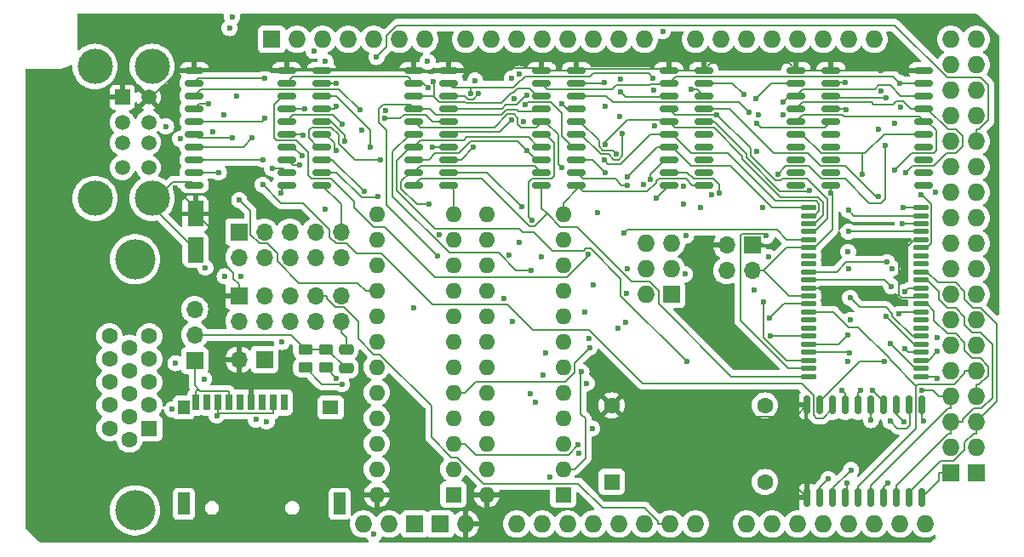
<source format=gbr>
%TF.GenerationSoftware,KiCad,Pcbnew,8.0.4+dfsg-1*%
%TF.CreationDate,2024-12-19T01:54:21-05:00*%
%TF.ProjectId,VGA_SRAM_Shield,5647415f-5352-4414-9d5f-536869656c64,rev?*%
%TF.SameCoordinates,Original*%
%TF.FileFunction,Copper,L1,Top*%
%TF.FilePolarity,Positive*%
%FSLAX46Y46*%
G04 Gerber Fmt 4.6, Leading zero omitted, Abs format (unit mm)*
G04 Created by KiCad (PCBNEW 8.0.4+dfsg-1) date 2024-12-19 01:54:21*
%MOMM*%
%LPD*%
G01*
G04 APERTURE LIST*
G04 Aperture macros list*
%AMRoundRect*
0 Rectangle with rounded corners*
0 $1 Rounding radius*
0 $2 $3 $4 $5 $6 $7 $8 $9 X,Y pos of 4 corners*
0 Add a 4 corners polygon primitive as box body*
4,1,4,$2,$3,$4,$5,$6,$7,$8,$9,$2,$3,0*
0 Add four circle primitives for the rounded corners*
1,1,$1+$1,$2,$3*
1,1,$1+$1,$4,$5*
1,1,$1+$1,$6,$7*
1,1,$1+$1,$8,$9*
0 Add four rect primitives between the rounded corners*
20,1,$1+$1,$2,$3,$4,$5,0*
20,1,$1+$1,$4,$5,$6,$7,0*
20,1,$1+$1,$6,$7,$8,$9,0*
20,1,$1+$1,$8,$9,$2,$3,0*%
G04 Aperture macros list end*
%TA.AperFunction,ComponentPad*%
%ADD10O,1.727200X1.727200*%
%TD*%
%TA.AperFunction,ComponentPad*%
%ADD11R,1.727200X1.727200*%
%TD*%
%TA.AperFunction,ComponentPad*%
%ADD12R,1.700000X1.700000*%
%TD*%
%TA.AperFunction,ComponentPad*%
%ADD13O,1.700000X1.700000*%
%TD*%
%TA.AperFunction,SMDPad,CuDef*%
%ADD14RoundRect,0.150000X-0.800000X-0.150000X0.800000X-0.150000X0.800000X0.150000X-0.800000X0.150000X0*%
%TD*%
%TA.AperFunction,ComponentPad*%
%ADD15R,1.500000X1.500000*%
%TD*%
%TA.AperFunction,ComponentPad*%
%ADD16C,1.500000*%
%TD*%
%TA.AperFunction,ComponentPad*%
%ADD17C,3.500000*%
%TD*%
%TA.AperFunction,ComponentPad*%
%ADD18C,4.000000*%
%TD*%
%TA.AperFunction,ComponentPad*%
%ADD19R,1.600000X1.600000*%
%TD*%
%TA.AperFunction,ComponentPad*%
%ADD20C,1.600000*%
%TD*%
%TA.AperFunction,ComponentPad*%
%ADD21O,1.600000X1.600000*%
%TD*%
%TA.AperFunction,SMDPad,CuDef*%
%ADD22RoundRect,0.150000X0.150000X-0.800000X0.150000X0.800000X-0.150000X0.800000X-0.150000X-0.800000X0*%
%TD*%
%TA.AperFunction,SMDPad,CuDef*%
%ADD23RoundRect,0.250000X-0.550000X1.050000X-0.550000X-1.050000X0.550000X-1.050000X0.550000X1.050000X0*%
%TD*%
%TA.AperFunction,SMDPad,CuDef*%
%ADD24RoundRect,0.250000X0.450000X-0.262500X0.450000X0.262500X-0.450000X0.262500X-0.450000X-0.262500X0*%
%TD*%
%TA.AperFunction,SMDPad,CuDef*%
%ADD25RoundRect,0.137500X-0.625000X-0.137500X0.625000X-0.137500X0.625000X0.137500X-0.625000X0.137500X0*%
%TD*%
%TA.AperFunction,SMDPad,CuDef*%
%ADD26R,0.700000X1.600000*%
%TD*%
%TA.AperFunction,SMDPad,CuDef*%
%ADD27R,1.200000X2.200000*%
%TD*%
%TA.AperFunction,SMDPad,CuDef*%
%ADD28R,1.600000X1.400000*%
%TD*%
%TA.AperFunction,SMDPad,CuDef*%
%ADD29R,1.200000X1.400000*%
%TD*%
%TA.AperFunction,SMDPad,CuDef*%
%ADD30RoundRect,0.250000X0.475000X-0.250000X0.475000X0.250000X-0.475000X0.250000X-0.475000X-0.250000X0*%
%TD*%
%TA.AperFunction,ViaPad*%
%ADD31C,0.600000*%
%TD*%
%TA.AperFunction,Conductor*%
%ADD32C,0.200000*%
%TD*%
G04 APERTURE END LIST*
D10*
%TO.P,A1,3V3,3.3V*%
%TO.N,3.3V*%
X63195200Y-181991000D03*
%TO.P,A1,5V1,5V*%
%TO.N,5V*%
X65735200Y-181991000D03*
%TO.P,A1,5V2*%
%TO.N,N/C*%
X93802200Y-154051000D03*
%TO.P,A1,5V3,5V*%
%TO.N,5V*%
X121615200Y-133731000D03*
%TO.P,A1,5V4,5V*%
X124155200Y-133731000D03*
%TO.P,A1,A0,A0*%
%TO.N,Net-(J1-Pin_2)*%
X78435200Y-181991000D03*
%TO.P,A1,A1,A1*%
%TO.N,Net-(J1-Pin_3)*%
X80975200Y-181991000D03*
%TO.P,A1,A2,A2*%
%TO.N,Net-(J1-Pin_4)*%
X83515200Y-181991000D03*
%TO.P,A1,A3,A3*%
%TO.N,Net-(J1-Pin_5)*%
X86055200Y-181991000D03*
%TO.P,A1,A4,A4*%
%TO.N,Net-(J1-Pin_9)*%
X88595200Y-181991000D03*
%TO.P,A1,A5,A5*%
%TO.N,Net-(J1-Pin_8)*%
X91135200Y-181991000D03*
%TO.P,A1,A6,A6*%
%TO.N,Net-(J1-Pin_7)*%
X93675200Y-181991000D03*
%TO.P,A1,A7,A7*%
%TO.N,Net-(J1-Pin_6)*%
X96215200Y-181991000D03*
%TO.P,A1,A8,A8*%
%TO.N,DATA11*%
X101295200Y-181991000D03*
%TO.P,A1,A9,A9*%
%TO.N,DATA12*%
X103835200Y-181991000D03*
%TO.P,A1,A10,A10*%
%TO.N,DATA13*%
X106375200Y-181991000D03*
%TO.P,A1,A11,A11*%
%TO.N,DATA14*%
X108915200Y-181991000D03*
%TO.P,A1,CANR,CANRX*%
%TO.N,unconnected-(A1-CANRX-PadCANR)*%
X116535200Y-181991000D03*
%TO.P,A1,CANT,CANTX*%
%TO.N,unconnected-(A1-CANTX-PadCANT)*%
X119075200Y-181991000D03*
%TO.P,A1,D0,D0/RX0*%
%TO.N,unconnected-(A1-D0{slash}RX0-PadD0)*%
X91135200Y-133731000D03*
%TO.P,A1,D1,D1/TX0*%
%TO.N,unconnected-(A1-D1{slash}TX0-PadD1)*%
X88595200Y-133731000D03*
%TO.P,A1,D2,D2*%
%TO.N,/MCU OE*%
X86055200Y-133731000D03*
%TO.P,A1,D3,D3*%
%TO.N,/MCU CE*%
X83515200Y-133731000D03*
%TO.P,A1,D4,D4_CS1*%
%TO.N,/MCU WE*%
X80975200Y-133731000D03*
%TO.P,A1,D5,D5*%
%TO.N,RESOLUTION*%
X78435200Y-133731000D03*
%TO.P,A1,D6,D6*%
%TO.N,Net-(A1-PadD6)*%
X75895200Y-133731000D03*
%TO.P,A1,D7,D7*%
%TO.N,Net-(A1-PadD7)*%
X73355200Y-133731000D03*
%TO.P,A1,D8,D8*%
%TO.N,D0*%
X69291200Y-133731000D03*
%TO.P,A1,D9,D9*%
%TO.N,D1*%
X66751200Y-133731000D03*
%TO.P,A1,D10,D10_CS0*%
%TO.N,SD_CS*%
X64211200Y-133731000D03*
%TO.P,A1,D11,D11*%
%TO.N,MCUMEMADDR7*%
X61671200Y-133731000D03*
%TO.P,A1,D12,D12*%
%TO.N,MCUMEMADDR8*%
X59131200Y-133731000D03*
%TO.P,A1,D13,D13*%
%TO.N,D2*%
X56591200Y-133731000D03*
%TO.P,A1,D14,D14/TX3*%
%TO.N,MCUMEMADDR4*%
X96215200Y-133731000D03*
%TO.P,A1,D15,D15/RX3*%
%TO.N,MCUMEMADDR5*%
X98755200Y-133731000D03*
%TO.P,A1,D16,D16/TX2*%
%TO.N,Net-(A1-D16{slash}TX2)*%
X101295200Y-133731000D03*
%TO.P,A1,D17,D17/RX2*%
%TO.N,Net-(A1-D17{slash}RX2)*%
X103835200Y-133731000D03*
%TO.P,A1,D18,D18/TX1*%
%TO.N,Net-(A1-D18{slash}TX1)*%
X106375200Y-133731000D03*
%TO.P,A1,D19,D19/RX1*%
%TO.N,Net-(A1-D19{slash}RX1)*%
X108915200Y-133731000D03*
%TO.P,A1,D20,D20/SDA*%
%TO.N,unconnected-(A1-D20{slash}SDA-PadD20)*%
X111455200Y-133731000D03*
%TO.P,A1,D21,D21/SCL*%
%TO.N,unconnected-(A1-D21{slash}SCL-PadD21)*%
X113995200Y-133731000D03*
%TO.P,A1,D22,D22*%
%TO.N,~{SCREEN_VISIBLE}*%
X121615200Y-136271000D03*
%TO.P,A1,D23,D23*%
%TO.N,~{V_VISIBLE}*%
X124155200Y-136271000D03*
%TO.P,A1,D24,D24*%
%TO.N,H_VISIBLE*%
X121615200Y-138811000D03*
%TO.P,A1,D25,D25*%
%TO.N,MCUMEMADDR0*%
X124155200Y-138811000D03*
%TO.P,A1,D26,D26*%
%TO.N,MCUMEMADDR1*%
X121615200Y-141351000D03*
%TO.P,A1,D27,D27*%
%TO.N,MCUMEMADDR2*%
X124155200Y-141351000D03*
%TO.P,A1,D28,D28*%
%TO.N,MCUMEMADDR3*%
X121615200Y-143891000D03*
%TO.P,A1,D29,D29*%
%TO.N,MCUMEMADDR6*%
X124155200Y-143891000D03*
%TO.P,A1,D30,D30*%
%TO.N,MCUMEMADDR9*%
X121615200Y-146431000D03*
%TO.P,A1,D31,D31*%
%TO.N,D3*%
X124155200Y-146431000D03*
%TO.P,A1,D32,D32*%
%TO.N,MCUMEMADDR10*%
X121615200Y-148971000D03*
%TO.P,A1,D33,D33*%
%TO.N,MCUMEMADDR11*%
X124155200Y-148971000D03*
%TO.P,A1,D34,D34*%
%TO.N,MCUMEMADDR12*%
X121615200Y-151511000D03*
%TO.P,A1,D35,D35*%
%TO.N,MCUMEMADDR13*%
X124155200Y-151511000D03*
%TO.P,A1,D36,D36*%
%TO.N,MCUMEMADDR14*%
X121615200Y-154051000D03*
%TO.P,A1,D37,D37*%
%TO.N,MCUMEMADDR15*%
X124155200Y-154051000D03*
%TO.P,A1,D38,D38*%
%TO.N,MCUMEMADDR16*%
X121615200Y-156591000D03*
%TO.P,A1,D39,D39*%
%TO.N,MCUMEMADDR17*%
X124155200Y-156591000D03*
%TO.P,A1,D40,D40*%
%TO.N,MCUMEMADDR18*%
X121615200Y-159131000D03*
%TO.P,A1,D41,D41*%
%TO.N,MCUMEMADDR19*%
X124155200Y-159131000D03*
%TO.P,A1,D42,D42*%
%TO.N,D4*%
X121615200Y-161671000D03*
%TO.P,A1,D43,D43*%
%TO.N,D5*%
X124155200Y-161671000D03*
%TO.P,A1,D44,D44*%
%TO.N,DATA7*%
X121615200Y-164211000D03*
%TO.P,A1,D45,D45*%
%TO.N,DATA6*%
X124155200Y-164211000D03*
%TO.P,A1,D46,D46*%
%TO.N,DATA5*%
X121615200Y-166751000D03*
%TO.P,A1,D47,D47*%
%TO.N,DATA4*%
X124155200Y-166751000D03*
%TO.P,A1,D48,D48*%
%TO.N,DATA3*%
X121615200Y-169291000D03*
%TO.P,A1,D49,D49*%
%TO.N,DATA2*%
X124155200Y-169291000D03*
%TO.P,A1,D50,D50*%
%TO.N,DATA1*%
X121615200Y-171831000D03*
%TO.P,A1,D51,D51*%
%TO.N,DATA0*%
X124155200Y-171831000D03*
%TO.P,A1,D52,D52_CS2*%
%TO.N,DATA15*%
X121615200Y-174371000D03*
%TO.P,A1,D53,D53*%
%TO.N,DATA8*%
X124155200Y-174371000D03*
%TO.P,A1,DAC0,DAC0*%
%TO.N,DATA9*%
X111455200Y-181991000D03*
%TO.P,A1,DAC1,DAC1*%
%TO.N,DATA10*%
X113995200Y-181991000D03*
D11*
%TO.P,A1,GND1,GND*%
%TO.N,GND*%
X54051200Y-133731000D03*
%TO.P,A1,GND2,GND*%
X68275200Y-181991000D03*
%TO.P,A1,GND3,GND*%
X70815200Y-181991000D03*
%TO.P,A1,GND4*%
%TO.N,N/C*%
X93802200Y-159131000D03*
%TO.P,A1,GND5,GND*%
%TO.N,GND*%
X121615200Y-176911000D03*
%TO.P,A1,GND6,GND*%
X124155200Y-176911000D03*
D10*
%TO.P,A1,MISO*%
%TO.N,N/C*%
X91262200Y-154051000D03*
%TO.P,A1,MOSI*%
X93802200Y-156591000D03*
%TO.P,A1,RST2*%
X91262200Y-159131000D03*
%TO.P,A1,SCK*%
X91262200Y-156591000D03*
%TO.P,A1,VIN,VIN*%
%TO.N,PWR*%
X73355200Y-181991000D03*
%TD*%
D12*
%TO.P,J2,1,Pin_1*%
%TO.N,PWR*%
X101845500Y-154231800D03*
D13*
%TO.P,J2,2,Pin_2*%
X99305500Y-154231800D03*
%TO.P,J2,3,Pin_3*%
%TO.N,GND*%
X101845500Y-156771800D03*
%TO.P,J2,4,Pin_4*%
X99305500Y-156771800D03*
%TD*%
D12*
%TO.P,J6,1,Pin_1*%
%TO.N,GND*%
X46400000Y-165700000D03*
D13*
%TO.P,J6,2,Pin_2*%
%TO.N,Net-(J6-Pin_2)*%
X46400000Y-163160000D03*
%TO.P,J6,3,Pin_3*%
X46400000Y-160620000D03*
%TD*%
D12*
%TO.P,J1,1,Pin_1*%
%TO.N,PWR*%
X50800000Y-159258000D03*
D13*
%TO.P,J1,2,Pin_2*%
%TO.N,Net-(J1-Pin_2)*%
X50800000Y-161798000D03*
%TO.P,J1,3,Pin_3*%
%TO.N,Net-(J1-Pin_3)*%
X53340000Y-159258000D03*
%TO.P,J1,4,Pin_4*%
%TO.N,Net-(J1-Pin_4)*%
X53340000Y-161798000D03*
%TO.P,J1,5,Pin_5*%
%TO.N,Net-(J1-Pin_5)*%
X55880000Y-159258000D03*
%TO.P,J1,6,Pin_6*%
%TO.N,Net-(J1-Pin_6)*%
X55880000Y-161798000D03*
%TO.P,J1,7,Pin_7*%
%TO.N,Net-(J1-Pin_7)*%
X58420000Y-159258000D03*
%TO.P,J1,8,Pin_8*%
%TO.N,Net-(J1-Pin_8)*%
X58420000Y-161798000D03*
%TO.P,J1,9,Pin_9*%
%TO.N,Net-(J1-Pin_9)*%
X60960000Y-159258000D03*
%TO.P,J1,10,Pin_10*%
%TO.N,GND*%
X60960000Y-161798000D03*
%TD*%
D14*
%TO.P,U14,1,A->B*%
%TO.N,PWR*%
X84360800Y-136810000D03*
%TO.P,U14,2,A0*%
%TO.N,A0*%
X84360800Y-138080000D03*
%TO.P,U14,3,A1*%
%TO.N,A1*%
X84360800Y-139350000D03*
%TO.P,U14,4,A2*%
%TO.N,A2*%
X84360800Y-140620000D03*
%TO.P,U14,5,A3*%
%TO.N,A3*%
X84360800Y-141890000D03*
%TO.P,U14,6,A4*%
%TO.N,A4*%
X84360800Y-143160000D03*
%TO.P,U14,7,A5*%
%TO.N,A5*%
X84360800Y-144430000D03*
%TO.P,U14,8,A6*%
%TO.N,A6*%
X84360800Y-145700000D03*
%TO.P,U14,9,A7*%
%TO.N,A7*%
X84360800Y-146970000D03*
%TO.P,U14,10,GND*%
%TO.N,GND*%
X84360800Y-148240000D03*
%TO.P,U14,11,B7*%
%TO.N,MEMADDR7*%
X93560800Y-148240000D03*
%TO.P,U14,12,B6*%
%TO.N,MEMADDR6*%
X93560800Y-146970000D03*
%TO.P,U14,13,B5*%
%TO.N,MEMADDR5*%
X93560800Y-145700000D03*
%TO.P,U14,14,B4*%
%TO.N,MEMADDR4*%
X93560800Y-144430000D03*
%TO.P,U14,15,B3*%
%TO.N,MEMADDR3*%
X93560800Y-143160000D03*
%TO.P,U14,16,B2*%
%TO.N,MEMADDR2*%
X93560800Y-141890000D03*
%TO.P,U14,17,B1*%
%TO.N,MEMADDR1*%
X93560800Y-140620000D03*
%TO.P,U14,18,B0*%
%TO.N,MEMADDR0*%
X93560800Y-139350000D03*
%TO.P,U14,19,CE*%
%TO.N,~{TIMING ADDR}*%
X93560800Y-138080000D03*
%TO.P,U14,20,VCC*%
%TO.N,PWR*%
X93560800Y-136810000D03*
%TD*%
D15*
%TO.P,J5,1,VBUS1*%
%TO.N,PWR*%
X39194300Y-139502000D03*
D16*
%TO.P,J5,2,D1-*%
%TO.N,Net-(A1-D18{slash}TX1)*%
X39194300Y-142002000D03*
%TO.P,J5,3,D1+*%
%TO.N,Net-(A1-D19{slash}RX1)*%
X39194300Y-144002000D03*
%TO.P,J5,4,GND1*%
%TO.N,GND*%
X39194300Y-146502000D03*
%TO.P,J5,5,VBUS2*%
%TO.N,PWR*%
X41814300Y-139502000D03*
%TO.P,J5,6,D2-*%
%TO.N,Net-(A1-D16{slash}TX2)*%
X41814300Y-142002000D03*
%TO.P,J5,7,D2+*%
%TO.N,Net-(A1-D17{slash}RX2)*%
X41814300Y-144002000D03*
%TO.P,J5,8,GND2*%
%TO.N,GND*%
X41814300Y-146502000D03*
D17*
%TO.P,J5,9,Shield*%
X36484300Y-136432000D03*
X36484300Y-149572000D03*
X42164300Y-136432000D03*
X42164300Y-149572000D03*
%TD*%
D18*
%TO.P,J3,0*%
%TO.N,N/C*%
X40470000Y-155633000D03*
X40470000Y-180633000D03*
D19*
%TO.P,J3,1*%
%TO.N,Net-(J3-Pad1)*%
X41890000Y-172448000D03*
D20*
%TO.P,J3,2*%
%TO.N,Net-(J3-Pad2)*%
X41890000Y-170158000D03*
%TO.P,J3,3*%
%TO.N,Net-(J3-Pad3)*%
X41890000Y-167868000D03*
%TO.P,J3,4*%
%TO.N,unconnected-(J3-Pad4)*%
X41890000Y-165578000D03*
%TO.P,J3,5*%
%TO.N,GND*%
X41890000Y-163288000D03*
%TO.P,J3,6*%
X39910000Y-173593000D03*
%TO.P,J3,7*%
X39910000Y-171303000D03*
%TO.P,J3,8*%
X39910000Y-169013000D03*
%TO.P,J3,9*%
%TO.N,unconnected-(J3-Pad9)*%
X39910000Y-166723000D03*
%TO.P,J3,10*%
%TO.N,GND*%
X39910000Y-164433000D03*
%TO.P,J3,11*%
%TO.N,unconnected-(J3-Pad11)*%
X37930000Y-172448000D03*
%TO.P,J3,12*%
%TO.N,unconnected-(J3-Pad12)*%
X37930000Y-170158000D03*
%TO.P,J3,13*%
%TO.N,Net-(J3-Pad13)*%
X37930000Y-167868000D03*
%TO.P,J3,14*%
%TO.N,Net-(J3-Pad14)*%
X37930000Y-165578000D03*
%TO.P,J3,15*%
%TO.N,unconnected-(J3-Pad15)*%
X37930000Y-163288000D03*
%TD*%
D19*
%TO.P,X1,1,NC*%
%TO.N,unconnected-(X1-NC-Pad1)*%
X87884000Y-177800000D03*
D20*
%TO.P,X1,7,GND*%
%TO.N,GND*%
X103124000Y-177800000D03*
%TO.P,X1,8,OUT*%
%TO.N,H_CLK*%
X103124000Y-170180000D03*
%TO.P,X1,14,Vcc*%
%TO.N,PWR*%
X87884000Y-170180000D03*
%TD*%
D19*
%TO.P,U8,1,I1*%
%TO.N,A0*%
X72136000Y-179070000D03*
D21*
%TO.P,U8,2,I2*%
%TO.N,A1*%
X72136000Y-176530000D03*
%TO.P,U8,3,I3*%
%TO.N,A2*%
X72136000Y-173990000D03*
%TO.P,U8,4,I4*%
%TO.N,A3*%
X72136000Y-171450000D03*
%TO.P,U8,5,I5*%
%TO.N,A4*%
X72136000Y-168910000D03*
%TO.P,U8,6,I6*%
%TO.N,A5*%
X72136000Y-166370000D03*
%TO.P,U8,7,I7*%
%TO.N,A6*%
X72136000Y-163830000D03*
%TO.P,U8,8,I8*%
%TO.N,A7*%
X72136000Y-161290000D03*
%TO.P,U8,9,I9*%
%TO.N,A8*%
X72136000Y-158750000D03*
%TO.P,U8,10,I10*%
%TO.N,A9*%
X72136000Y-156210000D03*
%TO.P,U8,11,I11*%
%TO.N,unconnected-(U8-I11-Pad11)*%
X72136000Y-153670000D03*
%TO.P,U8,12,GND*%
%TO.N,GND*%
X72136000Y-151130000D03*
%TO.P,U8,13,I13*%
%TO.N,unconnected-(U8-I13-Pad13)*%
X64516000Y-151130000D03*
%TO.P,U8,14,IO14*%
%TO.N,unconnected-(U8-IO14-Pad14)*%
X64516000Y-153670000D03*
%TO.P,U8,15,IO15*%
%TO.N,unconnected-(U8-IO15-Pad15)*%
X64516000Y-156210000D03*
%TO.P,U8,16,IO16*%
%TO.N,H_VISIBLE*%
X64516000Y-158750000D03*
%TO.P,U8,17,IO17*%
%TO.N,unconnected-(U8-IO17-Pad17)*%
X64516000Y-161290000D03*
%TO.P,U8,18,IO18*%
%TO.N,~{H_SYNC}*%
X64516000Y-163830000D03*
%TO.P,U8,19,IO19*%
%TO.N,unconnected-(U8-IO19-Pad19)*%
X64516000Y-166370000D03*
%TO.P,U8,20,IO20*%
%TO.N,Net-(U3-~{MR})*%
X64516000Y-168910000D03*
%TO.P,U8,21,IO21*%
%TO.N,unconnected-(U8-IO21-Pad21)*%
X64516000Y-171450000D03*
%TO.P,U8,22,IO22*%
%TO.N,unconnected-(U8-IO22-Pad22)*%
X64516000Y-173990000D03*
%TO.P,U8,23,IO23*%
%TO.N,Net-(U8-IO23)*%
X64516000Y-176530000D03*
%TO.P,U8,24,VCC*%
%TO.N,PWR*%
X64516000Y-179070000D03*
%TD*%
D14*
%TO.P,U12,1,A->B*%
%TO.N,PWR*%
X59021600Y-136810000D03*
%TO.P,U12,2,A0*%
%TO.N,MCUMEMADDR8*%
X59021600Y-138080000D03*
%TO.P,U12,3,A1*%
%TO.N,MCUMEMADDR9*%
X59021600Y-139350000D03*
%TO.P,U12,4,A2*%
%TO.N,MCUMEMADDR10*%
X59021600Y-140620000D03*
%TO.P,U12,5,A3*%
%TO.N,MCUMEMADDR11*%
X59021600Y-141890000D03*
%TO.P,U12,6,A4*%
%TO.N,MCUMEMADDR12*%
X59021600Y-143160000D03*
%TO.P,U12,7,A5*%
%TO.N,MCUMEMADDR13*%
X59021600Y-144430000D03*
%TO.P,U12,8,A6*%
%TO.N,MCUMEMADDR14*%
X59021600Y-145700000D03*
%TO.P,U12,9,A7*%
%TO.N,MCUMEMADDR15*%
X59021600Y-146970000D03*
%TO.P,U12,10,GND*%
%TO.N,GND*%
X59021600Y-148240000D03*
%TO.P,U12,11,B7*%
%TO.N,MEMADDR15*%
X68221600Y-148240000D03*
%TO.P,U12,12,B6*%
%TO.N,MEMADDR14*%
X68221600Y-146970000D03*
%TO.P,U12,13,B5*%
%TO.N,MEMADDR13*%
X68221600Y-145700000D03*
%TO.P,U12,14,B4*%
%TO.N,MEMADDR12*%
X68221600Y-144430000D03*
%TO.P,U12,15,B3*%
%TO.N,MEMADDR11*%
X68221600Y-143160000D03*
%TO.P,U12,16,B2*%
%TO.N,MEMADDR10*%
X68221600Y-141890000D03*
%TO.P,U12,17,B1*%
%TO.N,MEMADDR9*%
X68221600Y-140620000D03*
%TO.P,U12,18,B0*%
%TO.N,MEMADDR8*%
X68221600Y-139350000D03*
%TO.P,U12,19,CE*%
%TO.N,Net-(U11-CE)*%
X68221600Y-138080000D03*
%TO.P,U12,20,VCC*%
%TO.N,PWR*%
X68221600Y-136810000D03*
%TD*%
D22*
%TO.P,U2,1,A->B*%
%TO.N,PWR*%
X107315000Y-179352000D03*
%TO.P,U2,2,A0*%
%TO.N,DATA7*%
X108585000Y-179352000D03*
%TO.P,U2,3,A1*%
%TO.N,DATA6*%
X109855000Y-179352000D03*
%TO.P,U2,4,A2*%
%TO.N,DATA5*%
X111125000Y-179352000D03*
%TO.P,U2,5,A3*%
%TO.N,DATA4*%
X112395000Y-179352000D03*
%TO.P,U2,6,A4*%
%TO.N,DATA3*%
X113665000Y-179352000D03*
%TO.P,U2,7,A5*%
%TO.N,DATA2*%
X114935000Y-179352000D03*
%TO.P,U2,8,A6*%
%TO.N,DATA1*%
X116205000Y-179352000D03*
%TO.P,U2,9,A7*%
%TO.N,DATA0*%
X117475000Y-179352000D03*
%TO.P,U2,10,GND*%
%TO.N,GND*%
X118745000Y-179352000D03*
%TO.P,U2,11,B7*%
%TO.N,Net-(U2-B7)*%
X118745000Y-170152000D03*
%TO.P,U2,12,B6*%
%TO.N,Net-(U2-B6)*%
X117475000Y-170152000D03*
%TO.P,U2,13,B5*%
%TO.N,Net-(U2-B5)*%
X116205000Y-170152000D03*
%TO.P,U2,14,B4*%
%TO.N,Net-(U2-B4)*%
X114935000Y-170152000D03*
%TO.P,U2,15,B3*%
%TO.N,Net-(U2-B3)*%
X113665000Y-170152000D03*
%TO.P,U2,16,B2*%
%TO.N,Net-(U2-B2)*%
X112395000Y-170152000D03*
%TO.P,U2,17,B1*%
%TO.N,Net-(U2-B1)*%
X111125000Y-170152000D03*
%TO.P,U2,18,B0*%
%TO.N,Net-(U2-B0)*%
X109855000Y-170152000D03*
%TO.P,U2,19,CE*%
%TO.N,~{VGA_OUT}*%
X108585000Y-170152000D03*
%TO.P,U2,20,VCC*%
%TO.N,PWR*%
X107315000Y-170152000D03*
%TD*%
D23*
%TO.P,C9,1*%
%TO.N,PWR*%
X46482000Y-151108000D03*
%TO.P,C9,2*%
%TO.N,GND*%
X46482000Y-154708000D03*
%TD*%
D24*
%TO.P,R13,1*%
%TO.N,Net-(A1-PadD6)*%
X57404000Y-166417000D03*
%TO.P,R13,2*%
%TO.N,Net-(J6-Pin_2)*%
X57404000Y-164592000D03*
%TD*%
D25*
%TO.P,U1,1,A4*%
%TO.N,MEMADDR4*%
X107443000Y-150484000D03*
%TO.P,U1,2,A3*%
%TO.N,MEMADDR3*%
X107443000Y-151284000D03*
%TO.P,U1,3,A2*%
%TO.N,MEMADDR2*%
X107443000Y-152084000D03*
%TO.P,U1,4,A1*%
%TO.N,MEMADDR1*%
X107443000Y-152884000D03*
%TO.P,U1,5,A0*%
%TO.N,MEMADDR0*%
X107443000Y-153684000D03*
%TO.P,U1,6,~{CS1}*%
%TO.N,GND*%
X107443000Y-154484000D03*
%TO.P,U1,7,NC*%
%TO.N,unconnected-(U1-NC-Pad7)*%
X107443000Y-155284000D03*
%TO.P,U1,8,NC*%
%TO.N,unconnected-(U1-NC-Pad8)*%
X107443000Y-156084000D03*
%TO.P,U1,9,I/O1*%
%TO.N,DATA7*%
X107443000Y-156884000D03*
%TO.P,U1,10,I/O2*%
%TO.N,DATA6*%
X107443000Y-157684000D03*
%TO.P,U1,11,VDD*%
%TO.N,PWR*%
X107443000Y-158484000D03*
%TO.P,U1,12,GND*%
%TO.N,GND*%
X107443000Y-159284000D03*
%TO.P,U1,13,I/O3*%
%TO.N,DATA5*%
X107443000Y-160084000D03*
%TO.P,U1,14,I/O4*%
%TO.N,DATA4*%
X107443000Y-160884000D03*
%TO.P,U1,15,NC*%
%TO.N,unconnected-(U1-NC-Pad15)*%
X107443000Y-161684000D03*
%TO.P,U1,16,NC*%
%TO.N,unconnected-(U1-NC-Pad16)*%
X107443000Y-162484000D03*
%TO.P,U1,17,~{WE}*%
%TO.N,Net-(U1-~{WE})*%
X107443000Y-163284000D03*
%TO.P,U1,18,A19*%
%TO.N,MEMADDR19*%
X107443000Y-164084000D03*
%TO.P,U1,19,A18*%
%TO.N,MEMADDR18*%
X107443000Y-164884000D03*
%TO.P,U1,20,A17*%
%TO.N,MEMADDR17*%
X107443000Y-165684000D03*
%TO.P,U1,21,A16*%
%TO.N,MEMADDR16*%
X107443000Y-166484000D03*
%TO.P,U1,22,A15*%
%TO.N,MEMADDR15*%
X107443000Y-167284000D03*
%TO.P,U1,23,A14*%
%TO.N,MEMADDR14*%
X118618000Y-167284000D03*
%TO.P,U1,24,A13*%
%TO.N,MEMADDR13*%
X118618000Y-166484000D03*
%TO.P,U1,25,A12*%
%TO.N,MEMADDR12*%
X118618000Y-165684000D03*
%TO.P,U1,26,A11*%
%TO.N,MEMADDR11*%
X118618000Y-164884000D03*
%TO.P,U1,27,A10*%
%TO.N,MEMADDR10*%
X118618000Y-164084000D03*
%TO.P,U1,28,A9*%
%TO.N,MEMADDR9*%
X118618000Y-163284000D03*
%TO.P,U1,29,NC*%
%TO.N,unconnected-(U1-NC-Pad29)*%
X118618000Y-162484000D03*
%TO.P,U1,30,NC*%
%TO.N,unconnected-(U1-NC-Pad30)*%
X118618000Y-161684000D03*
%TO.P,U1,31,I/O5*%
%TO.N,DATA3*%
X118618000Y-160884000D03*
%TO.P,U1,32,I/O6*%
%TO.N,DATA2*%
X118618000Y-160084000D03*
%TO.P,U1,33,VDD*%
%TO.N,PWR*%
X118618000Y-159284000D03*
%TO.P,U1,34,GND*%
%TO.N,GND*%
X118618000Y-158484000D03*
%TO.P,U1,35,I/O7*%
%TO.N,DATA1*%
X118618000Y-157684000D03*
%TO.P,U1,36,I/O8*%
%TO.N,DATA0*%
X118618000Y-156884000D03*
%TO.P,U1,37,NC*%
%TO.N,unconnected-(U1-NC-Pad37)*%
X118618000Y-156084000D03*
%TO.P,U1,38,NC*%
%TO.N,unconnected-(U1-NC-Pad38)*%
X118618000Y-155284000D03*
%TO.P,U1,39,A8*%
%TO.N,MEMADDR8*%
X118618000Y-154484000D03*
%TO.P,U1,40,CS2*%
%TO.N,PWR*%
X118618000Y-153684000D03*
%TO.P,U1,41,~{OE}*%
%TO.N,~{OE}*%
X118618000Y-152884000D03*
%TO.P,U1,42,A7*%
%TO.N,MEMADDR7*%
X118618000Y-152084000D03*
%TO.P,U1,43,A6*%
%TO.N,MEMADDR6*%
X118618000Y-151284000D03*
%TO.P,U1,44,A5*%
%TO.N,MEMADDR5*%
X118618000Y-150484000D03*
%TD*%
D24*
%TO.P,R14,1*%
%TO.N,Net-(A1-PadD7)*%
X59436000Y-166417000D03*
%TO.P,R14,2*%
%TO.N,Net-(J6-Pin_2)*%
X59436000Y-164592000D03*
%TD*%
D12*
%TO.P,JP1,1,A*%
%TO.N,RESOLUTION*%
X53345000Y-165608000D03*
D13*
%TO.P,JP1,2,B*%
%TO.N,PWR*%
X50805000Y-165608000D03*
%TD*%
D19*
%TO.P,U9,1,I1*%
%TO.N,Net-(U5-Q0)*%
X83058000Y-179070000D03*
D21*
%TO.P,U9,2,I2*%
%TO.N,A10*%
X83058000Y-176530000D03*
%TO.P,U9,3,I3*%
%TO.N,A11*%
X83058000Y-173990000D03*
%TO.P,U9,4,I4*%
%TO.N,A12*%
X83058000Y-171450000D03*
%TO.P,U9,5,I5*%
%TO.N,A13*%
X83058000Y-168910000D03*
%TO.P,U9,6,I6*%
%TO.N,A14*%
X83058000Y-166370000D03*
%TO.P,U9,7,I7*%
%TO.N,A15*%
X83058000Y-163830000D03*
%TO.P,U9,8,I8*%
%TO.N,A16*%
X83058000Y-161290000D03*
%TO.P,U9,9,I9*%
%TO.N,A17*%
X83058000Y-158750000D03*
%TO.P,U9,10,I10*%
%TO.N,A18*%
X83058000Y-156210000D03*
%TO.P,U9,11,I11*%
%TO.N,H_VISIBLE*%
X83058000Y-153670000D03*
%TO.P,U9,12,GND*%
%TO.N,GND*%
X83058000Y-151130000D03*
%TO.P,U9,13,I13*%
%TO.N,unconnected-(U9-I13-Pad13)*%
X75438000Y-151130000D03*
%TO.P,U9,14,IO14*%
%TO.N,~{V_VISIBLE}*%
X75438000Y-153670000D03*
%TO.P,U9,15,IO15*%
%TO.N,V_FRONT_PORCH*%
X75438000Y-156210000D03*
%TO.P,U9,16,IO16*%
%TO.N,~{V_SYNC}*%
X75438000Y-158750000D03*
%TO.P,U9,17,IO17*%
%TO.N,unconnected-(U9-IO17-Pad17)*%
X75438000Y-161290000D03*
%TO.P,U9,18,IO18*%
%TO.N,unconnected-(U9-IO18-Pad18)*%
X75438000Y-163830000D03*
%TO.P,U9,19,IO19*%
%TO.N,unconnected-(U9-IO19-Pad19)*%
X75438000Y-166370000D03*
%TO.P,U9,20,IO20*%
%TO.N,~{V_RESET}*%
X75438000Y-168910000D03*
%TO.P,U9,21,IO21*%
%TO.N,~{SCREEN_VISIBLE}*%
X75438000Y-171450000D03*
%TO.P,U9,22,IO22*%
%TO.N,unconnected-(U9-IO22-Pad22)*%
X75438000Y-173990000D03*
%TO.P,U9,23,IO23*%
%TO.N,Net-(U8-IO23)*%
X75438000Y-176530000D03*
%TO.P,U9,24,VCC*%
%TO.N,PWR*%
X75438000Y-179070000D03*
%TD*%
D14*
%TO.P,U18,1,A->B*%
%TO.N,PWR*%
X97030400Y-136810000D03*
%TO.P,U18,2,A0*%
%TO.N,MCUMEMADDR16*%
X97030400Y-138080000D03*
%TO.P,U18,3,A1*%
%TO.N,MCUMEMADDR17*%
X97030400Y-139350000D03*
%TO.P,U18,4,A2*%
%TO.N,MCUMEMADDR18*%
X97030400Y-140620000D03*
%TO.P,U18,5,A3*%
%TO.N,MCUMEMADDR19*%
X97030400Y-141890000D03*
%TO.P,U18,6,A4*%
%TO.N,unconnected-(U18-A4-Pad6)*%
X97030400Y-143160000D03*
%TO.P,U18,7,A5*%
%TO.N,unconnected-(U18-A5-Pad7)*%
X97030400Y-144430000D03*
%TO.P,U18,8,A6*%
%TO.N,unconnected-(U18-A6-Pad8)*%
X97030400Y-145700000D03*
%TO.P,U18,9,A7*%
%TO.N,unconnected-(U18-A7-Pad9)*%
X97030400Y-146970000D03*
%TO.P,U18,10,GND*%
%TO.N,GND*%
X97030400Y-148240000D03*
%TO.P,U18,11,B7*%
%TO.N,unconnected-(U18-B7-Pad11)*%
X106230400Y-148240000D03*
%TO.P,U18,12,B6*%
%TO.N,unconnected-(U18-B6-Pad12)*%
X106230400Y-146970000D03*
%TO.P,U18,13,B5*%
%TO.N,unconnected-(U18-B5-Pad13)*%
X106230400Y-145700000D03*
%TO.P,U18,14,B4*%
%TO.N,unconnected-(U18-B4-Pad14)*%
X106230400Y-144430000D03*
%TO.P,U18,15,B3*%
%TO.N,MEMADDR19*%
X106230400Y-143160000D03*
%TO.P,U18,16,B2*%
%TO.N,MEMADDR18*%
X106230400Y-141890000D03*
%TO.P,U18,17,B1*%
%TO.N,MEMADDR17*%
X106230400Y-140620000D03*
%TO.P,U18,18,B0*%
%TO.N,MEMADDR16*%
X106230400Y-139350000D03*
%TO.P,U18,19,CE*%
%TO.N,Net-(U11-CE)*%
X106230400Y-138080000D03*
%TO.P,U18,20,VCC*%
%TO.N,PWR*%
X106230400Y-136810000D03*
%TD*%
%TO.P,U13,1,A->B*%
%TO.N,PWR*%
X71691200Y-136810000D03*
%TO.P,U13,2,A0*%
%TO.N,A8*%
X71691200Y-138080000D03*
%TO.P,U13,3,A1*%
%TO.N,A9*%
X71691200Y-139350000D03*
%TO.P,U13,4,A2*%
%TO.N,A10*%
X71691200Y-140620000D03*
%TO.P,U13,5,A3*%
%TO.N,A11*%
X71691200Y-141890000D03*
%TO.P,U13,6,A4*%
%TO.N,A12*%
X71691200Y-143160000D03*
%TO.P,U13,7,A5*%
%TO.N,A13*%
X71691200Y-144430000D03*
%TO.P,U13,8,A6*%
%TO.N,A14*%
X71691200Y-145700000D03*
%TO.P,U13,9,A7*%
%TO.N,A15*%
X71691200Y-146970000D03*
%TO.P,U13,10,GND*%
%TO.N,GND*%
X71691200Y-148240000D03*
%TO.P,U13,11,B7*%
%TO.N,MEMADDR15*%
X80891200Y-148240000D03*
%TO.P,U13,12,B6*%
%TO.N,MEMADDR14*%
X80891200Y-146970000D03*
%TO.P,U13,13,B5*%
%TO.N,MEMADDR13*%
X80891200Y-145700000D03*
%TO.P,U13,14,B4*%
%TO.N,MEMADDR12*%
X80891200Y-144430000D03*
%TO.P,U13,15,B3*%
%TO.N,MEMADDR11*%
X80891200Y-143160000D03*
%TO.P,U13,16,B2*%
%TO.N,MEMADDR10*%
X80891200Y-141890000D03*
%TO.P,U13,17,B1*%
%TO.N,MEMADDR9*%
X80891200Y-140620000D03*
%TO.P,U13,18,B0*%
%TO.N,MEMADDR8*%
X80891200Y-139350000D03*
%TO.P,U13,19,CE*%
%TO.N,~{TIMING ADDR}*%
X80891200Y-138080000D03*
%TO.P,U13,20,VCC*%
%TO.N,PWR*%
X80891200Y-136810000D03*
%TD*%
%TO.P,U11,1,A->B*%
%TO.N,PWR*%
X46352000Y-136810000D03*
%TO.P,U11,2,A0*%
%TO.N,MCUMEMADDR0*%
X46352000Y-138080000D03*
%TO.P,U11,3,A1*%
%TO.N,MCUMEMADDR1*%
X46352000Y-139350000D03*
%TO.P,U11,4,A2*%
%TO.N,MCUMEMADDR2*%
X46352000Y-140620000D03*
%TO.P,U11,5,A3*%
%TO.N,MCUMEMADDR3*%
X46352000Y-141890000D03*
%TO.P,U11,6,A4*%
%TO.N,MCUMEMADDR4*%
X46352000Y-143160000D03*
%TO.P,U11,7,A5*%
%TO.N,MCUMEMADDR5*%
X46352000Y-144430000D03*
%TO.P,U11,8,A6*%
%TO.N,MCUMEMADDR6*%
X46352000Y-145700000D03*
%TO.P,U11,9,A7*%
%TO.N,MCUMEMADDR7*%
X46352000Y-146970000D03*
%TO.P,U11,10,GND*%
%TO.N,GND*%
X46352000Y-148240000D03*
%TO.P,U11,11,B7*%
%TO.N,MEMADDR7*%
X55552000Y-148240000D03*
%TO.P,U11,12,B6*%
%TO.N,MEMADDR6*%
X55552000Y-146970000D03*
%TO.P,U11,13,B5*%
%TO.N,MEMADDR5*%
X55552000Y-145700000D03*
%TO.P,U11,14,B4*%
%TO.N,MEMADDR4*%
X55552000Y-144430000D03*
%TO.P,U11,15,B3*%
%TO.N,MEMADDR3*%
X55552000Y-143160000D03*
%TO.P,U11,16,B2*%
%TO.N,MEMADDR2*%
X55552000Y-141890000D03*
%TO.P,U11,17,B1*%
%TO.N,MEMADDR1*%
X55552000Y-140620000D03*
%TO.P,U11,18,B0*%
%TO.N,MEMADDR0*%
X55552000Y-139350000D03*
%TO.P,U11,19,CE*%
%TO.N,Net-(U11-CE)*%
X55552000Y-138080000D03*
%TO.P,U11,20,VCC*%
%TO.N,PWR*%
X55552000Y-136810000D03*
%TD*%
%TO.P,U20,1,A->B*%
%TO.N,PWR*%
X109700000Y-136810000D03*
%TO.P,U20,2,A0*%
%TO.N,A16*%
X109700000Y-138080000D03*
%TO.P,U20,3,A1*%
%TO.N,A17*%
X109700000Y-139350000D03*
%TO.P,U20,4,A2*%
%TO.N,A18*%
X109700000Y-140620000D03*
%TO.P,U20,5,A3*%
%TO.N,A19*%
X109700000Y-141890000D03*
%TO.P,U20,6,A4*%
%TO.N,unconnected-(U20-A4-Pad6)*%
X109700000Y-143160000D03*
%TO.P,U20,7,A5*%
%TO.N,unconnected-(U20-A5-Pad7)*%
X109700000Y-144430000D03*
%TO.P,U20,8,A6*%
%TO.N,unconnected-(U20-A6-Pad8)*%
X109700000Y-145700000D03*
%TO.P,U20,9,A7*%
%TO.N,unconnected-(U20-A7-Pad9)*%
X109700000Y-146970000D03*
%TO.P,U20,10,GND*%
%TO.N,GND*%
X109700000Y-148240000D03*
%TO.P,U20,11,B7*%
%TO.N,unconnected-(U20-B7-Pad11)*%
X118900000Y-148240000D03*
%TO.P,U20,12,B6*%
%TO.N,unconnected-(U20-B6-Pad12)*%
X118900000Y-146970000D03*
%TO.P,U20,13,B5*%
%TO.N,unconnected-(U20-B5-Pad13)*%
X118900000Y-145700000D03*
%TO.P,U20,14,B4*%
%TO.N,unconnected-(U20-B4-Pad14)*%
X118900000Y-144430000D03*
%TO.P,U20,15,B3*%
%TO.N,MEMADDR19*%
X118900000Y-143160000D03*
%TO.P,U20,16,B2*%
%TO.N,MEMADDR18*%
X118900000Y-141890000D03*
%TO.P,U20,17,B1*%
%TO.N,MEMADDR17*%
X118900000Y-140620000D03*
%TO.P,U20,18,B0*%
%TO.N,MEMADDR16*%
X118900000Y-139350000D03*
%TO.P,U20,19,CE*%
%TO.N,~{TIMING ADDR}*%
X118900000Y-138080000D03*
%TO.P,U20,20,VCC*%
%TO.N,PWR*%
X118900000Y-136810000D03*
%TD*%
D26*
%TO.P,J4,1,DAT2*%
%TO.N,unconnected-(J4-DAT2-Pad1)*%
X55315032Y-169878145D03*
%TO.P,J4,2,DAT3/CD*%
%TO.N,SD_CS*%
X54215032Y-169878145D03*
%TO.P,J4,3,CMD*%
%TO.N,Net-(A1-SPI_MOSI)*%
X53115032Y-169878145D03*
%TO.P,J4,4,VDD*%
%TO.N,PWR*%
X52015032Y-169878145D03*
%TO.P,J4,5,CLK*%
%TO.N,Net-(A1-SPI_SCK)*%
X50915032Y-169878145D03*
%TO.P,J4,6,VSS*%
%TO.N,GND*%
X49815032Y-169878145D03*
%TO.P,J4,7,DAT0*%
%TO.N,SD_CS*%
X48715032Y-169878145D03*
%TO.P,J4,8,DAT1*%
%TO.N,unconnected-(J4-DAT1-Pad8)*%
X47615032Y-169878145D03*
%TO.P,J4,9,SHIELD*%
%TO.N,GND*%
X46515032Y-169878145D03*
D27*
%TO.P,J4,SH*%
%TO.N,N/C*%
X60815032Y-179978145D03*
D28*
X59915032Y-170378145D03*
D27*
X45315032Y-179978145D03*
D29*
X45315032Y-170378145D03*
%TD*%
D30*
%TO.P,C1,1*%
%TO.N,Net-(J6-Pin_2)*%
X61468000Y-166474500D03*
%TO.P,C1,2*%
%TO.N,GND*%
X61468000Y-164574500D03*
%TD*%
D12*
%TO.P,J7,1,Pin_1*%
%TO.N,5V*%
X50800000Y-152908000D03*
D13*
%TO.P,J7,2,Pin_2*%
%TO.N,3.3V*%
X50800000Y-155448000D03*
%TO.P,J7,3,Pin_3*%
%TO.N,D0*%
X53340000Y-152908000D03*
%TO.P,J7,4,Pin_4*%
%TO.N,D1*%
X53340000Y-155448000D03*
%TO.P,J7,5,Pin_5*%
%TO.N,D2*%
X55880000Y-152908000D03*
%TO.P,J7,6,Pin_6*%
%TO.N,D3*%
X55880000Y-155448000D03*
%TO.P,J7,7,Pin_7*%
%TO.N,D4*%
X58420000Y-152908000D03*
%TO.P,J7,8,Pin_8*%
%TO.N,D5*%
X58420000Y-155448000D03*
%TO.P,J7,9,Pin_9*%
%TO.N,GND*%
X60960000Y-152908000D03*
%TO.P,J7,10,Pin_10*%
X60960000Y-155448000D03*
%TD*%
D31*
%TO.N,PWR*%
X114055200Y-159155600D03*
X104530900Y-135981300D03*
X44476700Y-148532700D03*
X114654400Y-136810000D03*
X75756000Y-135966900D03*
%TO.N,Net-(U3-~{MR})*%
X74295400Y-137840300D03*
X77938700Y-137629300D03*
X88781100Y-137705700D03*
%TO.N,H_VISIBLE*%
X50832300Y-149730400D03*
%TO.N,~{H_SYNC}*%
X50975300Y-157305200D03*
%TO.N,~{V_RESET}*%
X78033700Y-161844200D03*
X47329200Y-167540000D03*
X78187800Y-139634000D03*
X47468800Y-156462800D03*
%TO.N,~{SCREEN_VISIBLE}*%
X120251800Y-163422900D03*
X49384100Y-157325300D03*
X53560100Y-171777500D03*
%TO.N,Net-(J1-Pin_2)*%
X55097300Y-163866100D03*
%TO.N,GND*%
X117021500Y-158853200D03*
X109686700Y-149069600D03*
%TO.N,~{V_VISIBLE}*%
X78706500Y-137167300D03*
%TO.N,Net-(A1-D19{slash}RX1)*%
X49866100Y-132620600D03*
%TO.N,SD_CS*%
X48598500Y-171178900D03*
%TO.N,Net-(J1-Pin_6)*%
X64225000Y-183025000D03*
%TO.N,Net-(J3-Pad2)*%
X49343200Y-141275600D03*
%TO.N,Net-(J3-Pad13)*%
X59386600Y-150633400D03*
%TO.N,Net-(J3-Pad1)*%
X48202500Y-142937100D03*
%TO.N,Net-(U2-B0)*%
X53167600Y-148220900D03*
%TO.N,Net-(U2-B1)*%
X111325700Y-165759600D03*
X110807800Y-168690500D03*
X44481100Y-165973700D03*
%TO.N,Net-(U2-B2)*%
X70763700Y-153166600D03*
X112658900Y-168683400D03*
X85392000Y-167966700D03*
%TO.N,Net-(U2-B3)*%
X113665000Y-171644800D03*
X102062300Y-158720300D03*
X77673000Y-155218000D03*
%TO.N,Net-(U2-B4)*%
X113848100Y-168699100D03*
X44957200Y-143642000D03*
%TO.N,Net-(U2-B5)*%
X50114000Y-131516200D03*
X116942600Y-171779900D03*
%TO.N,Net-(U2-B6)*%
X115588700Y-171756500D03*
X50546000Y-139394000D03*
X44146700Y-170580200D03*
%TO.N,Net-(U2-B7)*%
X43548900Y-142413200D03*
X118874900Y-171760900D03*
%TO.N,MEMADDR0*%
X85538500Y-155172600D03*
X89070500Y-153029400D03*
X88764300Y-138937600D03*
%TO.N,MEMADDR13*%
X79409100Y-144761400D03*
X85182700Y-160861400D03*
X115593100Y-164054100D03*
%TO.N,MEMADDR14*%
X69731100Y-150163700D03*
X120216700Y-167467800D03*
X80299800Y-169834100D03*
%TO.N,MEMADDR2*%
X87201400Y-144173600D03*
X61080900Y-142188300D03*
%TO.N,MEMADDR9*%
X111594100Y-159475600D03*
X70568100Y-155273900D03*
%TO.N,MEMADDR10*%
X82879200Y-146481300D03*
X86070700Y-158193000D03*
X115188500Y-161306300D03*
%TO.N,MEMADDR11*%
X117019700Y-164505800D03*
X85659400Y-163554600D03*
X79841900Y-156729100D03*
X79945800Y-151730900D03*
%TO.N,DATA6*%
X111687900Y-176601000D03*
X115690300Y-158339700D03*
%TO.N,MEMADDR5*%
X91681100Y-147642100D03*
X116832500Y-150484000D03*
X56865700Y-146277200D03*
%TO.N,MEMADDR4*%
X57080000Y-145345400D03*
X89403800Y-147460600D03*
%TO.N,/MCU CE*%
X103480900Y-155399400D03*
X95272500Y-153276200D03*
%TO.N,MEMADDR12*%
X120245700Y-164819500D03*
X95340900Y-165797100D03*
%TO.N,MEMADDR3*%
X87140800Y-145774000D03*
X57139600Y-143245800D03*
%TO.N,Net-(J1-Pin_3)*%
X52496700Y-171595000D03*
%TO.N,~{OE}*%
X111637200Y-161693800D03*
X111431700Y-152884000D03*
%TO.N,MEMADDR7*%
X116818400Y-152084000D03*
X92276300Y-149524500D03*
X55008800Y-149041600D03*
%TO.N,MEMADDR18*%
X111534700Y-164951400D03*
X116059200Y-146752200D03*
%TO.N,MEMADDR16*%
X104940300Y-139937300D03*
X103277600Y-153290400D03*
%TO.N,MEMADDR17*%
X103010100Y-159863300D03*
X117134000Y-146972600D03*
%TO.N,MEMADDR19*%
X111374600Y-163183500D03*
X112783100Y-147184400D03*
%TO.N,MEMADDR8*%
X118615000Y-149210900D03*
X70170400Y-137948000D03*
X69572600Y-135947500D03*
%TO.N,MEMADDR1*%
X98364600Y-141267800D03*
X57366600Y-140613900D03*
%TO.N,MEMADDR6*%
X98608400Y-149031800D03*
X54091800Y-146590900D03*
X111431700Y-150754300D03*
%TO.N,~{VGA_OUT}*%
X114965100Y-165813600D03*
%TO.N,A1*%
X116052600Y-142052900D03*
X101541400Y-140981700D03*
X84604700Y-174943000D03*
%TO.N,A2*%
X115066300Y-144309200D03*
X82945200Y-140164600D03*
X84567300Y-174131900D03*
X104394200Y-147195700D03*
%TO.N,A0*%
X87142500Y-138005600D03*
X114686500Y-138917400D03*
X85939400Y-172473600D03*
%TO.N,A3*%
X89445900Y-156561600D03*
X114452200Y-142708800D03*
X88340200Y-145129300D03*
%TO.N,H_CLK*%
X92172900Y-142386100D03*
X95028400Y-150138400D03*
%TO.N,A6*%
X87214100Y-146974300D03*
X88529200Y-162459400D03*
X104892500Y-141290000D03*
X81336500Y-164934200D03*
%TO.N,A4*%
X89388800Y-158996400D03*
X85681000Y-164433900D03*
X88968300Y-143079900D03*
%TO.N,A5*%
X77138400Y-159515600D03*
X102496300Y-141224500D03*
X79249700Y-140269500D03*
%TO.N,A7*%
X89448000Y-148293000D03*
X89252100Y-161944600D03*
X102271600Y-144894200D03*
%TO.N,A8*%
X92012300Y-137607300D03*
X73838500Y-139101400D03*
%TO.N,A9*%
X74644700Y-139143900D03*
X92090400Y-138807600D03*
%TO.N,Net-(U5-Q0)*%
X81718700Y-177324200D03*
X79128600Y-141902100D03*
%TO.N,Net-(A1-PadD6)*%
X61038700Y-168061800D03*
%TO.N,A10*%
X84880900Y-166855300D03*
X87214900Y-140406200D03*
X79439800Y-139298000D03*
%TO.N,A11*%
X65340800Y-141614800D03*
X88704600Y-141443200D03*
%TO.N,A12*%
X77883600Y-141791600D03*
X81024600Y-167150100D03*
X80891400Y-155367100D03*
%TO.N,A13*%
X79821000Y-169042000D03*
X70017500Y-144502800D03*
%TO.N,A15*%
X78915500Y-150427700D03*
%TO.N,A14*%
X74132500Y-144502800D03*
%TO.N,RESOLUTION*%
X68166500Y-160425100D03*
%TO.N,A16*%
X91052900Y-148173900D03*
X111152400Y-138048700D03*
%TO.N,A18*%
X95170200Y-157119400D03*
X111154900Y-140762300D03*
X78650600Y-153976600D03*
%TO.N,A17*%
X115183600Y-139564900D03*
X95015000Y-148394800D03*
X92958000Y-132923700D03*
%TO.N,/MCU WE*%
X111392300Y-154889200D03*
X86488500Y-150991600D03*
%TO.N,DATA7*%
X109441600Y-177513900D03*
X115265200Y-155903600D03*
%TO.N,~{TIMING ADDR}*%
X120098900Y-148912800D03*
X116553000Y-138080000D03*
%TO.N,Net-(U16-Pad8)*%
X111446100Y-156565600D03*
X115774300Y-156565600D03*
%TO.N,Net-(A1-PadD7)*%
X60480600Y-167461600D03*
%TO.N,DATA3*%
X118712300Y-168694400D03*
X116485100Y-161096000D03*
%TO.N,D2*%
X63014900Y-142777300D03*
%TO.N,DATA5*%
X111306200Y-177899100D03*
X103581500Y-161501700D03*
%TO.N,/MCU OE*%
X102935200Y-150456100D03*
X96700700Y-150456100D03*
%TO.N,MCUMEMADDR1*%
X62828100Y-140771700D03*
%TO.N,DATA2*%
X115351900Y-177895700D03*
%TO.N,MCUMEMADDR17*%
X95771300Y-138728800D03*
%TO.N,MCUMEMADDR10*%
X116626800Y-140470100D03*
X60497200Y-140441900D03*
%TO.N,Net-(U1-~{WE})*%
X103655900Y-163219500D03*
%TO.N,Net-(U11-CE)*%
X102202800Y-139604600D03*
X97808200Y-149209300D03*
X69616300Y-138556700D03*
%TO.N,MCUMEMADDR4*%
X50149400Y-143572700D03*
X58237400Y-134894800D03*
%TO.N,MCUMEMADDR7*%
X48800400Y-146970000D03*
%TO.N,MCUMEMADDR15*%
X64588600Y-149402100D03*
%TO.N,MCUMEMADDR18*%
X114413800Y-149417900D03*
%TO.N,MCUMEMADDR8*%
X60496300Y-138080000D03*
%TO.N,MCUMEMADDR6*%
X64481100Y-135494900D03*
X53207300Y-145700000D03*
%TO.N,MCUMEMADDR5*%
X59399800Y-135928700D03*
X52119500Y-143568200D03*
%TO.N,MCUMEMADDR9*%
X63901600Y-144502800D03*
%TO.N,MCUMEMADDR3*%
X53387300Y-141584300D03*
%TO.N,MCUMEMADDR11*%
X61302000Y-143893500D03*
%TO.N,MCUMEMADDR14*%
X63245500Y-148856200D03*
%TO.N,MCUMEMADDR0*%
X53393300Y-137632600D03*
%TO.N,MCUMEMADDR2*%
X47792200Y-140162300D03*
%TO.N,MCUMEMADDR16*%
X101002500Y-139204500D03*
%TO.N,MCUMEMADDR12*%
X60481600Y-144770500D03*
%TO.N,MCUMEMADDR19*%
X107578700Y-148811800D03*
%TO.N,MCUMEMADDR13*%
X64893600Y-145774100D03*
%TO.N,A19*%
X102305600Y-142068000D03*
X65425300Y-140812100D03*
%TD*%
D32*
%TO.N,PWR*%
X88987700Y-171283700D02*
X106183300Y-171283700D01*
X46352000Y-136810000D02*
X55552000Y-136810000D01*
X75756000Y-136567200D02*
X75513200Y-136810000D01*
X50254600Y-156999800D02*
X49373100Y-156118300D01*
X118618000Y-153684000D02*
X117953600Y-153684000D01*
X113383600Y-158484000D02*
X114055200Y-159155600D01*
X106183300Y-171283700D02*
X107315000Y-170152000D01*
X109700000Y-136810000D02*
X114654400Y-136810000D01*
X104530900Y-136069300D02*
X105489700Y-136069300D01*
X87884000Y-170180000D02*
X88987700Y-171283700D01*
X106183300Y-178220300D02*
X106183300Y-171283700D01*
X52015000Y-167968100D02*
X52015000Y-169878200D01*
X46482000Y-150538000D02*
X46482000Y-151108000D01*
X50805000Y-165608000D02*
X50805000Y-166758100D01*
X114055200Y-159155600D02*
X116421400Y-159155600D01*
X116421400Y-155216200D02*
X116421400Y-159155600D01*
X117953600Y-153684000D02*
X116421400Y-155216200D01*
X93456300Y-136705500D02*
X84465300Y-136705500D01*
X105489700Y-136069300D02*
X106230400Y-136810000D01*
X75513200Y-136810000D02*
X71691200Y-136810000D01*
X93560800Y-136810000D02*
X97030400Y-136810000D01*
X80648400Y-136567200D02*
X75756000Y-136567200D01*
X44828200Y-136810000D02*
X42136200Y-139502000D01*
X116421400Y-159155600D02*
X116725800Y-159460000D01*
X84465300Y-136705500D02*
X84360800Y-136810000D01*
X107315000Y-179352000D02*
X106183300Y-178220300D01*
X50254600Y-157562500D02*
X50254600Y-156999800D01*
X46352000Y-136810000D02*
X44828200Y-136810000D01*
X93560800Y-136810000D02*
X93456300Y-136705500D01*
X49373100Y-156118300D02*
X49373100Y-153999100D01*
X55552000Y-136810000D02*
X59021600Y-136810000D01*
X50800000Y-158107900D02*
X50254600Y-157562500D01*
X80891200Y-136810000D02*
X80648400Y-136567200D01*
X104530900Y-136069300D02*
X104530900Y-135981300D01*
X107443000Y-158484000D02*
X113383600Y-158484000D01*
X97030400Y-136810000D02*
X97771100Y-136069300D01*
X59021600Y-136810000D02*
X68221600Y-136810000D01*
X50800000Y-159258000D02*
X50800000Y-158107900D01*
X42136200Y-139502000D02*
X41814300Y-139502000D01*
X114654400Y-136810000D02*
X118900000Y-136810000D01*
X80891200Y-136810000D02*
X84360800Y-136810000D01*
X44476700Y-148532700D02*
X46482000Y-150538000D01*
X116725800Y-159460000D02*
X118442000Y-159460000D01*
X68221600Y-136810000D02*
X71691200Y-136810000D01*
X97771100Y-136069300D02*
X104530900Y-136069300D01*
X106230400Y-136810000D02*
X109700000Y-136810000D01*
X75756000Y-135966900D02*
X75756000Y-136567200D01*
X49373100Y-153999100D02*
X46482000Y-151108000D01*
X50805000Y-166758100D02*
X52015000Y-167968100D01*
X118442000Y-159460000D02*
X118618000Y-159284000D01*
%TO.N,H_VISIBLE*%
X52819700Y-154058200D02*
X53614300Y-154058200D01*
X54610000Y-155826100D02*
X56756000Y-157972100D01*
X62638000Y-157972100D02*
X63415900Y-158750000D01*
X53614300Y-154058200D02*
X54610000Y-155053900D01*
X51950200Y-153188700D02*
X52819700Y-154058200D01*
X50832300Y-149730400D02*
X51950200Y-150848300D01*
X56756000Y-157972100D02*
X62638000Y-157972100D01*
X64516000Y-158750000D02*
X63415900Y-158750000D01*
X54610000Y-155053900D02*
X54610000Y-155826100D01*
X51950200Y-150848300D02*
X51950200Y-153188700D01*
%TO.N,GND*%
X49815000Y-169878200D02*
X49815000Y-168778100D01*
X107443000Y-154484000D02*
X108030600Y-154484000D01*
X72136000Y-151130000D02*
X72136000Y-150029900D01*
X49815000Y-168778100D02*
X46964800Y-168778100D01*
X60960000Y-152908000D02*
X60960000Y-150178400D01*
X42830300Y-149572000D02*
X42830300Y-151056300D01*
X95891600Y-148240000D02*
X97030400Y-148240000D01*
X120451500Y-176911000D02*
X120451500Y-177645500D01*
X84604400Y-148483500D02*
X85022700Y-148901900D01*
X105283400Y-154484000D02*
X102995600Y-156771800D01*
X72136000Y-150029900D02*
X72136000Y-148684800D01*
X46400000Y-168213300D02*
X46739900Y-168553200D01*
X109803200Y-152711400D02*
X109803200Y-149186100D01*
X92565400Y-147605000D02*
X95256600Y-147605000D01*
X84604400Y-148483500D02*
X84360800Y-148240000D01*
X46400000Y-165700000D02*
X46400000Y-166850100D01*
X83058000Y-151130000D02*
X83058000Y-150029900D01*
X102995600Y-156771800D02*
X105507800Y-159284000D01*
X117390700Y-158484000D02*
X118618000Y-158484000D01*
X85022700Y-148901900D02*
X91402800Y-148901900D01*
X101845500Y-156771800D02*
X102995600Y-156771800D01*
X60960000Y-150178400D02*
X59021600Y-148240000D01*
X109700000Y-148240000D02*
X109700000Y-149056300D01*
X60960000Y-161798000D02*
X60960000Y-162948100D01*
X46044600Y-147932600D02*
X44228200Y-147932600D01*
X109803200Y-149186100D02*
X109686700Y-149069600D01*
X46400000Y-166850100D02*
X46400000Y-168213300D01*
X42164300Y-149572000D02*
X42830300Y-149572000D01*
X121615200Y-176911000D02*
X120451500Y-176911000D01*
X92294400Y-147876000D02*
X92565400Y-147605000D01*
X120451500Y-177645500D02*
X118745000Y-179352000D01*
X46964800Y-168778100D02*
X46739900Y-168553200D01*
X46739900Y-168553200D02*
X46515000Y-168778100D01*
X44228200Y-147932600D02*
X42830300Y-149330500D01*
X83058000Y-150029900D02*
X84604400Y-148483500D01*
X107443000Y-154484000D02*
X105283400Y-154484000D01*
X95256600Y-147605000D02*
X95891600Y-148240000D01*
X61468000Y-163456100D02*
X60960000Y-162948100D01*
X109700000Y-149056300D02*
X109686700Y-149069600D01*
X108030600Y-154484000D02*
X109803200Y-152711400D01*
X92294400Y-148010300D02*
X92294400Y-147876000D01*
X117021500Y-158853200D02*
X117390700Y-158484000D01*
X61468000Y-164574500D02*
X61468000Y-163456100D01*
X46352000Y-148240000D02*
X46044600Y-147932600D01*
X42830300Y-149330500D02*
X42830300Y-149572000D01*
X46515000Y-169878200D02*
X46515000Y-168778100D01*
X72136000Y-148684800D02*
X71691200Y-148240000D01*
X91402800Y-148901900D02*
X92294400Y-148010300D01*
X42830300Y-151056300D02*
X46482000Y-154708000D01*
X105507800Y-159284000D02*
X107443000Y-159284000D01*
%TO.N,SD_CS*%
X54215000Y-170978300D02*
X48715000Y-170978300D01*
X48715000Y-169878200D02*
X48715000Y-170428200D01*
X48715000Y-170978300D02*
X48715000Y-171062400D01*
X48715000Y-170428200D02*
X48715000Y-170978300D01*
X48715000Y-171062400D02*
X48598500Y-171178900D01*
X54215000Y-169878200D02*
X54215000Y-170978300D01*
%TO.N,Net-(U2-B0)*%
X108892100Y-171436000D02*
X108234000Y-171436000D01*
X61470200Y-154058200D02*
X60454700Y-154058200D01*
X77485000Y-160115700D02*
X70015100Y-160115700D01*
X64980900Y-155081500D02*
X62493500Y-155081500D01*
X107950000Y-171152000D02*
X107950000Y-169199000D01*
X54970600Y-150023900D02*
X53167600Y-148220900D01*
X85586900Y-162633400D02*
X80002700Y-162633400D01*
X108234000Y-171436000D02*
X107950000Y-171152000D01*
X59809800Y-152652900D02*
X57180800Y-150023900D01*
X90974300Y-168020800D02*
X85586900Y-162633400D01*
X70015100Y-160115700D02*
X64980900Y-155081500D01*
X107950000Y-169199000D02*
X106771800Y-168020800D01*
X62493500Y-155081500D02*
X61470200Y-154058200D01*
X57180800Y-150023900D02*
X54970600Y-150023900D01*
X109855000Y-170473100D02*
X108892100Y-171436000D01*
X80002700Y-162633400D02*
X77485000Y-160115700D01*
X109855000Y-170152000D02*
X109855000Y-170473100D01*
X106771800Y-168020800D02*
X90974300Y-168020800D01*
X59809800Y-153413300D02*
X59809800Y-152652900D01*
X60454700Y-154058200D02*
X59809800Y-153413300D01*
%TO.N,Net-(U2-B1)*%
X111125000Y-169007700D02*
X111125000Y-170152000D01*
X110807800Y-168690500D02*
X111125000Y-169007700D01*
%TO.N,Net-(U2-B2)*%
X112658900Y-168683400D02*
X112395000Y-168947300D01*
X112395000Y-168947300D02*
X112395000Y-170152000D01*
%TO.N,Net-(U2-B3)*%
X113665000Y-171644800D02*
X113665000Y-170152000D01*
%TO.N,Net-(U2-B4)*%
X113848100Y-168699100D02*
X114935000Y-169786000D01*
X114935000Y-169786000D02*
X114935000Y-170152000D01*
%TO.N,Net-(U2-B5)*%
X116205000Y-171042300D02*
X116205000Y-170152000D01*
X116942600Y-171779900D02*
X116205000Y-171042300D01*
%TO.N,Net-(U2-B6)*%
X115588700Y-171756500D02*
X116290400Y-172458200D01*
X117213000Y-172458200D02*
X117542700Y-172128500D01*
X117542700Y-170219700D02*
X117475000Y-170152000D01*
X116290400Y-172458200D02*
X117213000Y-172458200D01*
X117542700Y-172128500D02*
X117542700Y-170219700D01*
%TO.N,Net-(U2-B7)*%
X118745000Y-171631000D02*
X118745000Y-170152000D01*
X118874900Y-171760900D02*
X118745000Y-171631000D01*
%TO.N,MEMADDR0*%
X89255600Y-139428900D02*
X88764300Y-138937600D01*
X58023200Y-147570800D02*
X59967100Y-147570800D01*
X64167100Y-152400000D02*
X65295900Y-152400000D01*
X89423800Y-152676100D02*
X89070500Y-153029400D01*
X54301200Y-143509100D02*
X54587100Y-143795000D01*
X105310400Y-153684000D02*
X104302500Y-152676100D01*
X93560800Y-139350000D02*
X93481900Y-139428900D01*
X70275800Y-157379900D02*
X83459000Y-157379900D01*
X55162300Y-139350000D02*
X54301200Y-140211100D01*
X55552000Y-139350000D02*
X55162300Y-139350000D01*
X62280000Y-149883700D02*
X62280000Y-150512900D01*
X83459000Y-157379900D02*
X85538500Y-155300400D01*
X107443000Y-153684000D02*
X105310400Y-153684000D01*
X54587100Y-143795000D02*
X56519400Y-143795000D01*
X57700700Y-147248300D02*
X58023200Y-147570800D01*
X85538500Y-155300400D02*
X85538500Y-155172600D01*
X54301200Y-140211100D02*
X54301200Y-143509100D01*
X65295900Y-152400000D02*
X70275800Y-157379900D01*
X62280000Y-150512900D02*
X64167100Y-152400000D01*
X104302500Y-152676100D02*
X89423800Y-152676100D01*
X59967100Y-147570800D02*
X62280000Y-149883700D01*
X93481900Y-139428900D02*
X89255600Y-139428900D01*
X57700700Y-144976300D02*
X57700700Y-147248300D01*
X56519400Y-143795000D02*
X57700700Y-144976300D01*
%TO.N,MEMADDR13*%
X72647600Y-145065000D02*
X73816500Y-143896100D01*
X73816500Y-143896100D02*
X78543800Y-143896100D01*
X70304000Y-145065000D02*
X72647600Y-145065000D01*
X68221600Y-145700000D02*
X69669000Y-145700000D01*
X115593100Y-164054100D02*
X118023000Y-166484000D01*
X80891200Y-145700000D02*
X80347700Y-145700000D01*
X69669000Y-145700000D02*
X70304000Y-145065000D01*
X78543800Y-143896100D02*
X79409100Y-144761400D01*
X118023000Y-166484000D02*
X118618000Y-166484000D01*
X80347700Y-145700000D02*
X79409100Y-144761400D01*
%TO.N,MEMADDR14*%
X118618000Y-167284000D02*
X120032900Y-167284000D01*
X67809300Y-146970000D02*
X68221600Y-146970000D01*
X69731100Y-150163700D02*
X68522500Y-150163700D01*
X68890800Y-146300800D02*
X80222000Y-146300800D01*
X68221600Y-146970000D02*
X68890800Y-146300800D01*
X120032900Y-167284000D02*
X120216700Y-167467800D01*
X66940100Y-147839200D02*
X67809300Y-146970000D01*
X66940100Y-148581300D02*
X66940100Y-147839200D01*
X68522500Y-150163700D02*
X66940100Y-148581300D01*
X80222000Y-146300800D02*
X80891200Y-146970000D01*
%TO.N,MEMADDR2*%
X93456800Y-141786000D02*
X89399700Y-141786000D01*
X104643900Y-149425600D02*
X108377800Y-149425600D01*
X98039400Y-142525000D02*
X100871300Y-145356900D01*
X108065500Y-152084000D02*
X107443000Y-152084000D01*
X100871300Y-145653000D02*
X104643900Y-149425600D01*
X60147600Y-141255000D02*
X61080900Y-142188300D01*
X55552000Y-141890000D02*
X56187000Y-141255000D01*
X56187000Y-141255000D02*
X60147600Y-141255000D01*
X94195800Y-142525000D02*
X98039400Y-142525000D01*
X108949700Y-149997500D02*
X108949700Y-151199800D01*
X100871300Y-145356900D02*
X100871300Y-145653000D01*
X93560800Y-141890000D02*
X94195800Y-142525000D01*
X108377800Y-149425600D02*
X108949700Y-149997500D01*
X89399700Y-141786000D02*
X87201400Y-143984300D01*
X108949700Y-151199800D02*
X108065500Y-152084000D01*
X93560800Y-141890000D02*
X93456800Y-141786000D01*
X87201400Y-143984300D02*
X87201400Y-144173600D01*
%TO.N,MEMADDR9*%
X78429300Y-140704500D02*
X77448400Y-140704500D01*
X65493700Y-142800400D02*
X64730800Y-142037500D01*
X115195100Y-160418200D02*
X115802200Y-161025300D01*
X80891200Y-140620000D02*
X80609400Y-140901800D01*
X80609400Y-140901800D02*
X78626600Y-140901800D01*
X112536700Y-160418200D02*
X115195100Y-160418200D01*
X70398300Y-141224500D02*
X69793800Y-140620000D01*
X78626600Y-140901800D02*
X78429300Y-140704500D01*
X65493700Y-150199500D02*
X65493700Y-142800400D01*
X67813200Y-140211600D02*
X68221600Y-140620000D01*
X115802200Y-161025300D02*
X115802200Y-161287600D01*
X115802200Y-161287600D02*
X117798600Y-163284000D01*
X64730800Y-142037500D02*
X64730800Y-140632800D01*
X77448400Y-140704500D02*
X76928400Y-141224500D01*
X117798600Y-163284000D02*
X118618000Y-163284000D01*
X111594100Y-159475600D02*
X112536700Y-160418200D01*
X64730800Y-140632800D02*
X65152000Y-140211600D01*
X69793800Y-140620000D02*
X68221600Y-140620000D01*
X76928400Y-141224500D02*
X70398300Y-141224500D01*
X65152000Y-140211600D02*
X67813200Y-140211600D01*
X70568100Y-155273900D02*
X65493700Y-150199500D01*
%TO.N,MEMADDR10*%
X68839800Y-142508200D02*
X76210500Y-142508200D01*
X77530100Y-141188600D02*
X78144300Y-141188600D01*
X81331400Y-142005400D02*
X82554600Y-143228600D01*
X82554600Y-143228600D02*
X82554600Y-146156700D01*
X80891200Y-141890000D02*
X80891200Y-142005400D01*
X117966200Y-164084000D02*
X115188500Y-161306300D01*
X78528500Y-141572800D02*
X78528500Y-142150600D01*
X78880100Y-142502200D02*
X80394400Y-142502200D01*
X76210500Y-142508200D02*
X77530100Y-141188600D01*
X68221600Y-141890000D02*
X68839800Y-142508200D01*
X80394400Y-142502200D02*
X80891200Y-142005400D01*
X80891200Y-142005400D02*
X81331400Y-142005400D01*
X78144300Y-141188600D02*
X78528500Y-141572800D01*
X118618000Y-164084000D02*
X117966200Y-164084000D01*
X78528500Y-142150600D02*
X78880100Y-142502200D01*
X82554600Y-146156700D02*
X82879200Y-146481300D01*
%TO.N,MEMADDR11*%
X79625900Y-151411000D02*
X79945800Y-151730900D01*
X71741700Y-155004800D02*
X76611200Y-155004800D01*
X80891200Y-143160000D02*
X81272600Y-143160000D01*
X68221600Y-143160000D02*
X67830700Y-143160000D01*
X79625900Y-147905200D02*
X79625900Y-151411000D01*
X67830700Y-143160000D02*
X66106400Y-144884300D01*
X82152500Y-144039900D02*
X82152500Y-147331600D01*
X66106400Y-144884300D02*
X66106400Y-149369500D01*
X82152500Y-147331600D02*
X81879100Y-147605000D01*
X118618000Y-164884000D02*
X117397900Y-164884000D01*
X81272600Y-143160000D02*
X82152500Y-144039900D01*
X81879100Y-147605000D02*
X79926100Y-147605000D01*
X78335500Y-156729100D02*
X79841900Y-156729100D01*
X76611200Y-155004800D02*
X78335500Y-156729100D01*
X66106400Y-149369500D02*
X71741700Y-155004800D01*
X117397900Y-164884000D02*
X117019700Y-164505800D01*
X79926100Y-147605000D02*
X79625900Y-147905200D01*
%TO.N,DATA6*%
X111687900Y-176601000D02*
X109855000Y-178433900D01*
X109855000Y-178433900D02*
X109855000Y-179352000D01*
X115034600Y-157684000D02*
X115690300Y-158339700D01*
X107443000Y-157684000D02*
X115034600Y-157684000D01*
%TO.N,MEMADDR15*%
X107443000Y-167284000D02*
X99779100Y-167284000D01*
X84435700Y-152400000D02*
X82748600Y-152400000D01*
X91649800Y-157861000D02*
X89896700Y-157861000D01*
X81440300Y-151091700D02*
X80891200Y-150542600D01*
X68856600Y-147605000D02*
X74971300Y-147605000D01*
X80891200Y-150542600D02*
X80891200Y-148240000D01*
X79725300Y-152359000D02*
X80173000Y-152359000D01*
X82748600Y-152400000D02*
X81440300Y-151091700D01*
X92532200Y-160037100D02*
X92532200Y-158743400D01*
X68221600Y-148240000D02*
X68856600Y-147605000D01*
X89896700Y-157861000D02*
X84435700Y-152400000D01*
X80173000Y-152359000D02*
X81440300Y-151091700D01*
X74971300Y-147605000D02*
X79725300Y-152359000D01*
X99779100Y-167284000D02*
X92532200Y-160037100D01*
X92532200Y-158743400D02*
X91649800Y-157861000D01*
%TO.N,MEMADDR5*%
X91681100Y-147216100D02*
X91681100Y-147642100D01*
X55552000Y-145700000D02*
X56129200Y-146277200D01*
X118618000Y-150484000D02*
X116832500Y-150484000D01*
X93560800Y-145700000D02*
X93197200Y-145700000D01*
X93197200Y-145700000D02*
X91681100Y-147216100D01*
X56129200Y-146277200D02*
X56865700Y-146277200D01*
%TO.N,MEMADDR4*%
X57080000Y-145345400D02*
X56164600Y-144430000D01*
X93560800Y-144430000D02*
X92434400Y-144430000D01*
X56164600Y-144430000D02*
X55552000Y-144430000D01*
X92434400Y-144430000D02*
X89403800Y-147460600D01*
X93898800Y-144430000D02*
X95803800Y-146335000D01*
X99707700Y-146335000D02*
X103856700Y-150484000D01*
X95803800Y-146335000D02*
X99707700Y-146335000D01*
X103856700Y-150484000D02*
X107443000Y-150484000D01*
X93560800Y-144430000D02*
X93898800Y-144430000D01*
%TO.N,MEMADDR12*%
X80891200Y-144430000D02*
X80525700Y-144430000D01*
X85290100Y-154572500D02*
X85083400Y-154779200D01*
X95340900Y-165797100D02*
X88788700Y-159244900D01*
X73183200Y-143769700D02*
X68881900Y-143769700D01*
X79024300Y-152909700D02*
X78681000Y-152566400D01*
X70279900Y-152566400D02*
X66506500Y-148793000D01*
X80525700Y-144430000D02*
X79577100Y-143481400D01*
X81979800Y-154779200D02*
X80110300Y-152909700D01*
X73471500Y-143481400D02*
X73183200Y-143769700D01*
X79577100Y-143481400D02*
X73471500Y-143481400D01*
X85083400Y-154779200D02*
X81979800Y-154779200D01*
X68881900Y-143769700D02*
X68221600Y-144430000D01*
X80110300Y-152909700D02*
X79024300Y-152909700D01*
X88788700Y-159244900D02*
X88788700Y-157574100D01*
X119381200Y-165684000D02*
X120245700Y-164819500D01*
X78681000Y-152566400D02*
X70279900Y-152566400D01*
X66506500Y-145805000D02*
X67881500Y-144430000D01*
X85787100Y-154572500D02*
X85290100Y-154572500D01*
X88788700Y-157574100D02*
X85787100Y-154572500D01*
X118618000Y-165684000D02*
X119381200Y-165684000D01*
X67881500Y-144430000D02*
X68221600Y-144430000D01*
X66506500Y-148793000D02*
X66506500Y-145805000D01*
%TO.N,MEMADDR3*%
X87140800Y-145774000D02*
X87496300Y-146129500D01*
X108075300Y-151284000D02*
X107443000Y-151284000D01*
X95803800Y-145065000D02*
X99421600Y-145065000D01*
X88754400Y-146129500D02*
X91723900Y-143160000D01*
X99421600Y-145065000D02*
X104182400Y-149825800D01*
X91723900Y-143160000D02*
X93560800Y-143160000D01*
X87496300Y-146129500D02*
X88754400Y-146129500D01*
X108190900Y-149825800D02*
X108524600Y-150159500D01*
X93560800Y-143160000D02*
X93898800Y-143160000D01*
X104182400Y-149825800D02*
X108190900Y-149825800D01*
X55552000Y-143160000D02*
X57053800Y-143160000D01*
X93898800Y-143160000D02*
X95803800Y-145065000D01*
X108524600Y-150834700D02*
X108075300Y-151284000D01*
X57053800Y-143160000D02*
X57139600Y-143245800D01*
X108524600Y-150159500D02*
X108524600Y-150834700D01*
%TO.N,~{OE}*%
X118618000Y-152884000D02*
X111431700Y-152884000D01*
%TO.N,MEMADDR7*%
X55552000Y-148240000D02*
X55008800Y-148783200D01*
X55008800Y-148783200D02*
X55008800Y-149041600D01*
X93560800Y-148240000D02*
X92276300Y-149524500D01*
X118618000Y-152084000D02*
X116818400Y-152084000D01*
%TO.N,MEMADDR18*%
X119882700Y-145065000D02*
X120159600Y-144788100D01*
X117746400Y-145065000D02*
X119882700Y-145065000D01*
X111467300Y-164884000D02*
X111534700Y-164951400D01*
X118900000Y-141890000D02*
X118462800Y-141452800D01*
X107443000Y-164884000D02*
X111467300Y-164884000D01*
X110798000Y-141255000D02*
X106865400Y-141255000D01*
X118462800Y-141452800D02*
X110995800Y-141452800D01*
X120159600Y-142770800D02*
X119278800Y-141890000D01*
X106865400Y-141255000D02*
X106230400Y-141890000D01*
X116059200Y-146752200D02*
X117746400Y-145065000D01*
X119278800Y-141890000D02*
X118900000Y-141890000D01*
X120159600Y-144788100D02*
X120159600Y-142770800D01*
X110995800Y-141452800D02*
X110798000Y-141255000D01*
%TO.N,MEMADDR16*%
X100843600Y-153081600D02*
X100692800Y-153232400D01*
X106881700Y-138698700D02*
X106230400Y-139350000D01*
X105453800Y-166484000D02*
X107443000Y-166484000D01*
X115608100Y-138317300D02*
X114438100Y-138317300D01*
X106230400Y-139350000D02*
X105527600Y-139350000D01*
X114438100Y-138317300D02*
X114056700Y-138698700D01*
X114056700Y-138698700D02*
X106881700Y-138698700D01*
X100692800Y-153232400D02*
X100692800Y-161723000D01*
X116640800Y-139350000D02*
X115608100Y-138317300D01*
X118900000Y-139350000D02*
X116640800Y-139350000D01*
X100692800Y-161723000D02*
X105453800Y-166484000D01*
X103277600Y-153290400D02*
X103068800Y-153081600D01*
X103068800Y-153081600D02*
X100843600Y-153081600D01*
X105527600Y-139350000D02*
X104940300Y-139937300D01*
%TO.N,MEMADDR17*%
X122779000Y-144417900D02*
X122142100Y-145054800D01*
X115847100Y-140190100D02*
X116167200Y-139870000D01*
X106230400Y-140620000D02*
X106835300Y-140015100D01*
X102968400Y-163411600D02*
X102968400Y-159905000D01*
X117771600Y-146335000D02*
X117134000Y-146972600D01*
X118900000Y-140620000D02*
X119217600Y-140620000D01*
X105240800Y-165684000D02*
X102968400Y-163411600D01*
X102968400Y-159905000D02*
X103010100Y-159863300D01*
X121324800Y-142727200D02*
X122100000Y-142727200D01*
X113945500Y-140190100D02*
X115847100Y-140190100D01*
X122779000Y-143406200D02*
X122779000Y-144417900D01*
X117625400Y-140620000D02*
X118900000Y-140620000D01*
X107443000Y-165684000D02*
X105240800Y-165684000D01*
X106835300Y-140015100D02*
X113770500Y-140015100D01*
X116875400Y-139870000D02*
X117625400Y-140620000D01*
X116167200Y-139870000D02*
X116875400Y-139870000D01*
X119217600Y-140620000D02*
X121324800Y-142727200D01*
X119896600Y-146335000D02*
X117771600Y-146335000D01*
X121176800Y-145054800D02*
X119896600Y-146335000D01*
X122100000Y-142727200D02*
X122779000Y-143406200D01*
X122142100Y-145054800D02*
X121176800Y-145054800D01*
X113770500Y-140015100D02*
X113945500Y-140190100D01*
%TO.N,MEMADDR19*%
X108729800Y-145061300D02*
X106828500Y-143160000D01*
X112783100Y-145061300D02*
X108729800Y-145061300D01*
X114994800Y-143160000D02*
X113093500Y-145061300D01*
X110474100Y-164084000D02*
X111374600Y-163183500D01*
X112783100Y-147184400D02*
X112783100Y-145061300D01*
X106828500Y-143160000D02*
X106230400Y-143160000D01*
X107443000Y-164084000D02*
X110474100Y-164084000D01*
X113093500Y-145061300D02*
X112783100Y-145061300D01*
X118900000Y-143160000D02*
X114994800Y-143160000D01*
%TO.N,MEMADDR8*%
X80891200Y-139350000D02*
X80447500Y-139350000D01*
X73290600Y-139967900D02*
X70692100Y-139967900D01*
X118731400Y-149210900D02*
X118615000Y-149210900D01*
X76871700Y-140101600D02*
X73424300Y-140101600D01*
X70228800Y-138006400D02*
X70228800Y-139350000D01*
X79731900Y-138634400D02*
X78509600Y-138634400D01*
X119700500Y-154040200D02*
X119700500Y-150180000D01*
X78509600Y-138634400D02*
X78110100Y-139033900D01*
X70228800Y-139504600D02*
X70228800Y-139350000D01*
X70228800Y-139350000D02*
X68221600Y-139350000D01*
X119700500Y-150180000D02*
X118731400Y-149210900D01*
X77939400Y-139033900D02*
X76871700Y-140101600D01*
X119256700Y-154484000D02*
X119700500Y-154040200D01*
X80447500Y-139350000D02*
X79731900Y-138634400D01*
X70692100Y-139967900D02*
X70228800Y-139504600D01*
X73424300Y-140101600D02*
X73290600Y-139967900D01*
X70170400Y-137948000D02*
X70228800Y-138006400D01*
X118618000Y-154484000D02*
X119256700Y-154484000D01*
X78110100Y-139033900D02*
X77939400Y-139033900D01*
%TO.N,MEMADDR1*%
X94208600Y-141267800D02*
X93560800Y-140620000D01*
X109349900Y-151604400D02*
X108070300Y-152884000D01*
X101671500Y-145321600D02*
X104145700Y-147795800D01*
X104642800Y-147795800D02*
X104829900Y-147608700D01*
X107299600Y-147608700D02*
X109349900Y-149659000D01*
X101671500Y-144574700D02*
X101671500Y-145321600D01*
X57360500Y-140620000D02*
X57366600Y-140613900D01*
X109349900Y-149659000D02*
X109349900Y-151604400D01*
X98364600Y-141267800D02*
X101671500Y-144574700D01*
X55552000Y-140620000D02*
X57360500Y-140620000D01*
X108070300Y-152884000D02*
X107443000Y-152884000D01*
X104829900Y-147608700D02*
X107299600Y-147608700D01*
X104145700Y-147795800D02*
X104642800Y-147795800D01*
X98364600Y-141267800D02*
X94208600Y-141267800D01*
%TO.N,MEMADDR6*%
X98027100Y-147639200D02*
X96054300Y-147639200D01*
X98608400Y-149031800D02*
X98608400Y-148220500D01*
X111431700Y-150754300D02*
X111961400Y-151284000D01*
X55172900Y-146590900D02*
X54091800Y-146590900D01*
X96054300Y-147639200D02*
X95385100Y-146970000D01*
X98608400Y-148220500D02*
X98027100Y-147639200D01*
X111961400Y-151284000D02*
X118618000Y-151284000D01*
X55552000Y-146970000D02*
X55172900Y-146590900D01*
X95385100Y-146970000D02*
X93560800Y-146970000D01*
%TO.N,~{VGA_OUT}*%
X112541400Y-165813600D02*
X114965100Y-165813600D01*
X108585000Y-169770000D02*
X112541400Y-165813600D01*
X108585000Y-170152000D02*
X108585000Y-169770000D01*
%TO.N,A1*%
X87964900Y-139985100D02*
X100544800Y-139985100D01*
X84360800Y-139350000D02*
X87329800Y-139350000D01*
X87329800Y-139350000D02*
X87964900Y-139985100D01*
X100544800Y-139985100D02*
X101541400Y-140981700D01*
%TO.N,A2*%
X104394200Y-147195700D02*
X105220700Y-146369200D01*
X113462800Y-150024200D02*
X114685700Y-150024200D01*
X114685700Y-150024200D02*
X115066300Y-149643600D01*
X83562800Y-175136400D02*
X74382500Y-175136400D01*
X111077800Y-147639200D02*
X113462800Y-150024200D01*
X107440200Y-146369200D02*
X108710200Y-147639200D01*
X115066300Y-149643600D02*
X115066300Y-144309200D01*
X83400600Y-140620000D02*
X82945200Y-140164600D01*
X72136000Y-173990000D02*
X73236100Y-173990000D01*
X108710200Y-147639200D02*
X111077800Y-147639200D01*
X84567300Y-174131900D02*
X83562800Y-175136400D01*
X74382500Y-175136400D02*
X73236100Y-173990000D01*
X84360800Y-140620000D02*
X83400600Y-140620000D01*
X105220700Y-146369200D02*
X107440200Y-146369200D01*
%TO.N,A0*%
X87068100Y-138080000D02*
X87142500Y-138005600D01*
X84360800Y-138080000D02*
X87068100Y-138080000D01*
%TO.N,A3*%
X86601300Y-144422100D02*
X86952900Y-144773700D01*
X86952900Y-144773700D02*
X87984600Y-144773700D01*
X84684300Y-141890000D02*
X86601300Y-143807000D01*
X87984600Y-144773700D02*
X88340200Y-145129300D01*
X84360800Y-141890000D02*
X84684300Y-141890000D01*
X86601300Y-143807000D02*
X86601300Y-144422100D01*
%TO.N,A6*%
X85939800Y-145700000D02*
X87214100Y-146974300D01*
X84360800Y-145700000D02*
X85939800Y-145700000D01*
%TO.N,A4*%
X86787200Y-145173800D02*
X87536100Y-145173800D01*
X88588800Y-145729400D02*
X88968300Y-145349900D01*
X73236100Y-168910000D02*
X74336200Y-167809900D01*
X84360800Y-143160000D02*
X84773400Y-143160000D01*
X72136000Y-168910000D02*
X73236100Y-168910000D01*
X83243300Y-167809900D02*
X84158200Y-166895000D01*
X88968300Y-145349900D02*
X88968300Y-143079900D01*
X74336200Y-167809900D02*
X83243300Y-167809900D01*
X84158200Y-165956700D02*
X85681000Y-164433900D01*
X84158200Y-166895000D02*
X84158200Y-165956700D01*
X88091700Y-145729400D02*
X88588800Y-145729400D01*
X84773400Y-143160000D02*
X86787200Y-145173800D01*
X87536100Y-145173800D02*
X88091700Y-145729400D01*
%TO.N,A5*%
X84360800Y-144430000D02*
X84024200Y-144430000D01*
X82954800Y-143360600D02*
X82954800Y-141095500D01*
X82954800Y-141095500D02*
X81844300Y-139985000D01*
X81844300Y-139985000D02*
X79534200Y-139985000D01*
X84024200Y-144430000D02*
X82954800Y-143360600D01*
X79534200Y-139985000D02*
X79249700Y-140269500D01*
%TO.N,A7*%
X85030000Y-147639200D02*
X88208400Y-147639200D01*
X88208400Y-147639200D02*
X88862200Y-148293000D01*
X84360800Y-146970000D02*
X85030000Y-147639200D01*
X88862200Y-148293000D02*
X89448000Y-148293000D01*
%TO.N,A8*%
X91510600Y-137105600D02*
X92012300Y-137607300D01*
X72112400Y-138501200D02*
X73838500Y-138501200D01*
X71691200Y-138080000D02*
X72112400Y-138501200D01*
X79298200Y-137424300D02*
X85733400Y-137424300D01*
X86052100Y-137105600D02*
X91510600Y-137105600D01*
X73838500Y-138501200D02*
X73838500Y-139101400D01*
X78076900Y-138501200D02*
X78810700Y-137767400D01*
X78955100Y-137767400D02*
X79298200Y-137424300D01*
X78810700Y-137767400D02*
X78955100Y-137767400D01*
X85733400Y-137424300D02*
X86052100Y-137105600D01*
X73838500Y-138501200D02*
X78076900Y-138501200D01*
%TO.N,A9*%
X73238500Y-139350000D02*
X73590000Y-139701500D01*
X74087100Y-139701500D02*
X74644700Y-139143900D01*
X71691200Y-139350000D02*
X73238500Y-139350000D01*
X73590000Y-139701500D02*
X74087100Y-139701500D01*
%TO.N,Net-(A1-PadD6)*%
X57404000Y-166417000D02*
X59048800Y-168061800D01*
X59048800Y-168061800D02*
X61038700Y-168061800D01*
%TO.N,A10*%
X76967100Y-140620000D02*
X77348400Y-140238700D01*
X83058000Y-176530000D02*
X84158100Y-176530000D01*
X85259600Y-171477500D02*
X84791900Y-171009800D01*
X84791900Y-171009800D02*
X84791900Y-166944300D01*
X79372500Y-139298000D02*
X79439800Y-139298000D01*
X84791900Y-166944300D02*
X84880900Y-166855300D01*
X78431800Y-140238700D02*
X79372500Y-139298000D01*
X71691200Y-140620000D02*
X76967100Y-140620000D01*
X85259600Y-175428500D02*
X85259600Y-171477500D01*
X77348400Y-140238700D02*
X78431800Y-140238700D01*
X84158100Y-176530000D02*
X85259600Y-175428500D01*
%TO.N,A11*%
X66861200Y-141614800D02*
X67255200Y-141220800D01*
X70032600Y-141890000D02*
X71691200Y-141890000D01*
X65340800Y-141614800D02*
X66861200Y-141614800D01*
X67255200Y-141220800D02*
X69363400Y-141220800D01*
X69363400Y-141220800D02*
X70032600Y-141890000D01*
%TO.N,A12*%
X76766900Y-142908300D02*
X77883600Y-141791600D01*
X71942900Y-142908300D02*
X76766900Y-142908300D01*
X71691200Y-143160000D02*
X71942900Y-142908300D01*
%TO.N,A13*%
X71691200Y-144430000D02*
X70090300Y-144430000D01*
X70090300Y-144430000D02*
X70017500Y-144502800D01*
%TO.N,A15*%
X78915500Y-150427700D02*
X75457800Y-146970000D01*
X75457800Y-146970000D02*
X71691200Y-146970000D01*
%TO.N,A14*%
X71691200Y-145700000D02*
X72935300Y-145700000D01*
X72935300Y-145700000D02*
X74132500Y-144502800D01*
%TO.N,A16*%
X111152400Y-138048700D02*
X109731300Y-138048700D01*
X109731300Y-138048700D02*
X109700000Y-138080000D01*
%TO.N,A18*%
X111012600Y-140620000D02*
X111154900Y-140762300D01*
X109700000Y-140620000D02*
X111012600Y-140620000D01*
%TO.N,A17*%
X115183600Y-139564900D02*
X109914900Y-139564900D01*
X109914900Y-139564900D02*
X109700000Y-139350000D01*
%TO.N,Net-(J1-Pin_7)*%
X60432600Y-160408100D02*
X61217200Y-160408100D01*
X58420000Y-159258000D02*
X59570100Y-159258000D01*
X61217200Y-160408100D02*
X62664000Y-161854900D01*
X69944500Y-173366500D02*
X71914400Y-175336400D01*
X69944500Y-170217500D02*
X69944500Y-173366500D01*
X84540600Y-177969800D02*
X86945500Y-180374700D01*
X86945500Y-180374700D02*
X91166400Y-180374700D01*
X64213200Y-165100000D02*
X64827000Y-165100000D01*
X72517400Y-175336400D02*
X75150800Y-177969800D01*
X62664000Y-163550800D02*
X64213200Y-165100000D01*
X91166400Y-180374700D02*
X92511500Y-181719800D01*
X64827000Y-165100000D02*
X69944500Y-170217500D01*
X59570100Y-159258000D02*
X59570100Y-159545600D01*
X93675200Y-181991000D02*
X92511500Y-181991000D01*
X62664000Y-161854900D02*
X62664000Y-163550800D01*
X75150800Y-177969800D02*
X84540600Y-177969800D01*
X92511500Y-181719800D02*
X92511500Y-181991000D01*
X59570100Y-159545600D02*
X60432600Y-160408100D01*
X71914400Y-175336400D02*
X72517400Y-175336400D01*
%TO.N,DATA4*%
X119030900Y-168098300D02*
X118996800Y-168064200D01*
X111432800Y-162372900D02*
X109943900Y-160884000D01*
X112373100Y-162372900D02*
X111432800Y-162372900D01*
X118110000Y-168260800D02*
X118147800Y-168223000D01*
X112395000Y-178224900D02*
X118110000Y-172509900D01*
X121915400Y-168098300D02*
X119030900Y-168098300D01*
X109943900Y-160884000D02*
X107443000Y-160884000D01*
X124155200Y-166751000D02*
X122991500Y-166751000D01*
X115565200Y-165640500D02*
X115565200Y-165565000D01*
X118996800Y-168064200D02*
X118306600Y-168064200D01*
X115565200Y-165565000D02*
X112373100Y-162372900D01*
X122991500Y-167022200D02*
X121915400Y-168098300D01*
X122991500Y-166751000D02*
X122991500Y-167022200D01*
X118147800Y-168223000D02*
X115565200Y-165640500D01*
X118110000Y-172509900D02*
X118110000Y-168260800D01*
X112395000Y-179352000D02*
X112395000Y-178224900D01*
X118306600Y-168064200D02*
X118147800Y-168223000D01*
%TO.N,DATA7*%
X111226700Y-155903600D02*
X115265200Y-155903600D01*
X108585000Y-179352000D02*
X108585000Y-178370500D01*
X107443000Y-156884000D02*
X110246300Y-156884000D01*
X110246300Y-156884000D02*
X111226700Y-155903600D01*
X108585000Y-178370500D02*
X109441600Y-177513900D01*
%TO.N,~{TIMING ADDR}*%
X88309400Y-138305800D02*
X91639000Y-138305800D01*
X116553000Y-138080000D02*
X118900000Y-138080000D01*
X94226700Y-137414100D02*
X115887100Y-137414100D01*
X115887100Y-137414100D02*
X116553000Y-138080000D01*
X93560800Y-138080000D02*
X94226700Y-137414100D01*
X91639000Y-138305800D02*
X91737400Y-138207400D01*
X80891200Y-138080000D02*
X81505500Y-138694300D01*
X81505500Y-138694300D02*
X87920900Y-138694300D01*
X93433400Y-138207400D02*
X93560800Y-138080000D01*
X91737400Y-138207400D02*
X93433400Y-138207400D01*
X87920900Y-138694300D02*
X88309400Y-138305800D01*
%TO.N,DATA0*%
X118618000Y-156884000D02*
X119262100Y-156884000D01*
X124155200Y-172994700D02*
X123864200Y-172994700D01*
X124604400Y-160465500D02*
X126182900Y-162044000D01*
X122991500Y-173867400D02*
X122991500Y-174643300D01*
X126182900Y-162044000D02*
X126182900Y-169803300D01*
X117475000Y-178856900D02*
X117475000Y-179352000D01*
X122991400Y-158816500D02*
X122991400Y-159657900D01*
X123864200Y-172994700D02*
X122991500Y-173867400D01*
X121887600Y-175747200D02*
X120584700Y-175747200D01*
X122991400Y-159657900D02*
X123799000Y-160465500D01*
X120345300Y-157967200D02*
X122142100Y-157967200D01*
X124155200Y-171831000D02*
X124155200Y-172994700D01*
X122142100Y-157967200D02*
X122991400Y-158816500D01*
X119262100Y-156884000D02*
X120345300Y-157967200D01*
X126182900Y-169803300D02*
X124155200Y-171831000D01*
X123799000Y-160465500D02*
X124604400Y-160465500D01*
X122991500Y-174643300D02*
X121887600Y-175747200D01*
X120584700Y-175747200D02*
X117475000Y-178856900D01*
%TO.N,Net-(A1-PadD7)*%
X59436000Y-166417000D02*
X60480600Y-167461600D01*
%TO.N,DATA3*%
X119854900Y-168694400D02*
X120451500Y-169291000D01*
X118618000Y-160884000D02*
X116697100Y-160884000D01*
X113665000Y-178133600D02*
X121343900Y-170454700D01*
X118712300Y-168694400D02*
X119854900Y-168694400D01*
X116697100Y-160884000D02*
X116485100Y-161096000D01*
X113665000Y-179352000D02*
X113665000Y-178133600D01*
X121615200Y-169291000D02*
X121615200Y-170454700D01*
X121615200Y-169291000D02*
X120451500Y-169291000D01*
X121343900Y-170454700D02*
X121615200Y-170454700D01*
%TO.N,DATA5*%
X111306200Y-179170800D02*
X111306200Y-177899100D01*
X107443000Y-160084000D02*
X104999200Y-160084000D01*
X104999200Y-160084000D02*
X103581500Y-161501700D01*
X111125000Y-179352000D02*
X111306200Y-179170800D01*
%TO.N,DATA1*%
X122991400Y-162197900D02*
X123734500Y-162941000D01*
X124698900Y-170454800D02*
X123883800Y-170454800D01*
X116205000Y-178133600D02*
X121343900Y-172994700D01*
X122142100Y-160507200D02*
X122991400Y-161356500D01*
X125741600Y-164116100D02*
X125741600Y-169412100D01*
X122991400Y-161356500D02*
X122991400Y-162197900D01*
X121343900Y-172994700D02*
X121615200Y-172994700D01*
X120431200Y-158871900D02*
X120431200Y-159647800D01*
X116205000Y-179352000D02*
X116205000Y-178133600D01*
X120431200Y-159647800D02*
X121290600Y-160507200D01*
X121290600Y-160507200D02*
X122142100Y-160507200D01*
X119243300Y-157684000D02*
X120431200Y-158871900D01*
X124566500Y-162941000D02*
X125741600Y-164116100D01*
X123883800Y-170454800D02*
X122778900Y-171559700D01*
X123734500Y-162941000D02*
X124566500Y-162941000D01*
X121615200Y-171831000D02*
X121615200Y-172994700D01*
X125741600Y-169412100D02*
X124698900Y-170454800D01*
X121615200Y-171831000D02*
X122778900Y-171831000D01*
X118618000Y-157684000D02*
X119243300Y-157684000D01*
X122778900Y-171559700D02*
X122778900Y-171831000D01*
%TO.N,Net-(J6-Pin_2)*%
X59436000Y-164592000D02*
X57404000Y-164592000D01*
X55972000Y-163160000D02*
X46400000Y-163160000D01*
X61468000Y-166474500D02*
X59585500Y-164592000D01*
X59585500Y-164592000D02*
X59436000Y-164592000D01*
X57404000Y-164592000D02*
X55972000Y-163160000D01*
%TO.N,MCUMEMADDR1*%
X46352000Y-139350000D02*
X46987000Y-138715000D01*
X46987000Y-138715000D02*
X60771400Y-138715000D01*
X60771400Y-138715000D02*
X62828100Y-140771700D01*
%TO.N,DATA2*%
X124155200Y-169291000D02*
X124155200Y-168127300D01*
X115351900Y-177895700D02*
X114935000Y-178312600D01*
X121275700Y-163047200D02*
X122142100Y-163047200D01*
X125340600Y-166286400D02*
X125340600Y-167213100D01*
X119220900Y-160084000D02*
X119924800Y-160787900D01*
X119924800Y-161696300D02*
X121275700Y-163047200D01*
X125340600Y-167213100D02*
X124426400Y-168127300D01*
X118618000Y-160084000D02*
X119220900Y-160084000D01*
X122991400Y-164737900D02*
X123734500Y-165481000D01*
X124535200Y-165481000D02*
X125340600Y-166286400D01*
X122991400Y-163896500D02*
X122991400Y-164737900D01*
X114935000Y-178312600D02*
X114935000Y-179352000D01*
X124426400Y-168127300D02*
X124155200Y-168127300D01*
X123734500Y-165481000D02*
X124535200Y-165481000D01*
X122142100Y-163047200D02*
X122991400Y-163896500D01*
X119924800Y-160787900D02*
X119924800Y-161696300D01*
%TO.N,MCUMEMADDR17*%
X96409200Y-138728800D02*
X95771300Y-138728800D01*
X97030400Y-139350000D02*
X96409200Y-138728800D01*
%TO.N,MCUMEMADDR10*%
X60319100Y-140620000D02*
X60497200Y-140441900D01*
X59021600Y-140620000D02*
X60319100Y-140620000D01*
%TO.N,Net-(U1-~{WE})*%
X107443000Y-163284000D02*
X103720400Y-163284000D01*
X103720400Y-163284000D02*
X103655900Y-163219500D01*
%TO.N,Net-(U11-CE)*%
X68221600Y-138080000D02*
X69139600Y-138080000D01*
X103727400Y-138080000D02*
X102202800Y-139604600D01*
X56183200Y-137448800D02*
X55552000Y-138080000D01*
X68221600Y-138080000D02*
X67590400Y-137448800D01*
X67590400Y-137448800D02*
X56183200Y-137448800D01*
X106230400Y-138080000D02*
X103727400Y-138080000D01*
X69139600Y-138080000D02*
X69616300Y-138556700D01*
%TO.N,MCUMEMADDR4*%
X46352000Y-143160000D02*
X46764700Y-143572700D01*
X46764700Y-143572700D02*
X50149400Y-143572700D01*
%TO.N,MCUMEMADDR7*%
X46352000Y-146970000D02*
X48800400Y-146970000D01*
%TO.N,MCUMEMADDR15*%
X64534400Y-149456300D02*
X64588600Y-149402100D01*
X62997000Y-149456300D02*
X64534400Y-149456300D01*
X59021600Y-146970000D02*
X60510700Y-146970000D01*
X60510700Y-146970000D02*
X62997000Y-149456300D01*
%TO.N,MCUMEMADDR18*%
X111085100Y-146335000D02*
X114168000Y-149417900D01*
X107379400Y-145030800D02*
X108683600Y-146335000D01*
X108683600Y-146335000D02*
X111085100Y-146335000D01*
X103999100Y-145030800D02*
X107379400Y-145030800D01*
X97030400Y-140620000D02*
X99588300Y-140620000D01*
X114168000Y-149417900D02*
X114413800Y-149417900D01*
X99588300Y-140620000D02*
X103999100Y-145030800D01*
%TO.N,MCUMEMADDR8*%
X59021600Y-138080000D02*
X60496300Y-138080000D01*
%TO.N,MCUMEMADDR6*%
X124155200Y-142727300D02*
X124426400Y-142727300D01*
X124426400Y-142727300D02*
X125361900Y-141791800D01*
X53207300Y-145700000D02*
X46352000Y-145700000D01*
X66511200Y-132316700D02*
X65481200Y-133346700D01*
X124155200Y-143891000D02*
X124155200Y-142727300D01*
X65481200Y-134494800D02*
X64481100Y-135494900D01*
X125361900Y-138303400D02*
X124599500Y-137541000D01*
X65481200Y-133346700D02*
X65481200Y-134494800D01*
X124599500Y-137541000D02*
X121239400Y-137541000D01*
X125361900Y-141791800D02*
X125361900Y-138303400D01*
X121239400Y-137541000D02*
X116015100Y-132316700D01*
X116015100Y-132316700D02*
X66511200Y-132316700D01*
%TO.N,MCUMEMADDR5*%
X51257700Y-144430000D02*
X52119500Y-143568200D01*
X46352000Y-144430000D02*
X51257700Y-144430000D01*
%TO.N,MCUMEMADDR9*%
X63901600Y-142789700D02*
X63901600Y-144502800D01*
X60461900Y-139350000D02*
X63901600Y-142789700D01*
X59021600Y-139350000D02*
X60461900Y-139350000D01*
%TO.N,MCUMEMADDR3*%
X53081600Y-141890000D02*
X46352000Y-141890000D01*
X53387300Y-141584300D02*
X53081600Y-141890000D01*
%TO.N,MCUMEMADDR11*%
X61302000Y-143257900D02*
X61302000Y-143893500D01*
X59934100Y-141890000D02*
X61302000Y-143257900D01*
X59021600Y-141890000D02*
X59934100Y-141890000D01*
%TO.N,MCUMEMADDR14*%
X59021600Y-145700000D02*
X60089300Y-145700000D01*
X60089300Y-145700000D02*
X63245500Y-148856200D01*
%TO.N,MCUMEMADDR0*%
X53393300Y-137632600D02*
X46799400Y-137632600D01*
X46799400Y-137632600D02*
X46352000Y-138080000D01*
%TO.N,MCUMEMADDR2*%
X46809700Y-140162300D02*
X46352000Y-140620000D01*
X47792200Y-140162300D02*
X46809700Y-140162300D01*
%TO.N,MCUMEMADDR16*%
X97030400Y-138080000D02*
X99878000Y-138080000D01*
X99878000Y-138080000D02*
X101002500Y-139204500D01*
%TO.N,MCUMEMADDR12*%
X60301800Y-144067700D02*
X60301800Y-144590700D01*
X59021600Y-143160000D02*
X59394100Y-143160000D01*
X59394100Y-143160000D02*
X60301800Y-144067700D01*
X60301800Y-144590700D02*
X60481600Y-144770500D01*
%TO.N,MCUMEMADDR19*%
X98053000Y-141890000D02*
X101271400Y-145108400D01*
X101271400Y-145487300D02*
X104624900Y-148840800D01*
X104624900Y-148840800D02*
X107549700Y-148840800D01*
X101271400Y-145108400D02*
X101271400Y-145487300D01*
X97030400Y-141890000D02*
X98053000Y-141890000D01*
X107549700Y-148840800D02*
X107578700Y-148811800D01*
%TO.N,MCUMEMADDR13*%
X57759700Y-143562500D02*
X57759700Y-142804000D01*
X62334000Y-145774100D02*
X64893600Y-145774100D01*
X58627200Y-144430000D02*
X57759700Y-143562500D01*
X59995500Y-142525000D02*
X60701900Y-143231400D01*
X59021600Y-144430000D02*
X58627200Y-144430000D01*
X58038700Y-142525000D02*
X59995500Y-142525000D01*
X57759700Y-142804000D02*
X58038700Y-142525000D01*
X60701900Y-143231400D02*
X60701900Y-144142000D01*
X60701900Y-144142000D02*
X62334000Y-145774100D01*
%TO.N,A19*%
X102762600Y-142525000D02*
X102305600Y-142068000D01*
X109065000Y-142525000D02*
X102762600Y-142525000D01*
X109700000Y-141890000D02*
X109065000Y-142525000D01*
%TD*%
%TA.AperFunction,Conductor*%
%TO.N,PWR*%
G36*
X49272288Y-131220185D02*
G01*
X49318043Y-131272989D01*
X49328469Y-131338383D01*
X49308435Y-131516196D01*
X49308435Y-131516203D01*
X49328630Y-131695449D01*
X49328632Y-131695457D01*
X49388577Y-131866770D01*
X49392138Y-131936548D01*
X49359217Y-131995405D01*
X49236283Y-132118339D01*
X49140311Y-132271076D01*
X49080731Y-132441345D01*
X49080730Y-132441350D01*
X49060535Y-132620596D01*
X49060535Y-132620603D01*
X49080730Y-132799849D01*
X49080731Y-132799854D01*
X49140311Y-132970123D01*
X49209060Y-133079535D01*
X49236284Y-133122862D01*
X49363838Y-133250416D01*
X49516578Y-133346389D01*
X49686845Y-133405968D01*
X49686850Y-133405969D01*
X49866096Y-133426165D01*
X49866100Y-133426165D01*
X49866104Y-133426165D01*
X50045349Y-133405969D01*
X50045352Y-133405968D01*
X50045355Y-133405968D01*
X50215622Y-133346389D01*
X50368362Y-133250416D01*
X50495916Y-133122862D01*
X50591889Y-132970122D01*
X50651468Y-132799855D01*
X50653187Y-132784597D01*
X50671665Y-132620603D01*
X50671665Y-132620596D01*
X50651469Y-132441350D01*
X50651466Y-132441337D01*
X50591523Y-132270030D01*
X50587961Y-132200251D01*
X50620880Y-132141397D01*
X50743816Y-132018462D01*
X50839789Y-131865722D01*
X50899368Y-131695455D01*
X50919565Y-131516200D01*
X50919565Y-131516196D01*
X50899531Y-131338383D01*
X50911586Y-131269561D01*
X50958935Y-131218182D01*
X51022751Y-131200500D01*
X124191324Y-131200500D01*
X124258363Y-131220185D01*
X124279005Y-131236819D01*
X126363181Y-133320994D01*
X126396666Y-133382317D01*
X126399500Y-133408675D01*
X126399500Y-161112003D01*
X126379815Y-161179042D01*
X126327011Y-161224797D01*
X126257853Y-161234741D01*
X126194297Y-161205716D01*
X126187819Y-161199684D01*
X125187432Y-160199297D01*
X125153947Y-160137974D01*
X125158931Y-160068282D01*
X125183883Y-160027633D01*
X125191815Y-160019017D01*
X125235356Y-159971719D01*
X125359002Y-159782465D01*
X125449811Y-159575441D01*
X125505307Y-159356293D01*
X125518906Y-159192174D01*
X125523975Y-159131006D01*
X125523975Y-159130993D01*
X125506391Y-158918788D01*
X125505307Y-158905707D01*
X125449811Y-158686559D01*
X125359002Y-158479535D01*
X125345912Y-158459500D01*
X125287946Y-158370776D01*
X125235356Y-158290281D01*
X125235353Y-158290278D01*
X125235349Y-158290272D01*
X125082249Y-158123963D01*
X125082248Y-158123962D01*
X125082246Y-158123960D01*
X124903849Y-157985107D01*
X124903847Y-157985106D01*
X124903846Y-157985105D01*
X124903839Y-157985100D01*
X124876036Y-157970055D01*
X124826444Y-157920837D01*
X124811335Y-157852620D01*
X124835506Y-157787064D01*
X124876036Y-157751945D01*
X124903839Y-157736899D01*
X124903842Y-157736896D01*
X124903849Y-157736893D01*
X125082246Y-157598040D01*
X125235356Y-157431719D01*
X125359002Y-157242465D01*
X125449811Y-157035441D01*
X125505307Y-156816293D01*
X125516986Y-156675346D01*
X125523975Y-156591006D01*
X125523975Y-156590993D01*
X125505307Y-156365710D01*
X125505307Y-156365707D01*
X125449811Y-156146559D01*
X125359002Y-155939535D01*
X125356551Y-155935784D01*
X125274184Y-155809711D01*
X125235356Y-155750281D01*
X125235353Y-155750278D01*
X125235349Y-155750272D01*
X125082249Y-155583963D01*
X125082248Y-155583962D01*
X125082246Y-155583960D01*
X124903849Y-155445107D01*
X124903847Y-155445106D01*
X124903846Y-155445105D01*
X124903839Y-155445100D01*
X124876036Y-155430055D01*
X124826444Y-155380837D01*
X124811335Y-155312620D01*
X124835506Y-155247064D01*
X124876036Y-155211945D01*
X124903839Y-155196899D01*
X124903842Y-155196896D01*
X124903849Y-155196893D01*
X125082246Y-155058040D01*
X125219100Y-154909378D01*
X125235349Y-154891727D01*
X125235351Y-154891724D01*
X125235356Y-154891719D01*
X125359002Y-154702465D01*
X125449811Y-154495441D01*
X125505307Y-154276293D01*
X125513452Y-154178000D01*
X125523975Y-154051006D01*
X125523975Y-154050993D01*
X125510907Y-153893294D01*
X125505307Y-153825707D01*
X125449811Y-153606559D01*
X125359002Y-153399535D01*
X125350330Y-153386262D01*
X125296860Y-153304420D01*
X125235356Y-153210281D01*
X125235353Y-153210278D01*
X125235349Y-153210272D01*
X125082249Y-153043963D01*
X125082248Y-153043962D01*
X125082246Y-153043960D01*
X124903849Y-152905107D01*
X124903847Y-152905106D01*
X124903846Y-152905105D01*
X124903839Y-152905100D01*
X124876036Y-152890055D01*
X124826444Y-152840837D01*
X124811335Y-152772620D01*
X124835506Y-152707064D01*
X124876036Y-152671945D01*
X124903839Y-152656899D01*
X124903842Y-152656896D01*
X124903849Y-152656893D01*
X125082246Y-152518040D01*
X125201559Y-152388432D01*
X125235349Y-152351727D01*
X125235351Y-152351724D01*
X125235356Y-152351719D01*
X125359002Y-152162465D01*
X125449811Y-151955441D01*
X125505307Y-151736293D01*
X125515423Y-151614206D01*
X125523975Y-151511006D01*
X125523975Y-151510993D01*
X125505307Y-151285710D01*
X125505307Y-151285707D01*
X125449811Y-151066559D01*
X125359002Y-150859535D01*
X125350961Y-150847228D01*
X125265085Y-150715785D01*
X125235356Y-150670281D01*
X125235353Y-150670278D01*
X125235349Y-150670272D01*
X125082249Y-150503963D01*
X125082248Y-150503962D01*
X125082246Y-150503960D01*
X124903849Y-150365107D01*
X124903847Y-150365106D01*
X124903846Y-150365105D01*
X124903839Y-150365100D01*
X124876036Y-150350055D01*
X124826444Y-150300837D01*
X124811335Y-150232620D01*
X124835506Y-150167064D01*
X124876036Y-150131945D01*
X124903839Y-150116899D01*
X124903842Y-150116896D01*
X124903849Y-150116893D01*
X125082246Y-149978040D01*
X125196264Y-149854184D01*
X125235349Y-149811727D01*
X125235351Y-149811724D01*
X125235356Y-149811719D01*
X125359002Y-149622465D01*
X125449811Y-149415441D01*
X125505307Y-149196293D01*
X125517288Y-149051706D01*
X125523975Y-148971006D01*
X125523975Y-148970993D01*
X125505813Y-148751817D01*
X125505307Y-148745707D01*
X125449811Y-148526559D01*
X125359002Y-148319535D01*
X125235356Y-148130281D01*
X125235353Y-148130278D01*
X125235349Y-148130272D01*
X125082249Y-147963963D01*
X125082248Y-147963962D01*
X125082246Y-147963960D01*
X124903849Y-147825107D01*
X124903847Y-147825106D01*
X124903846Y-147825105D01*
X124903839Y-147825100D01*
X124876036Y-147810055D01*
X124826444Y-147760837D01*
X124811335Y-147692620D01*
X124835506Y-147627064D01*
X124876036Y-147591945D01*
X124903839Y-147576899D01*
X124903842Y-147576896D01*
X124903849Y-147576893D01*
X125082246Y-147438040D01*
X125201146Y-147308881D01*
X125235349Y-147271727D01*
X125235351Y-147271724D01*
X125235356Y-147271719D01*
X125359002Y-147082465D01*
X125449811Y-146875441D01*
X125505307Y-146656293D01*
X125515816Y-146529470D01*
X125523975Y-146431006D01*
X125523975Y-146430993D01*
X125505307Y-146205710D01*
X125505307Y-146205707D01*
X125449811Y-145986559D01*
X125359002Y-145779535D01*
X125356315Y-145775423D01*
X125262154Y-145631299D01*
X125235356Y-145590281D01*
X125235353Y-145590278D01*
X125235349Y-145590272D01*
X125082249Y-145423963D01*
X125082248Y-145423962D01*
X125082246Y-145423960D01*
X124903849Y-145285107D01*
X124903847Y-145285106D01*
X124903846Y-145285105D01*
X124903839Y-145285100D01*
X124876036Y-145270055D01*
X124826444Y-145220837D01*
X124811335Y-145152620D01*
X124835506Y-145087064D01*
X124876036Y-145051945D01*
X124903839Y-145036899D01*
X124903842Y-145036896D01*
X124903849Y-145036893D01*
X125082246Y-144898040D01*
X125198625Y-144771619D01*
X125235349Y-144731727D01*
X125235350Y-144731725D01*
X125235356Y-144731719D01*
X125359002Y-144542465D01*
X125449811Y-144335441D01*
X125505307Y-144116293D01*
X125514777Y-144002002D01*
X125523975Y-143891006D01*
X125523975Y-143890993D01*
X125505307Y-143665710D01*
X125505307Y-143665707D01*
X125449811Y-143446559D01*
X125359002Y-143239535D01*
X125348315Y-143223178D01*
X125285363Y-143126822D01*
X125235356Y-143050281D01*
X125180431Y-142990617D01*
X125149510Y-142927963D01*
X125157370Y-142858537D01*
X125183981Y-142818954D01*
X125465113Y-142537822D01*
X125842420Y-142160516D01*
X125921477Y-142023585D01*
X125962401Y-141870857D01*
X125962401Y-141712742D01*
X125962401Y-141705147D01*
X125962400Y-141705129D01*
X125962400Y-138224345D01*
X125962399Y-138224339D01*
X125961576Y-138221268D01*
X125961573Y-138221258D01*
X125943520Y-138153882D01*
X125934921Y-138121789D01*
X125921477Y-138071616D01*
X125899924Y-138034285D01*
X125842424Y-137934690D01*
X125842421Y-137934686D01*
X125842420Y-137934684D01*
X125730616Y-137822880D01*
X125730615Y-137822879D01*
X125726285Y-137818549D01*
X125726274Y-137818539D01*
X125215999Y-137308264D01*
X125182514Y-137246941D01*
X125187498Y-137177249D01*
X125212450Y-137136600D01*
X125235356Y-137111719D01*
X125359002Y-136922465D01*
X125449811Y-136715441D01*
X125505307Y-136496293D01*
X125516457Y-136361735D01*
X125523975Y-136271006D01*
X125523975Y-136270993D01*
X125505307Y-136045710D01*
X125505307Y-136045707D01*
X125449811Y-135826559D01*
X125359002Y-135619535D01*
X125332635Y-135579178D01*
X125235357Y-135430283D01*
X125235349Y-135430272D01*
X125082249Y-135263963D01*
X125082248Y-135263962D01*
X125082246Y-135263960D01*
X124903849Y-135125107D01*
X124903847Y-135125106D01*
X124903846Y-135125105D01*
X124903839Y-135125100D01*
X124876036Y-135110055D01*
X124826444Y-135060837D01*
X124811335Y-134992620D01*
X124835506Y-134927064D01*
X124876036Y-134891945D01*
X124903839Y-134876899D01*
X124903842Y-134876896D01*
X124903849Y-134876893D01*
X125082246Y-134738040D01*
X125235356Y-134571719D01*
X125359002Y-134382465D01*
X125449811Y-134175441D01*
X125505307Y-133956293D01*
X125523975Y-133731000D01*
X125523975Y-133730993D01*
X125510907Y-133573294D01*
X125505307Y-133505707D01*
X125449811Y-133286559D01*
X125359002Y-133079535D01*
X125343057Y-133055130D01*
X125278824Y-132956814D01*
X125235356Y-132890281D01*
X125235353Y-132890278D01*
X125235349Y-132890272D01*
X125082249Y-132723963D01*
X125082248Y-132723962D01*
X125082246Y-132723960D01*
X124903849Y-132585107D01*
X124764794Y-132509854D01*
X124705032Y-132477512D01*
X124705027Y-132477510D01*
X124491217Y-132404109D01*
X124306634Y-132373308D01*
X124268233Y-132366900D01*
X124042167Y-132366900D01*
X124003766Y-132373308D01*
X123819182Y-132404109D01*
X123605372Y-132477510D01*
X123605367Y-132477512D01*
X123406552Y-132585106D01*
X123228155Y-132723959D01*
X123228150Y-132723963D01*
X123075050Y-132890272D01*
X123075042Y-132890283D01*
X122989008Y-133021968D01*
X122935862Y-133067325D01*
X122866630Y-133076748D01*
X122803295Y-133047246D01*
X122781392Y-133021968D01*
X122695357Y-132890283D01*
X122695349Y-132890272D01*
X122542249Y-132723963D01*
X122542248Y-132723962D01*
X122542246Y-132723960D01*
X122363849Y-132585107D01*
X122224794Y-132509854D01*
X122165032Y-132477512D01*
X122165027Y-132477510D01*
X121951217Y-132404109D01*
X121766634Y-132373308D01*
X121728233Y-132366900D01*
X121502167Y-132366900D01*
X121463766Y-132373308D01*
X121279182Y-132404109D01*
X121065372Y-132477510D01*
X121065367Y-132477512D01*
X120866552Y-132585106D01*
X120688155Y-132723959D01*
X120688150Y-132723963D01*
X120535050Y-132890272D01*
X120535042Y-132890283D01*
X120411398Y-133079533D01*
X120320588Y-133286560D01*
X120265092Y-133505710D01*
X120246425Y-133730993D01*
X120246425Y-133731006D01*
X120265092Y-133956289D01*
X120320588Y-134175439D01*
X120411398Y-134382466D01*
X120535042Y-134571716D01*
X120535050Y-134571727D01*
X120680156Y-134729352D01*
X120688154Y-134738040D01*
X120866551Y-134876893D01*
X120890316Y-134889754D01*
X120894365Y-134891945D01*
X120943955Y-134941165D01*
X120959063Y-135009382D01*
X120934892Y-135074937D01*
X120894365Y-135110055D01*
X120866552Y-135125106D01*
X120688155Y-135263959D01*
X120688150Y-135263963D01*
X120535050Y-135430272D01*
X120535042Y-135430283D01*
X120411397Y-135619535D01*
X120409831Y-135623105D01*
X120364869Y-135676586D01*
X120298131Y-135697269D01*
X120230805Y-135678588D01*
X120208599Y-135660964D01*
X116502690Y-131955055D01*
X116502688Y-131955052D01*
X116383817Y-131836181D01*
X116383816Y-131836180D01*
X116297004Y-131786060D01*
X116297004Y-131786059D01*
X116297000Y-131786058D01*
X116246885Y-131757123D01*
X116094157Y-131716199D01*
X115936043Y-131716199D01*
X115928447Y-131716199D01*
X115928431Y-131716200D01*
X66597869Y-131716200D01*
X66597853Y-131716199D01*
X66590257Y-131716199D01*
X66432143Y-131716199D01*
X66324787Y-131744965D01*
X66279410Y-131757124D01*
X66279409Y-131757125D01*
X66229296Y-131786059D01*
X66229295Y-131786060D01*
X66185889Y-131811120D01*
X66142485Y-131836179D01*
X66142482Y-131836181D01*
X66030678Y-131947986D01*
X65281163Y-132697500D01*
X65219840Y-132730985D01*
X65150148Y-132726001D01*
X65117319Y-132707672D01*
X65011194Y-132625071D01*
X64959849Y-132585107D01*
X64820794Y-132509854D01*
X64761032Y-132477512D01*
X64761027Y-132477510D01*
X64547217Y-132404109D01*
X64362634Y-132373308D01*
X64324233Y-132366900D01*
X64098167Y-132366900D01*
X64059766Y-132373308D01*
X63875182Y-132404109D01*
X63661372Y-132477510D01*
X63661367Y-132477512D01*
X63462552Y-132585106D01*
X63284155Y-132723959D01*
X63284150Y-132723963D01*
X63131050Y-132890272D01*
X63131042Y-132890283D01*
X63045008Y-133021968D01*
X62991862Y-133067325D01*
X62922630Y-133076748D01*
X62859295Y-133047246D01*
X62837392Y-133021968D01*
X62751357Y-132890283D01*
X62751349Y-132890272D01*
X62598249Y-132723963D01*
X62598248Y-132723962D01*
X62598246Y-132723960D01*
X62419849Y-132585107D01*
X62280794Y-132509854D01*
X62221032Y-132477512D01*
X62221027Y-132477510D01*
X62007217Y-132404109D01*
X61822634Y-132373308D01*
X61784233Y-132366900D01*
X61558167Y-132366900D01*
X61519766Y-132373308D01*
X61335182Y-132404109D01*
X61121372Y-132477510D01*
X61121367Y-132477512D01*
X60922552Y-132585106D01*
X60744155Y-132723959D01*
X60744150Y-132723963D01*
X60591050Y-132890272D01*
X60591042Y-132890283D01*
X60505008Y-133021968D01*
X60451862Y-133067325D01*
X60382630Y-133076748D01*
X60319295Y-133047246D01*
X60297392Y-133021968D01*
X60211357Y-132890283D01*
X60211349Y-132890272D01*
X60058249Y-132723963D01*
X60058248Y-132723962D01*
X60058246Y-132723960D01*
X59879849Y-132585107D01*
X59740794Y-132509854D01*
X59681032Y-132477512D01*
X59681027Y-132477510D01*
X59467217Y-132404109D01*
X59282634Y-132373308D01*
X59244233Y-132366900D01*
X59018167Y-132366900D01*
X58979766Y-132373308D01*
X58795182Y-132404109D01*
X58581372Y-132477510D01*
X58581367Y-132477512D01*
X58382552Y-132585106D01*
X58204155Y-132723959D01*
X58204150Y-132723963D01*
X58051050Y-132890272D01*
X58051042Y-132890283D01*
X57965008Y-133021968D01*
X57911862Y-133067325D01*
X57842630Y-133076748D01*
X57779295Y-133047246D01*
X57757392Y-133021968D01*
X57671357Y-132890283D01*
X57671349Y-132890272D01*
X57518249Y-132723963D01*
X57518248Y-132723962D01*
X57518246Y-132723960D01*
X57339849Y-132585107D01*
X57200794Y-132509854D01*
X57141032Y-132477512D01*
X57141027Y-132477510D01*
X56927217Y-132404109D01*
X56742634Y-132373308D01*
X56704233Y-132366900D01*
X56478167Y-132366900D01*
X56439766Y-132373308D01*
X56255182Y-132404109D01*
X56041372Y-132477510D01*
X56041367Y-132477512D01*
X55842552Y-132585106D01*
X55664155Y-132723958D01*
X55609765Y-132783041D01*
X55549877Y-132819031D01*
X55480039Y-132816930D01*
X55422423Y-132777405D01*
X55402354Y-132742390D01*
X55358597Y-132625071D01*
X55358593Y-132625064D01*
X55272347Y-132509855D01*
X55272344Y-132509852D01*
X55157135Y-132423606D01*
X55157128Y-132423602D01*
X55022282Y-132373308D01*
X55022283Y-132373308D01*
X54962683Y-132366901D01*
X54962681Y-132366900D01*
X54962673Y-132366900D01*
X54962664Y-132366900D01*
X53139729Y-132366900D01*
X53139723Y-132366901D01*
X53080116Y-132373308D01*
X52945271Y-132423602D01*
X52945264Y-132423606D01*
X52830055Y-132509852D01*
X52830052Y-132509855D01*
X52743806Y-132625064D01*
X52743802Y-132625071D01*
X52693508Y-132759917D01*
X52687101Y-132819516D01*
X52687100Y-132819535D01*
X52687100Y-134642470D01*
X52687101Y-134642476D01*
X52693508Y-134702083D01*
X52743802Y-134836928D01*
X52743806Y-134836935D01*
X52830052Y-134952144D01*
X52830055Y-134952147D01*
X52945264Y-135038393D01*
X52945271Y-135038397D01*
X53080117Y-135088691D01*
X53080116Y-135088691D01*
X53087044Y-135089435D01*
X53139727Y-135095100D01*
X54962672Y-135095099D01*
X55022283Y-135088691D01*
X55157131Y-135038396D01*
X55272346Y-134952146D01*
X55358596Y-134836931D01*
X55395480Y-134738040D01*
X55402354Y-134719610D01*
X55444225Y-134663676D01*
X55509689Y-134639258D01*
X55577962Y-134654109D01*
X55609764Y-134678957D01*
X55664154Y-134738040D01*
X55842551Y-134876893D01*
X56041369Y-134984488D01*
X56041372Y-134984489D01*
X56255182Y-135057890D01*
X56255184Y-135057890D01*
X56255186Y-135057891D01*
X56478167Y-135095100D01*
X56478168Y-135095100D01*
X56704232Y-135095100D01*
X56704233Y-135095100D01*
X56927214Y-135057891D01*
X57141031Y-134984488D01*
X57262988Y-134918487D01*
X57331316Y-134903892D01*
X57396688Y-134928554D01*
X57438350Y-134984645D01*
X57445226Y-135013658D01*
X57452030Y-135074050D01*
X57452031Y-135074054D01*
X57511611Y-135244323D01*
X57547341Y-135301186D01*
X57607584Y-135397062D01*
X57735138Y-135524616D01*
X57805646Y-135568919D01*
X57886200Y-135619535D01*
X57887878Y-135620589D01*
X58003263Y-135660964D01*
X58058145Y-135680168D01*
X58058150Y-135680169D01*
X58237396Y-135700365D01*
X58237400Y-135700365D01*
X58237404Y-135700365D01*
X58416649Y-135680169D01*
X58416651Y-135680168D01*
X58416655Y-135680168D01*
X58416658Y-135680166D01*
X58416662Y-135680166D01*
X58444404Y-135670459D01*
X58514183Y-135666897D01*
X58574810Y-135701625D01*
X58607038Y-135763618D01*
X58608579Y-135801383D01*
X58597481Y-135899883D01*
X58570415Y-135964297D01*
X58512820Y-136003852D01*
X58474261Y-136010000D01*
X58155950Y-136010000D01*
X58119110Y-136012899D01*
X58119104Y-136012900D01*
X57961406Y-136058716D01*
X57961403Y-136058717D01*
X57820047Y-136142314D01*
X57820038Y-136142321D01*
X57703923Y-136258437D01*
X57703914Y-136258447D01*
X57620318Y-136399801D01*
X57574499Y-136557513D01*
X57574304Y-136559998D01*
X57574305Y-136560000D01*
X58864176Y-136560000D01*
X58930149Y-136579007D01*
X58994285Y-136619307D01*
X59040575Y-136671642D01*
X59051223Y-136740695D01*
X59022848Y-136804543D01*
X58964458Y-136842915D01*
X58928312Y-136848300D01*
X56269870Y-136848300D01*
X56269854Y-136848299D01*
X56262258Y-136848299D01*
X56104143Y-136848299D01*
X56027779Y-136868761D01*
X55951414Y-136889223D01*
X55951409Y-136889226D01*
X55814490Y-136968275D01*
X55814482Y-136968281D01*
X55759083Y-137023681D01*
X55697760Y-137057166D01*
X55671402Y-137060000D01*
X54092927Y-137060000D01*
X54059301Y-137080111D01*
X53989468Y-137077864D01*
X53940531Y-137047753D01*
X53895562Y-137002784D01*
X53742823Y-136906811D01*
X53572554Y-136847231D01*
X53572549Y-136847230D01*
X53393304Y-136827035D01*
X53393296Y-136827035D01*
X53214050Y-136847230D01*
X53214045Y-136847231D01*
X53043776Y-136906811D01*
X52891036Y-137002785D01*
X52888203Y-137005045D01*
X52886024Y-137005934D01*
X52885142Y-137006489D01*
X52885044Y-137006334D01*
X52823517Y-137031455D01*
X52810888Y-137032100D01*
X46878457Y-137032100D01*
X46720343Y-137032100D01*
X46644377Y-137052455D01*
X46631986Y-137055775D01*
X46599893Y-137060000D01*
X44904705Y-137060000D01*
X44904704Y-137060001D01*
X44904899Y-137062486D01*
X44950718Y-137220198D01*
X45034314Y-137361552D01*
X45039100Y-137367722D01*
X45036640Y-137369629D01*
X45063210Y-137418288D01*
X45058226Y-137487980D01*
X45037162Y-137520781D01*
X45038699Y-137521974D01*
X45033915Y-137528140D01*
X44950255Y-137669603D01*
X44950254Y-137669606D01*
X44904402Y-137827426D01*
X44904401Y-137827432D01*
X44901500Y-137864298D01*
X44901500Y-138295701D01*
X44904401Y-138332567D01*
X44904402Y-138332573D01*
X44950254Y-138490393D01*
X44950255Y-138490396D01*
X45033917Y-138631862D01*
X45038702Y-138638031D01*
X45036256Y-138639927D01*
X45062857Y-138688642D01*
X45057873Y-138758334D01*
X45037069Y-138790703D01*
X45038702Y-138791969D01*
X45033917Y-138798137D01*
X44950255Y-138939603D01*
X44950254Y-138939606D01*
X44904402Y-139097426D01*
X44904401Y-139097432D01*
X44901500Y-139134298D01*
X44901500Y-139565701D01*
X44904401Y-139602567D01*
X44904402Y-139602573D01*
X44950254Y-139760393D01*
X44950255Y-139760396D01*
X44950256Y-139760398D01*
X44984693Y-139818628D01*
X45033917Y-139901862D01*
X45038702Y-139908031D01*
X45036256Y-139909927D01*
X45062857Y-139958642D01*
X45057873Y-140028334D01*
X45037069Y-140060703D01*
X45038702Y-140061969D01*
X45033917Y-140068137D01*
X44950255Y-140209603D01*
X44950254Y-140209606D01*
X44904402Y-140367426D01*
X44904401Y-140367432D01*
X44901500Y-140404298D01*
X44901500Y-140835701D01*
X44904401Y-140872567D01*
X44904402Y-140872573D01*
X44950254Y-141030393D01*
X44950255Y-141030396D01*
X44950256Y-141030398D01*
X44971006Y-141065485D01*
X45033917Y-141171862D01*
X45038702Y-141178031D01*
X45036256Y-141179927D01*
X45062857Y-141228642D01*
X45057873Y-141298334D01*
X45037069Y-141330703D01*
X45038702Y-141331969D01*
X45033917Y-141338137D01*
X44950255Y-141479603D01*
X44950254Y-141479606D01*
X44904402Y-141637426D01*
X44904401Y-141637432D01*
X44901500Y-141674298D01*
X44901500Y-142105701D01*
X44904401Y-142142567D01*
X44904402Y-142142573D01*
X44950254Y-142300393D01*
X44950255Y-142300396D01*
X45033917Y-142441862D01*
X45038702Y-142448031D01*
X45036256Y-142449927D01*
X45062857Y-142498642D01*
X45057873Y-142568334D01*
X45037069Y-142600703D01*
X45038702Y-142601969D01*
X45033917Y-142608137D01*
X44950255Y-142749603D01*
X44950252Y-142749609D01*
X44946996Y-142760817D01*
X44909387Y-142819700D01*
X44845913Y-142848903D01*
X44841807Y-142849435D01*
X44777950Y-142856630D01*
X44607678Y-142916210D01*
X44454937Y-143012184D01*
X44327384Y-143139737D01*
X44231411Y-143292476D01*
X44171831Y-143462745D01*
X44171830Y-143462750D01*
X44151635Y-143641996D01*
X44151635Y-143642003D01*
X44171830Y-143821249D01*
X44171831Y-143821254D01*
X44231411Y-143991523D01*
X44313639Y-144122387D01*
X44327384Y-144144262D01*
X44454938Y-144271816D01*
X44509819Y-144306300D01*
X44603899Y-144365415D01*
X44607678Y-144367789D01*
X44777945Y-144427368D01*
X44791381Y-144428881D01*
X44855794Y-144455945D01*
X44895351Y-144513539D01*
X44901500Y-144552102D01*
X44901500Y-144645701D01*
X44904401Y-144682567D01*
X44904402Y-144682573D01*
X44950254Y-144840393D01*
X44950255Y-144840396D01*
X44950256Y-144840398D01*
X44959693Y-144856355D01*
X45033917Y-144981862D01*
X45038702Y-144988031D01*
X45036256Y-144989927D01*
X45062857Y-145038642D01*
X45057873Y-145108334D01*
X45037069Y-145140703D01*
X45038702Y-145141969D01*
X45033917Y-145148137D01*
X44950255Y-145289603D01*
X44950254Y-145289606D01*
X44904402Y-145447426D01*
X44904401Y-145447432D01*
X44901500Y-145484298D01*
X44901500Y-145915701D01*
X44904401Y-145952567D01*
X44904402Y-145952573D01*
X44950254Y-146110393D01*
X44950255Y-146110396D01*
X44950256Y-146110398D01*
X44966860Y-146138474D01*
X45033917Y-146251862D01*
X45038702Y-146258031D01*
X45036256Y-146259927D01*
X45062857Y-146308642D01*
X45057873Y-146378334D01*
X45037069Y-146410703D01*
X45038702Y-146411969D01*
X45033917Y-146418137D01*
X44950255Y-146559603D01*
X44950254Y-146559606D01*
X44904402Y-146717426D01*
X44904401Y-146717432D01*
X44901500Y-146754298D01*
X44901500Y-147185694D01*
X44902498Y-147198369D01*
X44888135Y-147266747D01*
X44839084Y-147316504D01*
X44778880Y-147332100D01*
X44149143Y-147332100D01*
X43996413Y-147373023D01*
X43957519Y-147395480D01*
X43957518Y-147395480D01*
X43859487Y-147452077D01*
X43859482Y-147452081D01*
X43802283Y-147509281D01*
X43747680Y-147563884D01*
X43747678Y-147563886D01*
X43673817Y-147637747D01*
X43604168Y-147707396D01*
X43542845Y-147740880D01*
X43473153Y-147735896D01*
X43447597Y-147722817D01*
X43291964Y-147618827D01*
X43027380Y-147488349D01*
X42879188Y-147438044D01*
X42822034Y-147397855D01*
X42795681Y-147333146D01*
X42808496Y-147264461D01*
X42817469Y-147249506D01*
X42901402Y-147129639D01*
X42993875Y-146931330D01*
X43050507Y-146719977D01*
X43069577Y-146502000D01*
X43069392Y-146499889D01*
X43063365Y-146430993D01*
X43050507Y-146284023D01*
X42993875Y-146072670D01*
X42901402Y-145874362D01*
X42901400Y-145874359D01*
X42901399Y-145874357D01*
X42775899Y-145695124D01*
X42708586Y-145627811D01*
X42621177Y-145540402D01*
X42441939Y-145414898D01*
X42402396Y-145396459D01*
X42333607Y-145364382D01*
X42281167Y-145318210D01*
X42262015Y-145251016D01*
X42282231Y-145184135D01*
X42333607Y-145139618D01*
X42380610Y-145117700D01*
X42441939Y-145089102D01*
X42621177Y-144963598D01*
X42775898Y-144808877D01*
X42901402Y-144629639D01*
X42993875Y-144431330D01*
X43050507Y-144219977D01*
X43069577Y-144002000D01*
X43069200Y-143997696D01*
X43063541Y-143933009D01*
X43050507Y-143784023D01*
X43004274Y-143611478D01*
X42993877Y-143572677D01*
X42993876Y-143572674D01*
X42993875Y-143572670D01*
X42901402Y-143374362D01*
X42901400Y-143374359D01*
X42901399Y-143374357D01*
X42775897Y-143195121D01*
X42670457Y-143089681D01*
X42636972Y-143028358D01*
X42641956Y-142958666D01*
X42670456Y-142914320D01*
X42712753Y-142872022D01*
X42774075Y-142838536D01*
X42843767Y-142843520D01*
X42899701Y-142885390D01*
X42905428Y-142893730D01*
X42919079Y-142915456D01*
X42919084Y-142915462D01*
X43046638Y-143043016D01*
X43105343Y-143079903D01*
X43195744Y-143136706D01*
X43199378Y-143138989D01*
X43313274Y-143178843D01*
X43369645Y-143198568D01*
X43369650Y-143198569D01*
X43548896Y-143218765D01*
X43548900Y-143218765D01*
X43548904Y-143218765D01*
X43728149Y-143198569D01*
X43728152Y-143198568D01*
X43728155Y-143198568D01*
X43898422Y-143138989D01*
X44051162Y-143043016D01*
X44178716Y-142915462D01*
X44274689Y-142762722D01*
X44334268Y-142592455D01*
X44334363Y-142591619D01*
X44354465Y-142413200D01*
X44354465Y-142413196D01*
X44334269Y-142233950D01*
X44334268Y-142233945D01*
X44319494Y-142191724D01*
X44274689Y-142063678D01*
X44272397Y-142060031D01*
X44200409Y-141945462D01*
X44178716Y-141910938D01*
X44051162Y-141783384D01*
X44026290Y-141767756D01*
X43898423Y-141687411D01*
X43728154Y-141627831D01*
X43728149Y-141627830D01*
X43548904Y-141607635D01*
X43548896Y-141607635D01*
X43369650Y-141627830D01*
X43369637Y-141627833D01*
X43199378Y-141687410D01*
X43199375Y-141687411D01*
X43192058Y-141692009D01*
X43124820Y-141711005D01*
X43057986Y-141690634D01*
X43012775Y-141637364D01*
X43006317Y-141619104D01*
X42993878Y-141572679D01*
X42993876Y-141572674D01*
X42993875Y-141572670D01*
X42901402Y-141374362D01*
X42901400Y-141374359D01*
X42901399Y-141374357D01*
X42775899Y-141195124D01*
X42701997Y-141121222D01*
X42621177Y-141040402D01*
X42441939Y-140914898D01*
X42333014Y-140864105D01*
X42280575Y-140817934D01*
X42261423Y-140750741D01*
X42281639Y-140683859D01*
X42333015Y-140639342D01*
X42441683Y-140588669D01*
X42441685Y-140588668D01*
X42503871Y-140545124D01*
X41911050Y-139952302D01*
X41991853Y-139930651D01*
X42096746Y-139870091D01*
X42182391Y-139784446D01*
X42242951Y-139679553D01*
X42264602Y-139598749D01*
X42857424Y-140191570D01*
X42900968Y-140129385D01*
X42900969Y-140129383D01*
X42993400Y-139931164D01*
X42993405Y-139931150D01*
X43050010Y-139719894D01*
X43050012Y-139719884D01*
X43069075Y-139502000D01*
X43069075Y-139501999D01*
X43050012Y-139284115D01*
X43050010Y-139284105D01*
X42993405Y-139072849D01*
X42993401Y-139072840D01*
X42900966Y-138874613D01*
X42816978Y-138754665D01*
X42794651Y-138688458D01*
X42811661Y-138620691D01*
X42862609Y-138572878D01*
X42878668Y-138566132D01*
X43027377Y-138515652D01*
X43291965Y-138385172D01*
X43537257Y-138221273D01*
X43759058Y-138026758D01*
X43953573Y-137804957D01*
X44117472Y-137559665D01*
X44247952Y-137295077D01*
X44342781Y-137015722D01*
X44400334Y-136726380D01*
X44409949Y-136579685D01*
X44411239Y-136559998D01*
X44904704Y-136559998D01*
X44904705Y-136560000D01*
X46102000Y-136560000D01*
X46602000Y-136560000D01*
X47799295Y-136560000D01*
X47799295Y-136559998D01*
X54104704Y-136559998D01*
X54104705Y-136560000D01*
X55302000Y-136560000D01*
X55802000Y-136560000D01*
X56999295Y-136560000D01*
X56999295Y-136559998D01*
X56999100Y-136557513D01*
X56953281Y-136399801D01*
X56869685Y-136258447D01*
X56869677Y-136258437D01*
X56753561Y-136142321D01*
X56753552Y-136142314D01*
X56612196Y-136058717D01*
X56612193Y-136058716D01*
X56454495Y-136012900D01*
X56454489Y-136012899D01*
X56417649Y-136010000D01*
X55802000Y-136010000D01*
X55802000Y-136560000D01*
X55302000Y-136560000D01*
X55302000Y-136010000D01*
X54686350Y-136010000D01*
X54649510Y-136012899D01*
X54649504Y-136012900D01*
X54491806Y-136058716D01*
X54491803Y-136058717D01*
X54350447Y-136142314D01*
X54350438Y-136142321D01*
X54234323Y-136258437D01*
X54234314Y-136258447D01*
X54150718Y-136399801D01*
X54104899Y-136557513D01*
X54104704Y-136559998D01*
X47799295Y-136559998D01*
X47799100Y-136557513D01*
X47753281Y-136399801D01*
X47669685Y-136258447D01*
X47669677Y-136258437D01*
X47553561Y-136142321D01*
X47553552Y-136142314D01*
X47412196Y-136058717D01*
X47412193Y-136058716D01*
X47254495Y-136012900D01*
X47254489Y-136012899D01*
X47217649Y-136010000D01*
X46602000Y-136010000D01*
X46602000Y-136560000D01*
X46102000Y-136560000D01*
X46102000Y-136010000D01*
X45486350Y-136010000D01*
X45449510Y-136012899D01*
X45449504Y-136012900D01*
X45291806Y-136058716D01*
X45291803Y-136058717D01*
X45150447Y-136142314D01*
X45150438Y-136142321D01*
X45034323Y-136258437D01*
X45034314Y-136258447D01*
X44950718Y-136399801D01*
X44904899Y-136557513D01*
X44904704Y-136559998D01*
X44411239Y-136559998D01*
X44419629Y-136432007D01*
X44419629Y-136431992D01*
X44400335Y-136137636D01*
X44400334Y-136137620D01*
X44342781Y-135848278D01*
X44247952Y-135568923D01*
X44117472Y-135304336D01*
X44115367Y-135301186D01*
X44044583Y-135195249D01*
X43953573Y-135059043D01*
X43910021Y-135009382D01*
X43759058Y-134837241D01*
X43537255Y-134642725D01*
X43291967Y-134478829D01*
X43291960Y-134478825D01*
X43027380Y-134348349D01*
X42748030Y-134253521D01*
X42748024Y-134253519D01*
X42748022Y-134253519D01*
X42458680Y-134195966D01*
X42458673Y-134195965D01*
X42458663Y-134195964D01*
X42164307Y-134176671D01*
X42164293Y-134176671D01*
X41869936Y-134195964D01*
X41869924Y-134195965D01*
X41869920Y-134195966D01*
X41869912Y-134195967D01*
X41869909Y-134195968D01*
X41580583Y-134253518D01*
X41580569Y-134253521D01*
X41301219Y-134348349D01*
X41036634Y-134478828D01*
X40791341Y-134642728D01*
X40569541Y-134837241D01*
X40375028Y-135059041D01*
X40211128Y-135304334D01*
X40080649Y-135568919D01*
X39985821Y-135848269D01*
X39985818Y-135848283D01*
X39928268Y-136137609D01*
X39928264Y-136137636D01*
X39908971Y-136431992D01*
X39908971Y-136432007D01*
X39928264Y-136726363D01*
X39928265Y-136726373D01*
X39928266Y-136726380D01*
X39983982Y-137006489D01*
X39985818Y-137015716D01*
X39985821Y-137015730D01*
X40080649Y-137295080D01*
X40211125Y-137559660D01*
X40211129Y-137559667D01*
X40375025Y-137804955D01*
X40569541Y-138026758D01*
X40727128Y-138164958D01*
X40791343Y-138221273D01*
X41036635Y-138385172D01*
X41051185Y-138392347D01*
X41081549Y-138420279D01*
X41083841Y-138417988D01*
X41717550Y-139051697D01*
X41636747Y-139073349D01*
X41531854Y-139133909D01*
X41446209Y-139219554D01*
X41385649Y-139324447D01*
X41363997Y-139405251D01*
X40771174Y-138812428D01*
X40727633Y-138874613D01*
X40680682Y-138975299D01*
X40634509Y-139027738D01*
X40567316Y-139046890D01*
X40500435Y-139026674D01*
X40455100Y-138973508D01*
X40444300Y-138922894D01*
X40444300Y-138704172D01*
X40444299Y-138704155D01*
X40437898Y-138644627D01*
X40437896Y-138644620D01*
X40387654Y-138509913D01*
X40387650Y-138509906D01*
X40301490Y-138394812D01*
X40301487Y-138394809D01*
X40186393Y-138308649D01*
X40186386Y-138308645D01*
X40051679Y-138258403D01*
X40051672Y-138258401D01*
X39992144Y-138252000D01*
X39444300Y-138252000D01*
X39444300Y-139115176D01*
X39371853Y-139073349D01*
X39254860Y-139042000D01*
X39133740Y-139042000D01*
X39016747Y-139073349D01*
X38944300Y-139115176D01*
X38944300Y-138252000D01*
X38396455Y-138252000D01*
X38336927Y-138258401D01*
X38336920Y-138258403D01*
X38202213Y-138308645D01*
X38202206Y-138308649D01*
X38087112Y-138394809D01*
X38087109Y-138394812D01*
X38000949Y-138509906D01*
X38000945Y-138509913D01*
X37950703Y-138644620D01*
X37950701Y-138644627D01*
X37944300Y-138704155D01*
X37944300Y-139252000D01*
X38807476Y-139252000D01*
X38765649Y-139324447D01*
X38734300Y-139441440D01*
X38734300Y-139562560D01*
X38765649Y-139679553D01*
X38807476Y-139752000D01*
X37944300Y-139752000D01*
X37944300Y-140299844D01*
X37950701Y-140359372D01*
X37950703Y-140359379D01*
X38000945Y-140494086D01*
X38000949Y-140494093D01*
X38087109Y-140609187D01*
X38087112Y-140609190D01*
X38202206Y-140695350D01*
X38202213Y-140695354D01*
X38336920Y-140745596D01*
X38336927Y-140745598D01*
X38396455Y-140751999D01*
X38396472Y-140752000D01*
X38406026Y-140752000D01*
X38473065Y-140771685D01*
X38518820Y-140824489D01*
X38528764Y-140893647D01*
X38499739Y-140957203D01*
X38477149Y-140977575D01*
X38387421Y-141040402D01*
X38232702Y-141195121D01*
X38107200Y-141374357D01*
X38107198Y-141374361D01*
X38014726Y-141572668D01*
X38014722Y-141572677D01*
X37958093Y-141784020D01*
X37958093Y-141784024D01*
X37939023Y-142001997D01*
X37939023Y-142002002D01*
X37939639Y-142009045D01*
X37957711Y-142215616D01*
X37958093Y-142219975D01*
X37958093Y-142219979D01*
X38014722Y-142431322D01*
X38014724Y-142431326D01*
X38014725Y-142431330D01*
X38055611Y-142519011D01*
X38107197Y-142629638D01*
X38110858Y-142634866D01*
X38232702Y-142808877D01*
X38232706Y-142808881D01*
X38338143Y-142914318D01*
X38371628Y-142975641D01*
X38366644Y-143045333D01*
X38338144Y-143089680D01*
X38232700Y-143195124D01*
X38107200Y-143374357D01*
X38107198Y-143374361D01*
X38081235Y-143430039D01*
X38015785Y-143570398D01*
X38014726Y-143572668D01*
X38014722Y-143572677D01*
X37958093Y-143784020D01*
X37958093Y-143784024D01*
X37939400Y-143997696D01*
X37939023Y-144002000D01*
X37957597Y-144214313D01*
X37958093Y-144219975D01*
X37958093Y-144219979D01*
X38014722Y-144431322D01*
X38014724Y-144431326D01*
X38014725Y-144431330D01*
X38053060Y-144513539D01*
X38107197Y-144629638D01*
X38107198Y-144629639D01*
X38232702Y-144808877D01*
X38387423Y-144963598D01*
X38553398Y-145079815D01*
X38566661Y-145089102D01*
X38674993Y-145139618D01*
X38727432Y-145185790D01*
X38746584Y-145252984D01*
X38726368Y-145319865D01*
X38674993Y-145364382D01*
X38566662Y-145414898D01*
X38566657Y-145414900D01*
X38387421Y-145540402D01*
X38232702Y-145695121D01*
X38107200Y-145874357D01*
X38107198Y-145874361D01*
X38014726Y-146072668D01*
X38014722Y-146072677D01*
X37958093Y-146284020D01*
X37958093Y-146284023D01*
X37955939Y-146308642D01*
X37939023Y-146501997D01*
X37939023Y-146502002D01*
X37947096Y-146594277D01*
X37957870Y-146717432D01*
X37958093Y-146719975D01*
X37958093Y-146719979D01*
X38014722Y-146931322D01*
X38014724Y-146931326D01*
X38014725Y-146931330D01*
X38049148Y-147005150D01*
X38107197Y-147129638D01*
X38120933Y-147149255D01*
X38232702Y-147308877D01*
X38387423Y-147463598D01*
X38566661Y-147589102D01*
X38764970Y-147681575D01*
X38976323Y-147738207D01*
X39153768Y-147753731D01*
X39194298Y-147757277D01*
X39194300Y-147757277D01*
X39194302Y-147757277D01*
X39222554Y-147754805D01*
X39412277Y-147738207D01*
X39623630Y-147681575D01*
X39821939Y-147589102D01*
X40001177Y-147463598D01*
X40155898Y-147308877D01*
X40281402Y-147129639D01*
X40373875Y-146931330D01*
X40384525Y-146891584D01*
X40420890Y-146831924D01*
X40483736Y-146801394D01*
X40553112Y-146809688D01*
X40606990Y-146854173D01*
X40624075Y-146891584D01*
X40634722Y-146931322D01*
X40634724Y-146931326D01*
X40634725Y-146931330D01*
X40669148Y-147005150D01*
X40727197Y-147129638D01*
X40740933Y-147149255D01*
X40852702Y-147308877D01*
X40852706Y-147308881D01*
X41005338Y-147461513D01*
X41038823Y-147522836D01*
X41033839Y-147592528D01*
X40991967Y-147648461D01*
X40986547Y-147652296D01*
X40791344Y-147782725D01*
X40569541Y-147977241D01*
X40375028Y-148199041D01*
X40211128Y-148444334D01*
X40080649Y-148708919D01*
X39985821Y-148988269D01*
X39985818Y-148988283D01*
X39928268Y-149277609D01*
X39928264Y-149277636D01*
X39908971Y-149571992D01*
X39908971Y-149572007D01*
X39928264Y-149866363D01*
X39928265Y-149866373D01*
X39928266Y-149866380D01*
X39985539Y-150154316D01*
X39985818Y-150155716D01*
X39985821Y-150155730D01*
X40080649Y-150435080D01*
X40211125Y-150699660D01*
X40211129Y-150699667D01*
X40375025Y-150944955D01*
X40569541Y-151166758D01*
X40791344Y-151361274D01*
X40972374Y-151482234D01*
X41036635Y-151525172D01*
X41301223Y-151655652D01*
X41580578Y-151750481D01*
X41869920Y-151808034D01*
X41891081Y-151809421D01*
X42164293Y-151827329D01*
X42164300Y-151827329D01*
X42164307Y-151827329D01*
X42399975Y-151811881D01*
X42458680Y-151808034D01*
X42622315Y-151775485D01*
X42691905Y-151781712D01*
X42734185Y-151809420D01*
X43942029Y-153017265D01*
X45145181Y-154220417D01*
X45178666Y-154281740D01*
X45181500Y-154308098D01*
X45181500Y-155808001D01*
X45181501Y-155808018D01*
X45192000Y-155910796D01*
X45192001Y-155910799D01*
X45221457Y-155999689D01*
X45243189Y-156065273D01*
X45247184Y-156077327D01*
X45247187Y-156077336D01*
X45256405Y-156092281D01*
X45339288Y-156226656D01*
X45463344Y-156350712D01*
X45612666Y-156442814D01*
X45779203Y-156497999D01*
X45881991Y-156508500D01*
X46557570Y-156508499D01*
X46624609Y-156528183D01*
X46670364Y-156580987D01*
X46680790Y-156618614D01*
X46683430Y-156642050D01*
X46683431Y-156642054D01*
X46743011Y-156812323D01*
X46823331Y-156940150D01*
X46838984Y-156965062D01*
X46966538Y-157092616D01*
X47119278Y-157188589D01*
X47253236Y-157235463D01*
X47289545Y-157248168D01*
X47289550Y-157248169D01*
X47468796Y-157268365D01*
X47468800Y-157268365D01*
X47468804Y-157268365D01*
X47648049Y-157248169D01*
X47648052Y-157248168D01*
X47648055Y-157248168D01*
X47818322Y-157188589D01*
X47971062Y-157092616D01*
X48098616Y-156965062D01*
X48194589Y-156812322D01*
X48254168Y-156642055D01*
X48255595Y-156629389D01*
X48274365Y-156462803D01*
X48274365Y-156462796D01*
X48254169Y-156283550D01*
X48254168Y-156283545D01*
X48230560Y-156216078D01*
X48194589Y-156113278D01*
X48182456Y-156093969D01*
X48123216Y-155999689D01*
X48098616Y-155960538D01*
X47971062Y-155832984D01*
X47928138Y-155806013D01*
X47840527Y-155750963D01*
X47794236Y-155698628D01*
X47782499Y-155645969D01*
X47782499Y-153607998D01*
X47782498Y-153607981D01*
X47771999Y-153505203D01*
X47771998Y-153505200D01*
X47760905Y-153471723D01*
X47716814Y-153338666D01*
X47624712Y-153189344D01*
X47500656Y-153065288D01*
X47416279Y-153013244D01*
X47369556Y-152961297D01*
X47358333Y-152892334D01*
X47386177Y-152828252D01*
X47416281Y-152802167D01*
X47500343Y-152750317D01*
X47624315Y-152626345D01*
X47716356Y-152477124D01*
X47716358Y-152477119D01*
X47771505Y-152310697D01*
X47771506Y-152310690D01*
X47781999Y-152207986D01*
X47782000Y-152207973D01*
X47782000Y-151358000D01*
X45182001Y-151358000D01*
X45182001Y-152207989D01*
X45186491Y-152251935D01*
X45173721Y-152320628D01*
X45125840Y-152371512D01*
X45058050Y-152388432D01*
X44991874Y-152366016D01*
X44975452Y-152352217D01*
X43855633Y-151232398D01*
X43822148Y-151171075D01*
X43827132Y-151101383D01*
X43850083Y-151062962D01*
X43953573Y-150944957D01*
X43967731Y-150923769D01*
X44034057Y-150824504D01*
X44117472Y-150699665D01*
X44247952Y-150435077D01*
X44342781Y-150155722D01*
X44372162Y-150008013D01*
X45182000Y-150008013D01*
X45182000Y-150858000D01*
X46232000Y-150858000D01*
X46732000Y-150858000D01*
X47781999Y-150858000D01*
X47781999Y-150008028D01*
X47781998Y-150008013D01*
X47771505Y-149905302D01*
X47716358Y-149738880D01*
X47716356Y-149738875D01*
X47624315Y-149589654D01*
X47500345Y-149465684D01*
X47351124Y-149373643D01*
X47351119Y-149373641D01*
X47184697Y-149318494D01*
X47184690Y-149318493D01*
X47081986Y-149308000D01*
X46732000Y-149308000D01*
X46732000Y-150858000D01*
X46232000Y-150858000D01*
X46232000Y-149308000D01*
X45882028Y-149308000D01*
X45882012Y-149308001D01*
X45779302Y-149318494D01*
X45612880Y-149373641D01*
X45612875Y-149373643D01*
X45463654Y-149465684D01*
X45339684Y-149589654D01*
X45247643Y-149738875D01*
X45247641Y-149738880D01*
X45192494Y-149905302D01*
X45192493Y-149905309D01*
X45182000Y-150008013D01*
X44372162Y-150008013D01*
X44400334Y-149866380D01*
X44408745Y-149738056D01*
X44419629Y-149572007D01*
X44419629Y-149571992D01*
X44400335Y-149277636D01*
X44400334Y-149277620D01*
X44342781Y-148988278D01*
X44286208Y-148821623D01*
X44283299Y-148751817D01*
X44315944Y-148694090D01*
X44440617Y-148569416D01*
X44501940Y-148535934D01*
X44528297Y-148533100D01*
X44823076Y-148533100D01*
X44890115Y-148552785D01*
X44935870Y-148605589D01*
X44942150Y-148622499D01*
X44950256Y-148650398D01*
X45033918Y-148791864D01*
X45033923Y-148791870D01*
X45150129Y-148908076D01*
X45150133Y-148908079D01*
X45150135Y-148908081D01*
X45291602Y-148991744D01*
X45295223Y-148992796D01*
X45449426Y-149037597D01*
X45449429Y-149037597D01*
X45449431Y-149037598D01*
X45486306Y-149040500D01*
X45486314Y-149040500D01*
X47217686Y-149040500D01*
X47217694Y-149040500D01*
X47254569Y-149037598D01*
X47254571Y-149037597D01*
X47254573Y-149037597D01*
X47311978Y-149020919D01*
X47412398Y-148991744D01*
X47553865Y-148908081D01*
X47670081Y-148791865D01*
X47753744Y-148650398D01*
X47797375Y-148500222D01*
X47799597Y-148492573D01*
X47799598Y-148492567D01*
X47799635Y-148492098D01*
X47802500Y-148455694D01*
X47802500Y-148024306D01*
X47799598Y-147987431D01*
X47796264Y-147975957D01*
X47760189Y-147851786D01*
X47753744Y-147829602D01*
X47726023Y-147782728D01*
X47711175Y-147757620D01*
X47693992Y-147689896D01*
X47716152Y-147623634D01*
X47770619Y-147579871D01*
X47817907Y-147570500D01*
X48217988Y-147570500D01*
X48285027Y-147590185D01*
X48295303Y-147597555D01*
X48298136Y-147599814D01*
X48298138Y-147599816D01*
X48411670Y-147671152D01*
X48445834Y-147692620D01*
X48450878Y-147695789D01*
X48572099Y-147738206D01*
X48621145Y-147755368D01*
X48621150Y-147755369D01*
X48800396Y-147775565D01*
X48800400Y-147775565D01*
X48800404Y-147775565D01*
X48979649Y-147755369D01*
X48979652Y-147755368D01*
X48979655Y-147755368D01*
X49149922Y-147695789D01*
X49302662Y-147599816D01*
X49430216Y-147472262D01*
X49526189Y-147319522D01*
X49585768Y-147149255D01*
X49586298Y-147144553D01*
X49605965Y-146970003D01*
X49605965Y-146969996D01*
X49585769Y-146790750D01*
X49585768Y-146790745D01*
X49561005Y-146719977D01*
X49526189Y-146620478D01*
X49526188Y-146620476D01*
X49444501Y-146490472D01*
X49425501Y-146423235D01*
X49445869Y-146356400D01*
X49499137Y-146311186D01*
X49549495Y-146300500D01*
X52624888Y-146300500D01*
X52691927Y-146320185D01*
X52702203Y-146327555D01*
X52705036Y-146329814D01*
X52705038Y-146329816D01*
X52782254Y-146378334D01*
X52845596Y-146418135D01*
X52857778Y-146425789D01*
X53028045Y-146485368D01*
X53028050Y-146485369D01*
X53179245Y-146502404D01*
X53243659Y-146529470D01*
X53283214Y-146587065D01*
X53288582Y-146611740D01*
X53306430Y-146770150D01*
X53306431Y-146770154D01*
X53366011Y-146940423D01*
X53453477Y-147079623D01*
X53461984Y-147093162D01*
X53589538Y-147220716D01*
X53672182Y-147272645D01*
X53741983Y-147316504D01*
X53742278Y-147316689D01*
X53846306Y-147353090D01*
X53912545Y-147376268D01*
X53912550Y-147376269D01*
X54098720Y-147397245D01*
X54098494Y-147399244D01*
X54156068Y-147416150D01*
X54195761Y-147457344D01*
X54233916Y-147521861D01*
X54238702Y-147528031D01*
X54236256Y-147529927D01*
X54262857Y-147578642D01*
X54257873Y-147648334D01*
X54237069Y-147680703D01*
X54238702Y-147681969D01*
X54233917Y-147688137D01*
X54150255Y-147829603D01*
X54150254Y-147829605D01*
X54135221Y-147881349D01*
X54097614Y-147940235D01*
X54034141Y-147969440D01*
X53964955Y-147959693D01*
X53912021Y-147914089D01*
X53899103Y-147887707D01*
X53893389Y-147871378D01*
X53881081Y-147851790D01*
X53797416Y-147718638D01*
X53669862Y-147591084D01*
X53637103Y-147570500D01*
X53517123Y-147495111D01*
X53346854Y-147435531D01*
X53346849Y-147435530D01*
X53167604Y-147415335D01*
X53167596Y-147415335D01*
X52988350Y-147435530D01*
X52988345Y-147435531D01*
X52818076Y-147495111D01*
X52665337Y-147591084D01*
X52537784Y-147718637D01*
X52441811Y-147871376D01*
X52382231Y-148041645D01*
X52382230Y-148041650D01*
X52362035Y-148220896D01*
X52362035Y-148220903D01*
X52382230Y-148400149D01*
X52382231Y-148400154D01*
X52441811Y-148570423D01*
X52528837Y-148708923D01*
X52537784Y-148723162D01*
X52665338Y-148850716D01*
X52818078Y-148946689D01*
X52988345Y-149006268D01*
X53075269Y-149016061D01*
X53139680Y-149043126D01*
X53149065Y-149051600D01*
X54485739Y-150388274D01*
X54485749Y-150388285D01*
X54490079Y-150392615D01*
X54490080Y-150392616D01*
X54601884Y-150504420D01*
X54678608Y-150548716D01*
X54724210Y-150575045D01*
X54738815Y-150583477D01*
X54891543Y-150624400D01*
X56880703Y-150624400D01*
X56947742Y-150644085D01*
X56968384Y-150660719D01*
X57821175Y-151513510D01*
X57854660Y-151574833D01*
X57849676Y-151644525D01*
X57807804Y-151700458D01*
X57785901Y-151713572D01*
X57742172Y-151733963D01*
X57742169Y-151733965D01*
X57548597Y-151869505D01*
X57381505Y-152036597D01*
X57251575Y-152222158D01*
X57196998Y-152265783D01*
X57127500Y-152272977D01*
X57065145Y-152241454D01*
X57048425Y-152222158D01*
X56918494Y-152036597D01*
X56751402Y-151869506D01*
X56751395Y-151869501D01*
X56743190Y-151863756D01*
X56709868Y-151840423D01*
X56557834Y-151733967D01*
X56557830Y-151733965D01*
X56522283Y-151717389D01*
X56343663Y-151634097D01*
X56343659Y-151634096D01*
X56343655Y-151634094D01*
X56115413Y-151572938D01*
X56115403Y-151572936D01*
X55880001Y-151552341D01*
X55879999Y-151552341D01*
X55644596Y-151572936D01*
X55644586Y-151572938D01*
X55416344Y-151634094D01*
X55416335Y-151634098D01*
X55202171Y-151733964D01*
X55202169Y-151733965D01*
X55008597Y-151869505D01*
X54841505Y-152036597D01*
X54711575Y-152222158D01*
X54656998Y-152265783D01*
X54587500Y-152272977D01*
X54525145Y-152241454D01*
X54508425Y-152222158D01*
X54378494Y-152036597D01*
X54211402Y-151869506D01*
X54211395Y-151869501D01*
X54203190Y-151863756D01*
X54169868Y-151840423D01*
X54017834Y-151733967D01*
X54017830Y-151733965D01*
X53982283Y-151717389D01*
X53803663Y-151634097D01*
X53803659Y-151634096D01*
X53803655Y-151634094D01*
X53575413Y-151572938D01*
X53575403Y-151572936D01*
X53340001Y-151552341D01*
X53339999Y-151552341D01*
X53104596Y-151572936D01*
X53104586Y-151572938D01*
X52876344Y-151634094D01*
X52876335Y-151634098D01*
X52727105Y-151703685D01*
X52658027Y-151714177D01*
X52594243Y-151685657D01*
X52556004Y-151627180D01*
X52550700Y-151591303D01*
X52550700Y-150769241D01*
X52548225Y-150760007D01*
X52548223Y-150760000D01*
X52536376Y-150715784D01*
X52509777Y-150616516D01*
X52485834Y-150575045D01*
X52430724Y-150479590D01*
X52430721Y-150479586D01*
X52430720Y-150479584D01*
X52318916Y-150367780D01*
X52318915Y-150367779D01*
X52314585Y-150363449D01*
X52314574Y-150363439D01*
X51663000Y-149711865D01*
X51629515Y-149650542D01*
X51627463Y-149638086D01*
X51617668Y-149551145D01*
X51558089Y-149380878D01*
X51462116Y-149228138D01*
X51334562Y-149100584D01*
X51304327Y-149081586D01*
X51181823Y-149004611D01*
X51011554Y-148945031D01*
X51011549Y-148945030D01*
X50832304Y-148924835D01*
X50832296Y-148924835D01*
X50653050Y-148945030D01*
X50653045Y-148945031D01*
X50482776Y-149004611D01*
X50330037Y-149100584D01*
X50202484Y-149228137D01*
X50106511Y-149380876D01*
X50046931Y-149551145D01*
X50046930Y-149551150D01*
X50026735Y-149730396D01*
X50026735Y-149730403D01*
X50046930Y-149909649D01*
X50046931Y-149909654D01*
X50106511Y-150079923D01*
X50159152Y-150163700D01*
X50202484Y-150232662D01*
X50330038Y-150360216D01*
X50482778Y-150456189D01*
X50653045Y-150515768D01*
X50739969Y-150525561D01*
X50804380Y-150552626D01*
X50813765Y-150561100D01*
X51313381Y-151060716D01*
X51346866Y-151122039D01*
X51349700Y-151148397D01*
X51349700Y-151433500D01*
X51330015Y-151500539D01*
X51277211Y-151546294D01*
X51225700Y-151557500D01*
X49902129Y-151557500D01*
X49902123Y-151557501D01*
X49842516Y-151563908D01*
X49707671Y-151614202D01*
X49707664Y-151614206D01*
X49592455Y-151700452D01*
X49592452Y-151700455D01*
X49506206Y-151815664D01*
X49506202Y-151815671D01*
X49455908Y-151950517D01*
X49449501Y-152010116D01*
X49449500Y-152010135D01*
X49449500Y-153805870D01*
X49449501Y-153805876D01*
X49455908Y-153865483D01*
X49506202Y-154000328D01*
X49506206Y-154000335D01*
X49592452Y-154115544D01*
X49592455Y-154115547D01*
X49707664Y-154201793D01*
X49707671Y-154201797D01*
X49839081Y-154250810D01*
X49895015Y-154292681D01*
X49919432Y-154358145D01*
X49904580Y-154426418D01*
X49883430Y-154454673D01*
X49761503Y-154576600D01*
X49625965Y-154770169D01*
X49625964Y-154770171D01*
X49526098Y-154984335D01*
X49526094Y-154984344D01*
X49464938Y-155212586D01*
X49464936Y-155212596D01*
X49444341Y-155447999D01*
X49444341Y-155448000D01*
X49464936Y-155683403D01*
X49464938Y-155683413D01*
X49526094Y-155911655D01*
X49526096Y-155911659D01*
X49526097Y-155911663D01*
X49610321Y-156092281D01*
X49625965Y-156125830D01*
X49625967Y-156125834D01*
X49722583Y-156263815D01*
X49761501Y-156319396D01*
X49761506Y-156319402D01*
X49823238Y-156381134D01*
X49856723Y-156442457D01*
X49851739Y-156512149D01*
X49809867Y-156568082D01*
X49744403Y-156592499D01*
X49694603Y-156585857D01*
X49563357Y-156539932D01*
X49563349Y-156539930D01*
X49384104Y-156519735D01*
X49384096Y-156519735D01*
X49204850Y-156539930D01*
X49204845Y-156539931D01*
X49034576Y-156599511D01*
X48881837Y-156695484D01*
X48754284Y-156823037D01*
X48658311Y-156975776D01*
X48598731Y-157146045D01*
X48598730Y-157146050D01*
X48578535Y-157325296D01*
X48578535Y-157325303D01*
X48598730Y-157504549D01*
X48598731Y-157504554D01*
X48658311Y-157674823D01*
X48728493Y-157786516D01*
X48754284Y-157827562D01*
X48881838Y-157955116D01*
X48937636Y-157990176D01*
X49026004Y-158045702D01*
X49034578Y-158051089D01*
X49166544Y-158097266D01*
X49204845Y-158110668D01*
X49204850Y-158110669D01*
X49356459Y-158127751D01*
X49420873Y-158154817D01*
X49460428Y-158212412D01*
X49462566Y-158282249D01*
X49458761Y-158294297D01*
X49456403Y-158300619D01*
X49456401Y-158300627D01*
X49450000Y-158360155D01*
X49450000Y-159008000D01*
X50366988Y-159008000D01*
X50334075Y-159065007D01*
X50300000Y-159192174D01*
X50300000Y-159323826D01*
X50334075Y-159450993D01*
X50366988Y-159508000D01*
X49450000Y-159508000D01*
X49450000Y-160155844D01*
X49456401Y-160215372D01*
X49456403Y-160215379D01*
X49506645Y-160350086D01*
X49506649Y-160350093D01*
X49592809Y-160465187D01*
X49592812Y-160465190D01*
X49707906Y-160551350D01*
X49707913Y-160551354D01*
X49839470Y-160600421D01*
X49895403Y-160642292D01*
X49919821Y-160707756D01*
X49904970Y-160776029D01*
X49883819Y-160804284D01*
X49761503Y-160926600D01*
X49625965Y-161120169D01*
X49625964Y-161120171D01*
X49526098Y-161334335D01*
X49526094Y-161334344D01*
X49464938Y-161562586D01*
X49464936Y-161562596D01*
X49444341Y-161797999D01*
X49444341Y-161798000D01*
X49464936Y-162033403D01*
X49464938Y-162033413D01*
X49526094Y-162261655D01*
X49526096Y-162261659D01*
X49526097Y-162261663D01*
X49577660Y-162372240D01*
X49582722Y-162383095D01*
X49593214Y-162452173D01*
X49564694Y-162515957D01*
X49506218Y-162554196D01*
X49470340Y-162559500D01*
X47689091Y-162559500D01*
X47622052Y-162539815D01*
X47576711Y-162487909D01*
X47574037Y-162482175D01*
X47574034Y-162482170D01*
X47574033Y-162482169D01*
X47479011Y-162346462D01*
X47438494Y-162288597D01*
X47271402Y-162121506D01*
X47271396Y-162121501D01*
X47085842Y-161991575D01*
X47042217Y-161936998D01*
X47035023Y-161867500D01*
X47066546Y-161805145D01*
X47085842Y-161788425D01*
X47118796Y-161765350D01*
X47271401Y-161658495D01*
X47438495Y-161491401D01*
X47574035Y-161297830D01*
X47673903Y-161083663D01*
X47735063Y-160855408D01*
X47755659Y-160620000D01*
X47753578Y-160596220D01*
X47746702Y-160517620D01*
X47735063Y-160384592D01*
X47674751Y-160159500D01*
X47673905Y-160156344D01*
X47673904Y-160156343D01*
X47673903Y-160156337D01*
X47574035Y-159942171D01*
X47570891Y-159937680D01*
X47438494Y-159748597D01*
X47271402Y-159581506D01*
X47271395Y-159581501D01*
X47262740Y-159575441D01*
X47186559Y-159522098D01*
X47077834Y-159445967D01*
X47077830Y-159445965D01*
X47070852Y-159442711D01*
X46863663Y-159346097D01*
X46863659Y-159346096D01*
X46863655Y-159346094D01*
X46635413Y-159284938D01*
X46635403Y-159284936D01*
X46400001Y-159264341D01*
X46399999Y-159264341D01*
X46164596Y-159284936D01*
X46164586Y-159284938D01*
X45936344Y-159346094D01*
X45936335Y-159346098D01*
X45722171Y-159445964D01*
X45722169Y-159445965D01*
X45528597Y-159581505D01*
X45361505Y-159748597D01*
X45225965Y-159942169D01*
X45225964Y-159942171D01*
X45126098Y-160156335D01*
X45126094Y-160156344D01*
X45064938Y-160384586D01*
X45064936Y-160384596D01*
X45044341Y-160619999D01*
X45044341Y-160620000D01*
X45064936Y-160855403D01*
X45064938Y-160855413D01*
X45126094Y-161083655D01*
X45126096Y-161083659D01*
X45126097Y-161083663D01*
X45196546Y-161234741D01*
X45225965Y-161297830D01*
X45225967Y-161297834D01*
X45285879Y-161383396D01*
X45361375Y-161491216D01*
X45361501Y-161491395D01*
X45361506Y-161491402D01*
X45528597Y-161658493D01*
X45528603Y-161658498D01*
X45714158Y-161788425D01*
X45757783Y-161843002D01*
X45764977Y-161912500D01*
X45733454Y-161974855D01*
X45714158Y-161991575D01*
X45528597Y-162121505D01*
X45361505Y-162288597D01*
X45225965Y-162482169D01*
X45225964Y-162482171D01*
X45126098Y-162696335D01*
X45126094Y-162696344D01*
X45064938Y-162924586D01*
X45064936Y-162924596D01*
X45044341Y-163159999D01*
X45044341Y-163160000D01*
X45064936Y-163395403D01*
X45064938Y-163395413D01*
X45126094Y-163623655D01*
X45126096Y-163623659D01*
X45126097Y-163623663D01*
X45223708Y-163832989D01*
X45225965Y-163837830D01*
X45225967Y-163837834D01*
X45305058Y-163950786D01*
X45361501Y-164031396D01*
X45361506Y-164031402D01*
X45483430Y-164153326D01*
X45516915Y-164214649D01*
X45511931Y-164284341D01*
X45470059Y-164340274D01*
X45439083Y-164357189D01*
X45307669Y-164406203D01*
X45307664Y-164406206D01*
X45192455Y-164492452D01*
X45192452Y-164492455D01*
X45106206Y-164607664D01*
X45106202Y-164607671D01*
X45055908Y-164742517D01*
X45051511Y-164783422D01*
X45049501Y-164802123D01*
X45049500Y-164802135D01*
X45049500Y-165161079D01*
X45029815Y-165228118D01*
X44977011Y-165273873D01*
X44907853Y-165283817D01*
X44859529Y-165266074D01*
X44830622Y-165247911D01*
X44660354Y-165188331D01*
X44660349Y-165188330D01*
X44481104Y-165168135D01*
X44481096Y-165168135D01*
X44301850Y-165188330D01*
X44301845Y-165188331D01*
X44131576Y-165247911D01*
X43978837Y-165343884D01*
X43851284Y-165471437D01*
X43755311Y-165624176D01*
X43695731Y-165794445D01*
X43695730Y-165794450D01*
X43675535Y-165973696D01*
X43675535Y-165973703D01*
X43695730Y-166152949D01*
X43695731Y-166152954D01*
X43755311Y-166323223D01*
X43820466Y-166426916D01*
X43851284Y-166475962D01*
X43978838Y-166603516D01*
X44049376Y-166647838D01*
X44106131Y-166683500D01*
X44131578Y-166699489D01*
X44289168Y-166754632D01*
X44301845Y-166759068D01*
X44301850Y-166759069D01*
X44481096Y-166779265D01*
X44481100Y-166779265D01*
X44481104Y-166779265D01*
X44660349Y-166759069D01*
X44660352Y-166759068D01*
X44660355Y-166759068D01*
X44830622Y-166699489D01*
X44896888Y-166657850D01*
X44964125Y-166638850D01*
X45030960Y-166659217D01*
X45076174Y-166712485D01*
X45079043Y-166719510D01*
X45106203Y-166792330D01*
X45106206Y-166792335D01*
X45192452Y-166907544D01*
X45192455Y-166907547D01*
X45307664Y-166993793D01*
X45307671Y-166993797D01*
X45351267Y-167010057D01*
X45442517Y-167044091D01*
X45502127Y-167050500D01*
X45675500Y-167050499D01*
X45742539Y-167070183D01*
X45788294Y-167122987D01*
X45799500Y-167174499D01*
X45799500Y-168126630D01*
X45799499Y-168126648D01*
X45799499Y-168292354D01*
X45799498Y-168292354D01*
X45840423Y-168445086D01*
X45843423Y-168450281D01*
X45851056Y-168463502D01*
X45852947Y-168466776D01*
X45852948Y-168466781D01*
X45852950Y-168466781D01*
X45878621Y-168511245D01*
X45886521Y-168524929D01*
X45902992Y-168592829D01*
X45880140Y-168658856D01*
X45853445Y-168686194D01*
X45807484Y-168720600D01*
X45721238Y-168835809D01*
X45721234Y-168835816D01*
X45670940Y-168970662D01*
X45666389Y-169013000D01*
X45664533Y-169030268D01*
X45664532Y-169030280D01*
X45664532Y-169053645D01*
X45644847Y-169120684D01*
X45592043Y-169166439D01*
X45540532Y-169177645D01*
X44667161Y-169177645D01*
X44667155Y-169177646D01*
X44607548Y-169184053D01*
X44472703Y-169234347D01*
X44472696Y-169234351D01*
X44357487Y-169320597D01*
X44357484Y-169320600D01*
X44271238Y-169435809D01*
X44271234Y-169435816D01*
X44220940Y-169570662D01*
X44214533Y-169630261D01*
X44214533Y-169630268D01*
X44214532Y-169630280D01*
X44214532Y-169656178D01*
X44194847Y-169723217D01*
X44142043Y-169768972D01*
X44104416Y-169779398D01*
X43967449Y-169794830D01*
X43967445Y-169794831D01*
X43797176Y-169854411D01*
X43644437Y-169950384D01*
X43516884Y-170077937D01*
X43424462Y-170225026D01*
X43372127Y-170271317D01*
X43303073Y-170281965D01*
X43239225Y-170253590D01*
X43200853Y-170195200D01*
X43196112Y-170163377D01*
X43195940Y-170163393D01*
X43195691Y-170160556D01*
X43195468Y-170159054D01*
X43195468Y-170157998D01*
X43182813Y-170013350D01*
X43175635Y-169931308D01*
X43122402Y-169732639D01*
X43116741Y-169711511D01*
X43116738Y-169711502D01*
X43020568Y-169505266D01*
X42890047Y-169318861D01*
X42890045Y-169318858D01*
X42729142Y-169157955D01*
X42688853Y-169129745D01*
X42667188Y-169114574D01*
X42623563Y-169059999D01*
X42616369Y-168990501D01*
X42647891Y-168928146D01*
X42667188Y-168911425D01*
X42729139Y-168868047D01*
X42890047Y-168707139D01*
X43020568Y-168520734D01*
X43116739Y-168314496D01*
X43175635Y-168094692D01*
X43194195Y-167882550D01*
X43195468Y-167868001D01*
X43195468Y-167867998D01*
X43185848Y-167758040D01*
X43175635Y-167641308D01*
X43122012Y-167441184D01*
X43116741Y-167421511D01*
X43116738Y-167421502D01*
X43020568Y-167215266D01*
X42890047Y-167028861D01*
X42890045Y-167028858D01*
X42729142Y-166867955D01*
X42711063Y-166855296D01*
X42667188Y-166824574D01*
X42623563Y-166769999D01*
X42616369Y-166700501D01*
X42647891Y-166638146D01*
X42667188Y-166621425D01*
X42729139Y-166578047D01*
X42890047Y-166417139D01*
X43020568Y-166230734D01*
X43116739Y-166024496D01*
X43175635Y-165804692D01*
X43195468Y-165578000D01*
X43194244Y-165564015D01*
X43186816Y-165479103D01*
X43175635Y-165351308D01*
X43119889Y-165143261D01*
X43116741Y-165131511D01*
X43116738Y-165131502D01*
X43116343Y-165130655D01*
X43020568Y-164925266D01*
X42913356Y-164772150D01*
X42890045Y-164738858D01*
X42729142Y-164577955D01*
X42713101Y-164566723D01*
X42667188Y-164534574D01*
X42623563Y-164479999D01*
X42616369Y-164410501D01*
X42647891Y-164348146D01*
X42667188Y-164331425D01*
X42729139Y-164288047D01*
X42890047Y-164127139D01*
X43020568Y-163940734D01*
X43116739Y-163734496D01*
X43175635Y-163514692D01*
X43195468Y-163288000D01*
X43191756Y-163245577D01*
X43187794Y-163200285D01*
X43175635Y-163061308D01*
X43116739Y-162841504D01*
X43020568Y-162635266D01*
X42890047Y-162448861D01*
X42890045Y-162448858D01*
X42729141Y-162287954D01*
X42542734Y-162157432D01*
X42542732Y-162157431D01*
X42336497Y-162061261D01*
X42336488Y-162061258D01*
X42116697Y-162002366D01*
X42116693Y-162002365D01*
X42116692Y-162002365D01*
X42116691Y-162002364D01*
X42116686Y-162002364D01*
X41890002Y-161982532D01*
X41889998Y-161982532D01*
X41663313Y-162002364D01*
X41663302Y-162002366D01*
X41443511Y-162061258D01*
X41443502Y-162061261D01*
X41237267Y-162157431D01*
X41237265Y-162157432D01*
X41050858Y-162287954D01*
X40889954Y-162448858D01*
X40759432Y-162635265D01*
X40759431Y-162635267D01*
X40663261Y-162841502D01*
X40663258Y-162841511D01*
X40604366Y-163061302D01*
X40604364Y-163061312D01*
X40597898Y-163135217D01*
X40572445Y-163200285D01*
X40515853Y-163241263D01*
X40446091Y-163245140D01*
X40421965Y-163236790D01*
X40356496Y-163206261D01*
X40356492Y-163206260D01*
X40356488Y-163206258D01*
X40136697Y-163147366D01*
X40136693Y-163147365D01*
X40136692Y-163147365D01*
X40136691Y-163147364D01*
X40136686Y-163147364D01*
X39910002Y-163127532D01*
X39909998Y-163127532D01*
X39683313Y-163147364D01*
X39683302Y-163147366D01*
X39463511Y-163206258D01*
X39463497Y-163206263D01*
X39398033Y-163236790D01*
X39328956Y-163247282D01*
X39265172Y-163218762D01*
X39226933Y-163160285D01*
X39222101Y-163135215D01*
X39218247Y-163091168D01*
X39215635Y-163061308D01*
X39156739Y-162841504D01*
X39060568Y-162635266D01*
X38930047Y-162448861D01*
X38930045Y-162448858D01*
X38769141Y-162287954D01*
X38582734Y-162157432D01*
X38582732Y-162157431D01*
X38376497Y-162061261D01*
X38376488Y-162061258D01*
X38156697Y-162002366D01*
X38156693Y-162002365D01*
X38156692Y-162002365D01*
X38156691Y-162002364D01*
X38156686Y-162002364D01*
X37930002Y-161982532D01*
X37929998Y-161982532D01*
X37703313Y-162002364D01*
X37703302Y-162002366D01*
X37483511Y-162061258D01*
X37483502Y-162061261D01*
X37277267Y-162157431D01*
X37277265Y-162157432D01*
X37090858Y-162287954D01*
X36929954Y-162448858D01*
X36799432Y-162635265D01*
X36799431Y-162635267D01*
X36703261Y-162841502D01*
X36703258Y-162841511D01*
X36644366Y-163061302D01*
X36644364Y-163061313D01*
X36624532Y-163287998D01*
X36624532Y-163288001D01*
X36644364Y-163514686D01*
X36644366Y-163514697D01*
X36703258Y-163734488D01*
X36703261Y-163734497D01*
X36799431Y-163940732D01*
X36799432Y-163940734D01*
X36929954Y-164127141D01*
X37090859Y-164288046D01*
X37152811Y-164331425D01*
X37196436Y-164386002D01*
X37203630Y-164455500D01*
X37172107Y-164517855D01*
X37152811Y-164534575D01*
X37090859Y-164577953D01*
X36929954Y-164738858D01*
X36799432Y-164925265D01*
X36799431Y-164925267D01*
X36703261Y-165131502D01*
X36703258Y-165131511D01*
X36644366Y-165351302D01*
X36644364Y-165351313D01*
X36624532Y-165577998D01*
X36624532Y-165578001D01*
X36644364Y-165804686D01*
X36644366Y-165804697D01*
X36703258Y-166024488D01*
X36703261Y-166024497D01*
X36799431Y-166230732D01*
X36799432Y-166230734D01*
X36929954Y-166417141D01*
X37090859Y-166578046D01*
X37152811Y-166621425D01*
X37196436Y-166676002D01*
X37203630Y-166745500D01*
X37172107Y-166807855D01*
X37152811Y-166824575D01*
X37090859Y-166867953D01*
X36929954Y-167028858D01*
X36799432Y-167215265D01*
X36799431Y-167215267D01*
X36703261Y-167421502D01*
X36703258Y-167421511D01*
X36644366Y-167641302D01*
X36644364Y-167641313D01*
X36624532Y-167867998D01*
X36624532Y-167868001D01*
X36644364Y-168094686D01*
X36644366Y-168094697D01*
X36703258Y-168314488D01*
X36703261Y-168314497D01*
X36799431Y-168520732D01*
X36799432Y-168520734D01*
X36929954Y-168707141D01*
X37090859Y-168868046D01*
X37152811Y-168911425D01*
X37196436Y-168966002D01*
X37203630Y-169035500D01*
X37172107Y-169097855D01*
X37152811Y-169114575D01*
X37090859Y-169157953D01*
X36929954Y-169318858D01*
X36799432Y-169505265D01*
X36799431Y-169505267D01*
X36703261Y-169711502D01*
X36703258Y-169711511D01*
X36644366Y-169931302D01*
X36644364Y-169931313D01*
X36624532Y-170157998D01*
X36624532Y-170158001D01*
X36644364Y-170384686D01*
X36644366Y-170384697D01*
X36703258Y-170604488D01*
X36703261Y-170604497D01*
X36799431Y-170810732D01*
X36799432Y-170810734D01*
X36929954Y-170997141D01*
X37090859Y-171158046D01*
X37152811Y-171201425D01*
X37196436Y-171256002D01*
X37203630Y-171325500D01*
X37172107Y-171387855D01*
X37152811Y-171404575D01*
X37090859Y-171447953D01*
X36929954Y-171608858D01*
X36799432Y-171795265D01*
X36799431Y-171795267D01*
X36703261Y-172001502D01*
X36703258Y-172001511D01*
X36644366Y-172221302D01*
X36644364Y-172221313D01*
X36624532Y-172447998D01*
X36624532Y-172448001D01*
X36644364Y-172674686D01*
X36644366Y-172674697D01*
X36703258Y-172894488D01*
X36703261Y-172894497D01*
X36799431Y-173100732D01*
X36799432Y-173100734D01*
X36929954Y-173287141D01*
X37090858Y-173448045D01*
X37090861Y-173448047D01*
X37277266Y-173578568D01*
X37483504Y-173674739D01*
X37703308Y-173733635D01*
X37842149Y-173745782D01*
X37929998Y-173753468D01*
X37930000Y-173753468D01*
X37930002Y-173753468D01*
X37986807Y-173748498D01*
X38156692Y-173733635D01*
X38376496Y-173674739D01*
X38441965Y-173644209D01*
X38511041Y-173633717D01*
X38574825Y-173662236D01*
X38613066Y-173720712D01*
X38617898Y-173745782D01*
X38624364Y-173819687D01*
X38624366Y-173819697D01*
X38683258Y-174039488D01*
X38683261Y-174039497D01*
X38779431Y-174245732D01*
X38779432Y-174245734D01*
X38909954Y-174432141D01*
X39070858Y-174593045D01*
X39070861Y-174593047D01*
X39257266Y-174723568D01*
X39463504Y-174819739D01*
X39683308Y-174878635D01*
X39845230Y-174892801D01*
X39909998Y-174898468D01*
X39910000Y-174898468D01*
X39910002Y-174898468D01*
X39966673Y-174893509D01*
X40136692Y-174878635D01*
X40356496Y-174819739D01*
X40562734Y-174723568D01*
X40749139Y-174593047D01*
X40910047Y-174432139D01*
X41040568Y-174245734D01*
X41136739Y-174039496D01*
X41167000Y-173926559D01*
X41190085Y-173840406D01*
X41226450Y-173780745D01*
X41289297Y-173750216D01*
X41309860Y-173748499D01*
X42737871Y-173748499D01*
X42737872Y-173748499D01*
X42797483Y-173742091D01*
X42932331Y-173691796D01*
X43047546Y-173605546D01*
X43133796Y-173490331D01*
X43184091Y-173355483D01*
X43190500Y-173295873D01*
X43190499Y-171600128D01*
X43184091Y-171540517D01*
X43183106Y-171537877D01*
X43133797Y-171405671D01*
X43133793Y-171405664D01*
X43047547Y-171290455D01*
X43047544Y-171290452D01*
X42932335Y-171204206D01*
X42932323Y-171204199D01*
X42931498Y-171203892D01*
X42930793Y-171203364D01*
X42924546Y-171199953D01*
X42925036Y-171199054D01*
X42875566Y-171162019D01*
X42851151Y-171096554D01*
X42866005Y-171028282D01*
X42887154Y-171000031D01*
X42890047Y-170997139D01*
X43020568Y-170810734D01*
X43113415Y-170611623D01*
X43159585Y-170559187D01*
X43226779Y-170540035D01*
X43293660Y-170560251D01*
X43338994Y-170613416D01*
X43349015Y-170650147D01*
X43361330Y-170759450D01*
X43361331Y-170759454D01*
X43420911Y-170929723D01*
X43510900Y-171072939D01*
X43516884Y-171082462D01*
X43644438Y-171210016D01*
X43665600Y-171223313D01*
X43769452Y-171288568D01*
X43797178Y-171305989D01*
X43933105Y-171353552D01*
X43967445Y-171365568D01*
X43967450Y-171365569D01*
X44146696Y-171385765D01*
X44146700Y-171385765D01*
X44146702Y-171385765D01*
X44236038Y-171375699D01*
X44304860Y-171387753D01*
X44349188Y-171424607D01*
X44357482Y-171435687D01*
X44357484Y-171435689D01*
X44357486Y-171435691D01*
X44357489Y-171435693D01*
X44472696Y-171521938D01*
X44472703Y-171521942D01*
X44607549Y-171572236D01*
X44607548Y-171572236D01*
X44614476Y-171572980D01*
X44667159Y-171578645D01*
X45962904Y-171578644D01*
X46022515Y-171572236D01*
X46157363Y-171521941D01*
X46272578Y-171435691D01*
X46358828Y-171320476D01*
X46359963Y-171317432D01*
X46381641Y-171259312D01*
X46423512Y-171203378D01*
X46488976Y-171178960D01*
X46497823Y-171178644D01*
X46912903Y-171178644D01*
X46912904Y-171178644D01*
X46972515Y-171172236D01*
X47021697Y-171153891D01*
X47091387Y-171148906D01*
X47108365Y-171153892D01*
X47157540Y-171172233D01*
X47157543Y-171172234D01*
X47157549Y-171172236D01*
X47217159Y-171178645D01*
X47682092Y-171178644D01*
X47749131Y-171198328D01*
X47794886Y-171251132D01*
X47805312Y-171288760D01*
X47813130Y-171358150D01*
X47813131Y-171358154D01*
X47872711Y-171528423D01*
X47960436Y-171668035D01*
X47968684Y-171681162D01*
X48096238Y-171808716D01*
X48186580Y-171865482D01*
X48235940Y-171896497D01*
X48248978Y-171904689D01*
X48337757Y-171935754D01*
X48419245Y-171964268D01*
X48419250Y-171964269D01*
X48598496Y-171984465D01*
X48598500Y-171984465D01*
X48598504Y-171984465D01*
X48777749Y-171964269D01*
X48777752Y-171964268D01*
X48777755Y-171964268D01*
X48948022Y-171904689D01*
X49100762Y-171808716D01*
X49228316Y-171681162D01*
X49236602Y-171667974D01*
X49256174Y-171636827D01*
X49308508Y-171590537D01*
X49361167Y-171578800D01*
X51578496Y-171578800D01*
X51645535Y-171598485D01*
X51691290Y-171651289D01*
X51701716Y-171688916D01*
X51711330Y-171774250D01*
X51711331Y-171774254D01*
X51770911Y-171944523D01*
X51828705Y-172036501D01*
X51866884Y-172097262D01*
X51994438Y-172224816D01*
X52048463Y-172258762D01*
X52132316Y-172311451D01*
X52147178Y-172320789D01*
X52289498Y-172370589D01*
X52317445Y-172380368D01*
X52317450Y-172380369D01*
X52496696Y-172400565D01*
X52496700Y-172400565D01*
X52496704Y-172400565D01*
X52675949Y-172380369D01*
X52675952Y-172380368D01*
X52675955Y-172380368D01*
X52846222Y-172320789D01*
X52846228Y-172320785D01*
X52851364Y-172318311D01*
X52920304Y-172306948D01*
X52984443Y-172334661D01*
X52992864Y-172342342D01*
X53057838Y-172407316D01*
X53122583Y-172447998D01*
X53181870Y-172485251D01*
X53210578Y-172503289D01*
X53362701Y-172556519D01*
X53380845Y-172562868D01*
X53380850Y-172562869D01*
X53560096Y-172583065D01*
X53560100Y-172583065D01*
X53560104Y-172583065D01*
X53739349Y-172562869D01*
X53739352Y-172562868D01*
X53739355Y-172562868D01*
X53909622Y-172503289D01*
X54062362Y-172407316D01*
X54189916Y-172279762D01*
X54285889Y-172127022D01*
X54345468Y-171956755D01*
X54345469Y-171956749D01*
X54365665Y-171777503D01*
X54365665Y-171777497D01*
X54353782Y-171672037D01*
X54365836Y-171603215D01*
X54413185Y-171551836D01*
X54444913Y-171538378D01*
X54446784Y-171537877D01*
X54583716Y-171458820D01*
X54695520Y-171347016D01*
X54759634Y-171235965D01*
X54810198Y-171187753D01*
X54878804Y-171174529D01*
X54880186Y-171174669D01*
X54917159Y-171178645D01*
X55712904Y-171178644D01*
X55772515Y-171172236D01*
X55907363Y-171121941D01*
X56022578Y-171035691D01*
X56108828Y-170920476D01*
X56159123Y-170785628D01*
X56165532Y-170726018D01*
X56165531Y-169630280D01*
X58614532Y-169630280D01*
X58614532Y-171126015D01*
X58614533Y-171126021D01*
X58620940Y-171185628D01*
X58671234Y-171320473D01*
X58671238Y-171320480D01*
X58757484Y-171435689D01*
X58757487Y-171435692D01*
X58872696Y-171521938D01*
X58872703Y-171521942D01*
X59007549Y-171572236D01*
X59007548Y-171572236D01*
X59014476Y-171572980D01*
X59067159Y-171578645D01*
X60762904Y-171578644D01*
X60822515Y-171572236D01*
X60957363Y-171521941D01*
X61072578Y-171435691D01*
X61158828Y-171320476D01*
X61209123Y-171185628D01*
X61215532Y-171126018D01*
X61215531Y-169630273D01*
X61209123Y-169570662D01*
X61206165Y-169562732D01*
X61158829Y-169435816D01*
X61158825Y-169435809D01*
X61072579Y-169320600D01*
X61072576Y-169320597D01*
X60957367Y-169234351D01*
X60957360Y-169234347D01*
X60822514Y-169184053D01*
X60822515Y-169184053D01*
X60762915Y-169177646D01*
X60762913Y-169177645D01*
X60762905Y-169177645D01*
X60762896Y-169177645D01*
X59067161Y-169177645D01*
X59067155Y-169177646D01*
X59007548Y-169184053D01*
X58872703Y-169234347D01*
X58872696Y-169234351D01*
X58757487Y-169320597D01*
X58757484Y-169320600D01*
X58671238Y-169435809D01*
X58671234Y-169435816D01*
X58620940Y-169570662D01*
X58614533Y-169630261D01*
X58614533Y-169630268D01*
X58614532Y-169630280D01*
X56165531Y-169630280D01*
X56165531Y-169030273D01*
X56159123Y-168970662D01*
X56152809Y-168953734D01*
X56108829Y-168835816D01*
X56108825Y-168835809D01*
X56022579Y-168720600D01*
X56022576Y-168720597D01*
X55907367Y-168634351D01*
X55907360Y-168634347D01*
X55772514Y-168584053D01*
X55772515Y-168584053D01*
X55712915Y-168577646D01*
X55712913Y-168577645D01*
X55712905Y-168577645D01*
X55712896Y-168577645D01*
X54917161Y-168577645D01*
X54917155Y-168577646D01*
X54857548Y-168584053D01*
X54808364Y-168602398D01*
X54738672Y-168607382D01*
X54721699Y-168602398D01*
X54672514Y-168584053D01*
X54672515Y-168584053D01*
X54612915Y-168577646D01*
X54612913Y-168577645D01*
X54612905Y-168577645D01*
X54612896Y-168577645D01*
X53817161Y-168577645D01*
X53817155Y-168577646D01*
X53757548Y-168584053D01*
X53708364Y-168602398D01*
X53638672Y-168607382D01*
X53621699Y-168602398D01*
X53572514Y-168584053D01*
X53572515Y-168584053D01*
X53512915Y-168577646D01*
X53512913Y-168577645D01*
X53512905Y-168577645D01*
X53512896Y-168577645D01*
X52717161Y-168577645D01*
X52717155Y-168577646D01*
X52657549Y-168584053D01*
X52607648Y-168602665D01*
X52537957Y-168607648D01*
X52520985Y-168602664D01*
X52472415Y-168584548D01*
X52472404Y-168584546D01*
X52412876Y-168578145D01*
X52265032Y-168578145D01*
X52265032Y-169018971D01*
X52264604Y-169026943D01*
X52264710Y-169026949D01*
X52264533Y-169030261D01*
X52264532Y-169030272D01*
X52264532Y-169671817D01*
X52264533Y-170004145D01*
X52244849Y-170071184D01*
X52192045Y-170116939D01*
X52140533Y-170128145D01*
X51889532Y-170128145D01*
X51822493Y-170108460D01*
X51776738Y-170055656D01*
X51765532Y-170004145D01*
X51765531Y-169030274D01*
X51765353Y-169026950D01*
X51765458Y-169026944D01*
X51765032Y-169018981D01*
X51765032Y-168578145D01*
X51617187Y-168578145D01*
X51557659Y-168584546D01*
X51557655Y-168584547D01*
X51509078Y-168602665D01*
X51439386Y-168607648D01*
X51422414Y-168602664D01*
X51372517Y-168584054D01*
X51372515Y-168584053D01*
X51312915Y-168577646D01*
X51312913Y-168577645D01*
X51312905Y-168577645D01*
X51312896Y-168577645D01*
X50517161Y-168577645D01*
X50517150Y-168577646D01*
X50480210Y-168581617D01*
X50411451Y-168569209D01*
X50360315Y-168521597D01*
X50359629Y-168520426D01*
X50295520Y-168409384D01*
X50183716Y-168297580D01*
X50183714Y-168297579D01*
X50183709Y-168297575D01*
X50046790Y-168218526D01*
X50046786Y-168218524D01*
X50046784Y-168218523D01*
X49894057Y-168177600D01*
X49894056Y-168177600D01*
X48098339Y-168177600D01*
X48031300Y-168157915D01*
X47985545Y-168105111D01*
X47975601Y-168035953D01*
X47993345Y-167987628D01*
X48012206Y-167957611D01*
X48054989Y-167889522D01*
X48114568Y-167719255D01*
X48115494Y-167711035D01*
X48134765Y-167540003D01*
X48134765Y-167539996D01*
X48114569Y-167360750D01*
X48114568Y-167360745D01*
X48083588Y-167272210D01*
X48054989Y-167190478D01*
X48038161Y-167163697D01*
X47986860Y-167082052D01*
X47959016Y-167037738D01*
X47831462Y-166910184D01*
X47831459Y-166910182D01*
X47769817Y-166871449D01*
X47723526Y-166819114D01*
X47712879Y-166750061D01*
X47719607Y-166723126D01*
X47744091Y-166657483D01*
X47750500Y-166597873D01*
X47750499Y-164802128D01*
X47744091Y-164742517D01*
X47742727Y-164738861D01*
X47693797Y-164607671D01*
X47693793Y-164607664D01*
X47607547Y-164492455D01*
X47607544Y-164492452D01*
X47492335Y-164406206D01*
X47492328Y-164406202D01*
X47360917Y-164357189D01*
X47304983Y-164315318D01*
X47280566Y-164249853D01*
X47295418Y-164181580D01*
X47316563Y-164153332D01*
X47438495Y-164031401D01*
X47574035Y-163837830D01*
X47576707Y-163832097D01*
X47622878Y-163779658D01*
X47689091Y-163760500D01*
X54169023Y-163760500D01*
X54236062Y-163780185D01*
X54281817Y-163832989D01*
X54292243Y-163870616D01*
X54311930Y-164045350D01*
X54311932Y-164045357D01*
X54328444Y-164092546D01*
X54332005Y-164162325D01*
X54297276Y-164222952D01*
X54235282Y-164255179D01*
X54211402Y-164257500D01*
X52447129Y-164257500D01*
X52447123Y-164257501D01*
X52387516Y-164263908D01*
X52252671Y-164314202D01*
X52252664Y-164314206D01*
X52137455Y-164400452D01*
X52137452Y-164400455D01*
X52051206Y-164515664D01*
X52051202Y-164515671D01*
X52001997Y-164647598D01*
X51960126Y-164703532D01*
X51894661Y-164727949D01*
X51826388Y-164713097D01*
X51798134Y-164691946D01*
X51676082Y-164569894D01*
X51482578Y-164434399D01*
X51268492Y-164334570D01*
X51268486Y-164334567D01*
X51055000Y-164277364D01*
X51055000Y-165174988D01*
X50997993Y-165142075D01*
X50870826Y-165108000D01*
X50739174Y-165108000D01*
X50612007Y-165142075D01*
X50555000Y-165174988D01*
X50555000Y-164277364D01*
X50554999Y-164277364D01*
X50341513Y-164334567D01*
X50341507Y-164334570D01*
X50127422Y-164434399D01*
X50127420Y-164434400D01*
X49933926Y-164569886D01*
X49933920Y-164569891D01*
X49766891Y-164736920D01*
X49766886Y-164736926D01*
X49631400Y-164930420D01*
X49631399Y-164930422D01*
X49531570Y-165144507D01*
X49531567Y-165144513D01*
X49474364Y-165357999D01*
X49474364Y-165358000D01*
X50371988Y-165358000D01*
X50339075Y-165415007D01*
X50305000Y-165542174D01*
X50305000Y-165673826D01*
X50339075Y-165800993D01*
X50371988Y-165858000D01*
X49474364Y-165858000D01*
X49531567Y-166071486D01*
X49531570Y-166071492D01*
X49631399Y-166285578D01*
X49766894Y-166479082D01*
X49933917Y-166646105D01*
X50127421Y-166781600D01*
X50341507Y-166881429D01*
X50341516Y-166881433D01*
X50555000Y-166938634D01*
X50555000Y-166041012D01*
X50612007Y-166073925D01*
X50739174Y-166108000D01*
X50870826Y-166108000D01*
X50997993Y-166073925D01*
X51055000Y-166041012D01*
X51055000Y-166938633D01*
X51268483Y-166881433D01*
X51268492Y-166881429D01*
X51482578Y-166781600D01*
X51676078Y-166646108D01*
X51798133Y-166524053D01*
X51859456Y-166490568D01*
X51929148Y-166495552D01*
X51985082Y-166537423D01*
X52001997Y-166568401D01*
X52051202Y-166700328D01*
X52051206Y-166700335D01*
X52137452Y-166815544D01*
X52137455Y-166815547D01*
X52252664Y-166901793D01*
X52252671Y-166901797D01*
X52387517Y-166952091D01*
X52387516Y-166952091D01*
X52394444Y-166952835D01*
X52447127Y-166958500D01*
X54242872Y-166958499D01*
X54302483Y-166952091D01*
X54437331Y-166901796D01*
X54552546Y-166815546D01*
X54638796Y-166700331D01*
X54689091Y-166565483D01*
X54695500Y-166505873D01*
X54695499Y-164748357D01*
X54715184Y-164681319D01*
X54767987Y-164635564D01*
X54837146Y-164625620D01*
X54860454Y-164631316D01*
X54918045Y-164651468D01*
X54918050Y-164651469D01*
X55097296Y-164671665D01*
X55097300Y-164671665D01*
X55097304Y-164671665D01*
X55276549Y-164651469D01*
X55276552Y-164651468D01*
X55276555Y-164651468D01*
X55446822Y-164591889D01*
X55599562Y-164495916D01*
X55727116Y-164368362D01*
X55823089Y-164215622D01*
X55850008Y-164138691D01*
X55890728Y-164081916D01*
X55955680Y-164056168D01*
X56024242Y-164069623D01*
X56054730Y-164091965D01*
X56167181Y-164204416D01*
X56200666Y-164265739D01*
X56203500Y-164292097D01*
X56203500Y-164904501D01*
X56203501Y-164904519D01*
X56214000Y-165007296D01*
X56214001Y-165007299D01*
X56269185Y-165173831D01*
X56269187Y-165173836D01*
X56292037Y-165210882D01*
X56349313Y-165303742D01*
X56361289Y-165323157D01*
X56454951Y-165416819D01*
X56488436Y-165478142D01*
X56483452Y-165547834D01*
X56454951Y-165592181D01*
X56361289Y-165685842D01*
X56269187Y-165835163D01*
X56269185Y-165835168D01*
X56255338Y-165876956D01*
X56214001Y-166001703D01*
X56214001Y-166001704D01*
X56214000Y-166001704D01*
X56203500Y-166104483D01*
X56203500Y-166729501D01*
X56203501Y-166729519D01*
X56214000Y-166832296D01*
X56214001Y-166832299D01*
X56269185Y-166998831D01*
X56269187Y-166998836D01*
X56287070Y-167027829D01*
X56361288Y-167148156D01*
X56485344Y-167272212D01*
X56634666Y-167364314D01*
X56801203Y-167419499D01*
X56903991Y-167430000D01*
X57516402Y-167429999D01*
X57583441Y-167449683D01*
X57604083Y-167466318D01*
X58563939Y-168426174D01*
X58563949Y-168426185D01*
X58568279Y-168430515D01*
X58568280Y-168430516D01*
X58680084Y-168542320D01*
X58680086Y-168542321D01*
X58680090Y-168542324D01*
X58792540Y-168607246D01*
X58817016Y-168621377D01*
X58913889Y-168647334D01*
X58913888Y-168647334D01*
X58925691Y-168650496D01*
X58969742Y-168662300D01*
X58969743Y-168662300D01*
X60456288Y-168662300D01*
X60523327Y-168681985D01*
X60533603Y-168689355D01*
X60536436Y-168691614D01*
X60536438Y-168691616D01*
X60629763Y-168750256D01*
X60670600Y-168775916D01*
X60689178Y-168787589D01*
X60821576Y-168833917D01*
X60859445Y-168847168D01*
X60859450Y-168847169D01*
X61038696Y-168867365D01*
X61038700Y-168867365D01*
X61038704Y-168867365D01*
X61217949Y-168847169D01*
X61217952Y-168847168D01*
X61217955Y-168847168D01*
X61388222Y-168787589D01*
X61540962Y-168691616D01*
X61668516Y-168564062D01*
X61764489Y-168411322D01*
X61824068Y-168241055D01*
X61824069Y-168241049D01*
X61844265Y-168061803D01*
X61844265Y-168061796D01*
X61824069Y-167882550D01*
X61824068Y-167882545D01*
X61818978Y-167867998D01*
X61764489Y-167712278D01*
X61764488Y-167712277D01*
X61764487Y-167712273D01*
X61734765Y-167664971D01*
X61715764Y-167597735D01*
X61736131Y-167530900D01*
X61789399Y-167485685D01*
X61839758Y-167474999D01*
X61993002Y-167474999D01*
X61993008Y-167474999D01*
X62095797Y-167464499D01*
X62262334Y-167409314D01*
X62411656Y-167317212D01*
X62535712Y-167193156D01*
X62627814Y-167043834D01*
X62682999Y-166877297D01*
X62693500Y-166774509D01*
X62693499Y-166174492D01*
X62691298Y-166152949D01*
X62682999Y-166071703D01*
X62682998Y-166071700D01*
X62681522Y-166067246D01*
X62627814Y-165905166D01*
X62535712Y-165755844D01*
X62411656Y-165631788D01*
X62408819Y-165630038D01*
X62407283Y-165628330D01*
X62405989Y-165627307D01*
X62406163Y-165627085D01*
X62362096Y-165578094D01*
X62350872Y-165509132D01*
X62378713Y-165445049D01*
X62408817Y-165418962D01*
X62411656Y-165417212D01*
X62535712Y-165293156D01*
X62627814Y-165143834D01*
X62682999Y-164977297D01*
X62693500Y-164874509D01*
X62693499Y-164728894D01*
X62713183Y-164661857D01*
X62765987Y-164616102D01*
X62835145Y-164606158D01*
X62898701Y-164635183D01*
X62905180Y-164641215D01*
X63567707Y-165303742D01*
X63601192Y-165365065D01*
X63596208Y-165434757D01*
X63567709Y-165479103D01*
X63515952Y-165530861D01*
X63385432Y-165717265D01*
X63385431Y-165717267D01*
X63289261Y-165923502D01*
X63289258Y-165923511D01*
X63230366Y-166143302D01*
X63230364Y-166143313D01*
X63210532Y-166369998D01*
X63210532Y-166370001D01*
X63230364Y-166596686D01*
X63230366Y-166596697D01*
X63289258Y-166816488D01*
X63289261Y-166816497D01*
X63385431Y-167022732D01*
X63385432Y-167022734D01*
X63515954Y-167209141D01*
X63676858Y-167370045D01*
X63676861Y-167370047D01*
X63863266Y-167500568D01*
X63909446Y-167522102D01*
X63921275Y-167527618D01*
X63973714Y-167573791D01*
X63992866Y-167640984D01*
X63972650Y-167707865D01*
X63921275Y-167752381D01*
X63909141Y-167758040D01*
X63863267Y-167779431D01*
X63863265Y-167779432D01*
X63676858Y-167909954D01*
X63515954Y-168070858D01*
X63385432Y-168257265D01*
X63385431Y-168257267D01*
X63289261Y-168463502D01*
X63289258Y-168463511D01*
X63230366Y-168683302D01*
X63230364Y-168683313D01*
X63210532Y-168909998D01*
X63210532Y-168910001D01*
X63230364Y-169136686D01*
X63230366Y-169136697D01*
X63289258Y-169356488D01*
X63289261Y-169356497D01*
X63385431Y-169562732D01*
X63385432Y-169562734D01*
X63515954Y-169749141D01*
X63676858Y-169910045D01*
X63687268Y-169917334D01*
X63863266Y-170040568D01*
X63921275Y-170067618D01*
X63973714Y-170113791D01*
X63992866Y-170180984D01*
X63972650Y-170247865D01*
X63921275Y-170292382D01*
X63863267Y-170319431D01*
X63863265Y-170319432D01*
X63676858Y-170449954D01*
X63515954Y-170610858D01*
X63385432Y-170797265D01*
X63385431Y-170797267D01*
X63289261Y-171003502D01*
X63289258Y-171003511D01*
X63230366Y-171223302D01*
X63230364Y-171223313D01*
X63210532Y-171449998D01*
X63210532Y-171450001D01*
X63230364Y-171676686D01*
X63230366Y-171676697D01*
X63289258Y-171896488D01*
X63289261Y-171896497D01*
X63385431Y-172102732D01*
X63385432Y-172102734D01*
X63515954Y-172289141D01*
X63676858Y-172450045D01*
X63676861Y-172450047D01*
X63863266Y-172580568D01*
X63921275Y-172607618D01*
X63973714Y-172653791D01*
X63992866Y-172720984D01*
X63972650Y-172787865D01*
X63921275Y-172832382D01*
X63863267Y-172859431D01*
X63863265Y-172859432D01*
X63676858Y-172989954D01*
X63515954Y-173150858D01*
X63385432Y-173337265D01*
X63385431Y-173337267D01*
X63289261Y-173543502D01*
X63289258Y-173543511D01*
X63230366Y-173763302D01*
X63230364Y-173763313D01*
X63210532Y-173989998D01*
X63210532Y-173990001D01*
X63230364Y-174216686D01*
X63230366Y-174216697D01*
X63289258Y-174436488D01*
X63289261Y-174436497D01*
X63385431Y-174642732D01*
X63385432Y-174642734D01*
X63515954Y-174829141D01*
X63676858Y-174990045D01*
X63676861Y-174990047D01*
X63863266Y-175120568D01*
X63921275Y-175147618D01*
X63973714Y-175193791D01*
X63992866Y-175260984D01*
X63972650Y-175327865D01*
X63921275Y-175372382D01*
X63863267Y-175399431D01*
X63863265Y-175399432D01*
X63676858Y-175529954D01*
X63515954Y-175690858D01*
X63385432Y-175877265D01*
X63385431Y-175877267D01*
X63289261Y-176083502D01*
X63289258Y-176083511D01*
X63230366Y-176303302D01*
X63230364Y-176303313D01*
X63210532Y-176529998D01*
X63210532Y-176530001D01*
X63230364Y-176756686D01*
X63230366Y-176756697D01*
X63289258Y-176976488D01*
X63289261Y-176976497D01*
X63385431Y-177182732D01*
X63385432Y-177182734D01*
X63515954Y-177369141D01*
X63676858Y-177530045D01*
X63704754Y-177549578D01*
X63863266Y-177660568D01*
X63921865Y-177687893D01*
X63974305Y-177734065D01*
X63993457Y-177801258D01*
X63973242Y-177868139D01*
X63921867Y-177912657D01*
X63863515Y-177939867D01*
X63677179Y-178070342D01*
X63516342Y-178231179D01*
X63385865Y-178417517D01*
X63289734Y-178623673D01*
X63289730Y-178623682D01*
X63237127Y-178819999D01*
X63237128Y-178820000D01*
X64200314Y-178820000D01*
X64195920Y-178824394D01*
X64143259Y-178915606D01*
X64116000Y-179017339D01*
X64116000Y-179122661D01*
X64143259Y-179224394D01*
X64195920Y-179315606D01*
X64200314Y-179320000D01*
X63237128Y-179320000D01*
X63289730Y-179516317D01*
X63289734Y-179516326D01*
X63385865Y-179722482D01*
X63516342Y-179908820D01*
X63677179Y-180069657D01*
X63863517Y-180200134D01*
X64069673Y-180296265D01*
X64069682Y-180296269D01*
X64265999Y-180348872D01*
X64266000Y-180348871D01*
X64266000Y-179385686D01*
X64270394Y-179390080D01*
X64361606Y-179442741D01*
X64463339Y-179470000D01*
X64568661Y-179470000D01*
X64670394Y-179442741D01*
X64761606Y-179390080D01*
X64766000Y-179385686D01*
X64766000Y-180348872D01*
X64962317Y-180296269D01*
X64962326Y-180296265D01*
X65168482Y-180200134D01*
X65354820Y-180069657D01*
X65515657Y-179908820D01*
X65646134Y-179722482D01*
X65742265Y-179516326D01*
X65742269Y-179516317D01*
X65794872Y-179320000D01*
X64831686Y-179320000D01*
X64836080Y-179315606D01*
X64888741Y-179224394D01*
X64916000Y-179122661D01*
X64916000Y-179017339D01*
X64888741Y-178915606D01*
X64836080Y-178824394D01*
X64831686Y-178820000D01*
X65794872Y-178820000D01*
X65794872Y-178819999D01*
X65742269Y-178623682D01*
X65742265Y-178623673D01*
X65646134Y-178417517D01*
X65515657Y-178231179D01*
X65354820Y-178070342D01*
X65168482Y-177939865D01*
X65110133Y-177912657D01*
X65057694Y-177866484D01*
X65038542Y-177799291D01*
X65058758Y-177732410D01*
X65110129Y-177687895D01*
X65168734Y-177660568D01*
X65355139Y-177530047D01*
X65516047Y-177369139D01*
X65646568Y-177182734D01*
X65742739Y-176976496D01*
X65801635Y-176756692D01*
X65820695Y-176538831D01*
X65821468Y-176530001D01*
X65821468Y-176529998D01*
X65801635Y-176303313D01*
X65801635Y-176303312D01*
X65801635Y-176303308D01*
X65742739Y-176083504D01*
X65646568Y-175877266D01*
X65519629Y-175695976D01*
X65516045Y-175690858D01*
X65355141Y-175529954D01*
X65168734Y-175399432D01*
X65168728Y-175399429D01*
X65110725Y-175372382D01*
X65058285Y-175326210D01*
X65039133Y-175259017D01*
X65059348Y-175192135D01*
X65110725Y-175147618D01*
X65168734Y-175120568D01*
X65355139Y-174990047D01*
X65516047Y-174829139D01*
X65646568Y-174642734D01*
X65742739Y-174436496D01*
X65801635Y-174216692D01*
X65821468Y-173990000D01*
X65801635Y-173763308D01*
X65742739Y-173543504D01*
X65646568Y-173337266D01*
X65516047Y-173150861D01*
X65516045Y-173150858D01*
X65355141Y-172989954D01*
X65168734Y-172859432D01*
X65168728Y-172859429D01*
X65110725Y-172832382D01*
X65058285Y-172786210D01*
X65039133Y-172719017D01*
X65059348Y-172652135D01*
X65110725Y-172607618D01*
X65168734Y-172580568D01*
X65355139Y-172450047D01*
X65516047Y-172289139D01*
X65646568Y-172102734D01*
X65742739Y-171896496D01*
X65801635Y-171676692D01*
X65821468Y-171450000D01*
X65819541Y-171427979D01*
X65813433Y-171358155D01*
X65801635Y-171223308D01*
X65742739Y-171003504D01*
X65646568Y-170797266D01*
X65516047Y-170610861D01*
X65516045Y-170610858D01*
X65355141Y-170449954D01*
X65168734Y-170319432D01*
X65168728Y-170319429D01*
X65119685Y-170296560D01*
X65110724Y-170292381D01*
X65058285Y-170246210D01*
X65039133Y-170179017D01*
X65059348Y-170112135D01*
X65110725Y-170067618D01*
X65168734Y-170040568D01*
X65355139Y-169910047D01*
X65516047Y-169749139D01*
X65646568Y-169562734D01*
X65742739Y-169356496D01*
X65801635Y-169136692D01*
X65821468Y-168910000D01*
X65820143Y-168894860D01*
X65808328Y-168759811D01*
X65801635Y-168683308D01*
X65747933Y-168482889D01*
X65742741Y-168463511D01*
X65742738Y-168463502D01*
X65725337Y-168426185D01*
X65646568Y-168257266D01*
X65532737Y-168094697D01*
X65516045Y-168070858D01*
X65355141Y-167909954D01*
X65168734Y-167779432D01*
X65168728Y-167779429D01*
X65122859Y-167758040D01*
X65110724Y-167752381D01*
X65058285Y-167706210D01*
X65039133Y-167639017D01*
X65059348Y-167572135D01*
X65110725Y-167527618D01*
X65122554Y-167522102D01*
X65168734Y-167500568D01*
X65355139Y-167370047D01*
X65516047Y-167209139D01*
X65646568Y-167022734D01*
X65652479Y-167010056D01*
X65698650Y-166957617D01*
X65765843Y-166938463D01*
X65832725Y-166958677D01*
X65852543Y-166974778D01*
X69307681Y-170429916D01*
X69341166Y-170491239D01*
X69344000Y-170517597D01*
X69344000Y-173279830D01*
X69343999Y-173279848D01*
X69343999Y-173445554D01*
X69343998Y-173445554D01*
X69344666Y-173448046D01*
X69384923Y-173598285D01*
X69384924Y-173598287D01*
X69384923Y-173598287D01*
X69398202Y-173621285D01*
X69398203Y-173621287D01*
X69463975Y-173735209D01*
X69463981Y-173735217D01*
X69582849Y-173854085D01*
X69582855Y-173854090D01*
X71190107Y-175461342D01*
X71223592Y-175522665D01*
X71218608Y-175592357D01*
X71190109Y-175636703D01*
X71135952Y-175690861D01*
X71005432Y-175877265D01*
X71005431Y-175877267D01*
X70909261Y-176083502D01*
X70909258Y-176083511D01*
X70850366Y-176303302D01*
X70850364Y-176303313D01*
X70830532Y-176529998D01*
X70830532Y-176530001D01*
X70850364Y-176756686D01*
X70850366Y-176756697D01*
X70909258Y-176976488D01*
X70909261Y-176976497D01*
X71005431Y-177182732D01*
X71005432Y-177182734D01*
X71135954Y-177369141D01*
X71296858Y-177530045D01*
X71321462Y-177547273D01*
X71365087Y-177601849D01*
X71372281Y-177671348D01*
X71340758Y-177733703D01*
X71280529Y-177769117D01*
X71263593Y-177772138D01*
X71228516Y-177775908D01*
X71093671Y-177826202D01*
X71093664Y-177826206D01*
X70978455Y-177912452D01*
X70978452Y-177912455D01*
X70892206Y-178027664D01*
X70892202Y-178027671D01*
X70841908Y-178162517D01*
X70836230Y-178215333D01*
X70835501Y-178222123D01*
X70835500Y-178222135D01*
X70835500Y-179917870D01*
X70835501Y-179917876D01*
X70841908Y-179977483D01*
X70892202Y-180112328D01*
X70892206Y-180112335D01*
X70978452Y-180227544D01*
X70978455Y-180227547D01*
X71093664Y-180313793D01*
X71093671Y-180313797D01*
X71228517Y-180364091D01*
X71228516Y-180364091D01*
X71235444Y-180364835D01*
X71288127Y-180370500D01*
X72983872Y-180370499D01*
X73043483Y-180364091D01*
X73178331Y-180313796D01*
X73293546Y-180227546D01*
X73379796Y-180112331D01*
X73430091Y-179977483D01*
X73436500Y-179917873D01*
X73436499Y-178222128D01*
X73430091Y-178162517D01*
X73425589Y-178150447D01*
X73379797Y-178027671D01*
X73379793Y-178027664D01*
X73293547Y-177912455D01*
X73293544Y-177912452D01*
X73178335Y-177826206D01*
X73178328Y-177826202D01*
X73043482Y-177775908D01*
X73043483Y-177775908D01*
X73008404Y-177772137D01*
X72943853Y-177745399D01*
X72904005Y-177688006D01*
X72901512Y-177618181D01*
X72937165Y-177558092D01*
X72950539Y-177547272D01*
X72975140Y-177530046D01*
X73136045Y-177369141D01*
X73136047Y-177369139D01*
X73266568Y-177182734D01*
X73270571Y-177174148D01*
X73316742Y-177121708D01*
X73383935Y-177102555D01*
X73450817Y-177122769D01*
X73470635Y-177138870D01*
X74416083Y-178084318D01*
X74449568Y-178145641D01*
X74444584Y-178215333D01*
X74429977Y-178243122D01*
X74307869Y-178417512D01*
X74307866Y-178417516D01*
X74211734Y-178623673D01*
X74211730Y-178623682D01*
X74159127Y-178819999D01*
X74159128Y-178820000D01*
X75122314Y-178820000D01*
X75117920Y-178824394D01*
X75065259Y-178915606D01*
X75038000Y-179017339D01*
X75038000Y-179122661D01*
X75065259Y-179224394D01*
X75117920Y-179315606D01*
X75122314Y-179320000D01*
X74159128Y-179320000D01*
X74211730Y-179516317D01*
X74211734Y-179516326D01*
X74307865Y-179722482D01*
X74438342Y-179908820D01*
X74599179Y-180069657D01*
X74785517Y-180200134D01*
X74991673Y-180296265D01*
X74991682Y-180296269D01*
X75187999Y-180348872D01*
X75188000Y-180348871D01*
X75188000Y-179385686D01*
X75192394Y-179390080D01*
X75283606Y-179442741D01*
X75385339Y-179470000D01*
X75490661Y-179470000D01*
X75592394Y-179442741D01*
X75683606Y-179390080D01*
X75688000Y-179385686D01*
X75688000Y-180348872D01*
X75884317Y-180296269D01*
X75884326Y-180296265D01*
X76090482Y-180200134D01*
X76276820Y-180069657D01*
X76437657Y-179908820D01*
X76568134Y-179722482D01*
X76664265Y-179516326D01*
X76664269Y-179516317D01*
X76716872Y-179320000D01*
X75753686Y-179320000D01*
X75758080Y-179315606D01*
X75810741Y-179224394D01*
X75838000Y-179122661D01*
X75838000Y-179017339D01*
X75810741Y-178915606D01*
X75758080Y-178824394D01*
X75753686Y-178820000D01*
X76716872Y-178820000D01*
X76716872Y-178819999D01*
X76691791Y-178726393D01*
X76693454Y-178656543D01*
X76732617Y-178598681D01*
X76796845Y-178571177D01*
X76811566Y-178570300D01*
X81633500Y-178570300D01*
X81700539Y-178589985D01*
X81746294Y-178642789D01*
X81757500Y-178694300D01*
X81757500Y-179917870D01*
X81757501Y-179917876D01*
X81763908Y-179977483D01*
X81814202Y-180112328D01*
X81814206Y-180112335D01*
X81900452Y-180227544D01*
X81900455Y-180227547D01*
X82015664Y-180313793D01*
X82015671Y-180313797D01*
X82150517Y-180364091D01*
X82150516Y-180364091D01*
X82157444Y-180364835D01*
X82210127Y-180370500D01*
X83905872Y-180370499D01*
X83965483Y-180364091D01*
X84100331Y-180313796D01*
X84215546Y-180227546D01*
X84301796Y-180112331D01*
X84352091Y-179977483D01*
X84358500Y-179917873D01*
X84358499Y-178936295D01*
X84378183Y-178869257D01*
X84430987Y-178823502D01*
X84500146Y-178813558D01*
X84563702Y-178842583D01*
X84570180Y-178848615D01*
X86136784Y-180415219D01*
X86170269Y-180476542D01*
X86165285Y-180546234D01*
X86123413Y-180602167D01*
X86057949Y-180626584D01*
X86049103Y-180626900D01*
X85942167Y-180626900D01*
X85905648Y-180632994D01*
X85719182Y-180664109D01*
X85505372Y-180737510D01*
X85505367Y-180737512D01*
X85306552Y-180845106D01*
X85128155Y-180983959D01*
X85128150Y-180983963D01*
X84975050Y-181150272D01*
X84975042Y-181150283D01*
X84889008Y-181281968D01*
X84835862Y-181327325D01*
X84766630Y-181336748D01*
X84703295Y-181307246D01*
X84681392Y-181281968D01*
X84595357Y-181150283D01*
X84595349Y-181150272D01*
X84442249Y-180983963D01*
X84442248Y-180983962D01*
X84442246Y-180983960D01*
X84263849Y-180845107D01*
X84185222Y-180802556D01*
X84065032Y-180737512D01*
X84065027Y-180737510D01*
X83851217Y-180664109D01*
X83664752Y-180632994D01*
X83628233Y-180626900D01*
X83402167Y-180626900D01*
X83365648Y-180632994D01*
X83179182Y-180664109D01*
X82965372Y-180737510D01*
X82965367Y-180737512D01*
X82766552Y-180845106D01*
X82588155Y-180983959D01*
X82588150Y-180983963D01*
X82435050Y-181150272D01*
X82435042Y-181150283D01*
X82349008Y-181281968D01*
X82295862Y-181327325D01*
X82226630Y-181336748D01*
X82163295Y-181307246D01*
X82141392Y-181281968D01*
X82055357Y-181150283D01*
X82055349Y-181150272D01*
X81902249Y-180983963D01*
X81902248Y-180983962D01*
X81902246Y-180983960D01*
X81723849Y-180845107D01*
X81645222Y-180802556D01*
X81525032Y-180737512D01*
X81525027Y-180737510D01*
X81311217Y-180664109D01*
X81124752Y-180632994D01*
X81088233Y-180626900D01*
X80862167Y-180626900D01*
X80825648Y-180632994D01*
X80639182Y-180664109D01*
X80425372Y-180737510D01*
X80425367Y-180737512D01*
X80226552Y-180845106D01*
X80048155Y-180983959D01*
X80048150Y-180983963D01*
X79895050Y-181150272D01*
X79895042Y-181150283D01*
X79809008Y-181281968D01*
X79755862Y-181327325D01*
X79686630Y-181336748D01*
X79623295Y-181307246D01*
X79601392Y-181281968D01*
X79515357Y-181150283D01*
X79515349Y-181150272D01*
X79362249Y-180983963D01*
X79362248Y-180983962D01*
X79362246Y-180983960D01*
X79183849Y-180845107D01*
X79105222Y-180802556D01*
X78985032Y-180737512D01*
X78985027Y-180737510D01*
X78771217Y-180664109D01*
X78584752Y-180632994D01*
X78548233Y-180626900D01*
X78322167Y-180626900D01*
X78285648Y-180632994D01*
X78099182Y-180664109D01*
X77885372Y-180737510D01*
X77885367Y-180737512D01*
X77686552Y-180845106D01*
X77508155Y-180983959D01*
X77508150Y-180983963D01*
X77355050Y-181150272D01*
X77355042Y-181150283D01*
X77231398Y-181339533D01*
X77140588Y-181546560D01*
X77085092Y-181765710D01*
X77066425Y-181990993D01*
X77066425Y-181991006D01*
X77085092Y-182216289D01*
X77140588Y-182435439D01*
X77231398Y-182642466D01*
X77355042Y-182831716D01*
X77355050Y-182831727D01*
X77507815Y-182997672D01*
X77508154Y-182998040D01*
X77686551Y-183136893D01*
X77885369Y-183244488D01*
X77885372Y-183244489D01*
X78099182Y-183317890D01*
X78099184Y-183317890D01*
X78099186Y-183317891D01*
X78322167Y-183355100D01*
X78322168Y-183355100D01*
X78548232Y-183355100D01*
X78548233Y-183355100D01*
X78771214Y-183317891D01*
X78985031Y-183244488D01*
X79183849Y-183136893D01*
X79362246Y-182998040D01*
X79515356Y-182831719D01*
X79601393Y-182700028D01*
X79654538Y-182654675D01*
X79723769Y-182645251D01*
X79787105Y-182674753D01*
X79809004Y-182700025D01*
X79895044Y-182831719D01*
X79895049Y-182831724D01*
X79895050Y-182831727D01*
X80047815Y-182997672D01*
X80048154Y-182998040D01*
X80226551Y-183136893D01*
X80425369Y-183244488D01*
X80425372Y-183244489D01*
X80639182Y-183317890D01*
X80639184Y-183317890D01*
X80639186Y-183317891D01*
X80862167Y-183355100D01*
X80862168Y-183355100D01*
X81088232Y-183355100D01*
X81088233Y-183355100D01*
X81311214Y-183317891D01*
X81525031Y-183244488D01*
X81723849Y-183136893D01*
X81902246Y-182998040D01*
X82055356Y-182831719D01*
X82141393Y-182700028D01*
X82194538Y-182654675D01*
X82263769Y-182645251D01*
X82327105Y-182674753D01*
X82349004Y-182700025D01*
X82435044Y-182831719D01*
X82435049Y-182831724D01*
X82435050Y-182831727D01*
X82587815Y-182997672D01*
X82588154Y-182998040D01*
X82766551Y-183136893D01*
X82965369Y-183244488D01*
X82965372Y-183244489D01*
X83179182Y-183317890D01*
X83179184Y-183317890D01*
X83179186Y-183317891D01*
X83402167Y-183355100D01*
X83402168Y-183355100D01*
X83628232Y-183355100D01*
X83628233Y-183355100D01*
X83851214Y-183317891D01*
X84065031Y-183244488D01*
X84263849Y-183136893D01*
X84442246Y-182998040D01*
X84595356Y-182831719D01*
X84681393Y-182700028D01*
X84734538Y-182654675D01*
X84803769Y-182645251D01*
X84867105Y-182674753D01*
X84889004Y-182700025D01*
X84975044Y-182831719D01*
X84975049Y-182831724D01*
X84975050Y-182831727D01*
X85127815Y-182997672D01*
X85128154Y-182998040D01*
X85306551Y-183136893D01*
X85505369Y-183244488D01*
X85505372Y-183244489D01*
X85719182Y-183317890D01*
X85719184Y-183317890D01*
X85719186Y-183317891D01*
X85942167Y-183355100D01*
X85942168Y-183355100D01*
X86168232Y-183355100D01*
X86168233Y-183355100D01*
X86391214Y-183317891D01*
X86605031Y-183244488D01*
X86803849Y-183136893D01*
X86982246Y-182998040D01*
X87135356Y-182831719D01*
X87221393Y-182700028D01*
X87274538Y-182654675D01*
X87343769Y-182645251D01*
X87407105Y-182674753D01*
X87429004Y-182700025D01*
X87515044Y-182831719D01*
X87515049Y-182831724D01*
X87515050Y-182831727D01*
X87667815Y-182997672D01*
X87668154Y-182998040D01*
X87846551Y-183136893D01*
X88045369Y-183244488D01*
X88045372Y-183244489D01*
X88259182Y-183317890D01*
X88259184Y-183317890D01*
X88259186Y-183317891D01*
X88482167Y-183355100D01*
X88482168Y-183355100D01*
X88708232Y-183355100D01*
X88708233Y-183355100D01*
X88931214Y-183317891D01*
X89145031Y-183244488D01*
X89343849Y-183136893D01*
X89522246Y-182998040D01*
X89675356Y-182831719D01*
X89761393Y-182700028D01*
X89814538Y-182654675D01*
X89883769Y-182645251D01*
X89947105Y-182674753D01*
X89969004Y-182700025D01*
X90055044Y-182831719D01*
X90055049Y-182831724D01*
X90055050Y-182831727D01*
X90207815Y-182997672D01*
X90208154Y-182998040D01*
X90386551Y-183136893D01*
X90585369Y-183244488D01*
X90585372Y-183244489D01*
X90799182Y-183317890D01*
X90799184Y-183317890D01*
X90799186Y-183317891D01*
X91022167Y-183355100D01*
X91022168Y-183355100D01*
X91248232Y-183355100D01*
X91248233Y-183355100D01*
X91471214Y-183317891D01*
X91685031Y-183244488D01*
X91883849Y-183136893D01*
X92062246Y-182998040D01*
X92215356Y-182831719D01*
X92301393Y-182700028D01*
X92354538Y-182654675D01*
X92423769Y-182645251D01*
X92487105Y-182674753D01*
X92509004Y-182700025D01*
X92595044Y-182831719D01*
X92595049Y-182831724D01*
X92595050Y-182831727D01*
X92747815Y-182997672D01*
X92748154Y-182998040D01*
X92926551Y-183136893D01*
X93125369Y-183244488D01*
X93125372Y-183244489D01*
X93339182Y-183317890D01*
X93339184Y-183317890D01*
X93339186Y-183317891D01*
X93562167Y-183355100D01*
X93562168Y-183355100D01*
X93788232Y-183355100D01*
X93788233Y-183355100D01*
X94011214Y-183317891D01*
X94225031Y-183244488D01*
X94423849Y-183136893D01*
X94602246Y-182998040D01*
X94755356Y-182831719D01*
X94841393Y-182700028D01*
X94894538Y-182654675D01*
X94963769Y-182645251D01*
X95027105Y-182674753D01*
X95049004Y-182700025D01*
X95135044Y-182831719D01*
X95135049Y-182831724D01*
X95135050Y-182831727D01*
X95287815Y-182997672D01*
X95288154Y-182998040D01*
X95466551Y-183136893D01*
X95665369Y-183244488D01*
X95665372Y-183244489D01*
X95879182Y-183317890D01*
X95879184Y-183317890D01*
X95879186Y-183317891D01*
X96102167Y-183355100D01*
X96102168Y-183355100D01*
X96328232Y-183355100D01*
X96328233Y-183355100D01*
X96551214Y-183317891D01*
X96765031Y-183244488D01*
X96963849Y-183136893D01*
X97142246Y-182998040D01*
X97295356Y-182831719D01*
X97419002Y-182642465D01*
X97509811Y-182435441D01*
X97565307Y-182216293D01*
X97574474Y-182105661D01*
X97583975Y-181991006D01*
X97583975Y-181990993D01*
X97570907Y-181833294D01*
X97565307Y-181765707D01*
X97509811Y-181546559D01*
X97419002Y-181339535D01*
X97295356Y-181150281D01*
X97295353Y-181150278D01*
X97295349Y-181150272D01*
X97142249Y-180983963D01*
X97142248Y-180983962D01*
X97142246Y-180983960D01*
X96963849Y-180845107D01*
X96885222Y-180802556D01*
X96765032Y-180737512D01*
X96765027Y-180737510D01*
X96551217Y-180664109D01*
X96364752Y-180632994D01*
X96328233Y-180626900D01*
X96102167Y-180626900D01*
X96065648Y-180632994D01*
X95879182Y-180664109D01*
X95665372Y-180737510D01*
X95665367Y-180737512D01*
X95466552Y-180845106D01*
X95288155Y-180983959D01*
X95288150Y-180983963D01*
X95135050Y-181150272D01*
X95135042Y-181150283D01*
X95049008Y-181281968D01*
X94995862Y-181327325D01*
X94926630Y-181336748D01*
X94863295Y-181307246D01*
X94841392Y-181281968D01*
X94755357Y-181150283D01*
X94755349Y-181150272D01*
X94602249Y-180983963D01*
X94602248Y-180983962D01*
X94602246Y-180983960D01*
X94423849Y-180845107D01*
X94345222Y-180802556D01*
X94225032Y-180737512D01*
X94225027Y-180737510D01*
X94011217Y-180664109D01*
X93824752Y-180632994D01*
X93788233Y-180626900D01*
X93562167Y-180626900D01*
X93525648Y-180632994D01*
X93339182Y-180664109D01*
X93125372Y-180737510D01*
X93125367Y-180737512D01*
X92926553Y-180845105D01*
X92765255Y-180970649D01*
X92700261Y-180996291D01*
X92631721Y-180982724D01*
X92601412Y-180960476D01*
X91653990Y-180013055D01*
X91653988Y-180013052D01*
X91535117Y-179894181D01*
X91535116Y-179894180D01*
X91428316Y-179832519D01*
X91428314Y-179832518D01*
X91398185Y-179815123D01*
X91398184Y-179815122D01*
X91398183Y-179815122D01*
X91342281Y-179800143D01*
X91245457Y-179774199D01*
X91087343Y-179774199D01*
X91079747Y-179774199D01*
X91079731Y-179774200D01*
X87245597Y-179774200D01*
X87178558Y-179754515D01*
X87157916Y-179737881D01*
X86564725Y-179144690D01*
X86558322Y-179132965D01*
X86552680Y-179130861D01*
X86539309Y-179119274D01*
X85028190Y-177608155D01*
X85028188Y-177608152D01*
X84909317Y-177489281D01*
X84909316Y-177489280D01*
X84822504Y-177439160D01*
X84822504Y-177439159D01*
X84822500Y-177439158D01*
X84772385Y-177410223D01*
X84619657Y-177369299D01*
X84461543Y-177369299D01*
X84453947Y-177369299D01*
X84453931Y-177369300D01*
X84295628Y-177369300D01*
X84228589Y-177349615D01*
X84182834Y-177296811D01*
X84172890Y-177227653D01*
X84188231Y-177183317D01*
X84188565Y-177182738D01*
X84188568Y-177182734D01*
X84188570Y-177182729D01*
X84189660Y-177180841D01*
X84240220Y-177132617D01*
X84264955Y-177123052D01*
X84389885Y-177089577D01*
X84467094Y-177045000D01*
X84526816Y-177010520D01*
X84585201Y-176952135D01*
X86583500Y-176952135D01*
X86583500Y-178647870D01*
X86583501Y-178647876D01*
X86589908Y-178707483D01*
X86640202Y-178842328D01*
X86640206Y-178842335D01*
X86726256Y-178957282D01*
X86726336Y-178957498D01*
X86726717Y-178957743D01*
X86841664Y-179043793D01*
X86841671Y-179043797D01*
X86976517Y-179094091D01*
X86976516Y-179094091D01*
X86983444Y-179094835D01*
X87036127Y-179100500D01*
X88731872Y-179100499D01*
X88791483Y-179094091D01*
X88926331Y-179043796D01*
X89041546Y-178957546D01*
X89127796Y-178842331D01*
X89178091Y-178707483D01*
X89184500Y-178647873D01*
X89184499Y-177799998D01*
X101818532Y-177799998D01*
X101818532Y-177800001D01*
X101838364Y-178026686D01*
X101838366Y-178026697D01*
X101897258Y-178246488D01*
X101897261Y-178246497D01*
X101993431Y-178452732D01*
X101993432Y-178452734D01*
X102123954Y-178639141D01*
X102284858Y-178800045D01*
X102319632Y-178824394D01*
X102471266Y-178930568D01*
X102677504Y-179026739D01*
X102897308Y-179085635D01*
X103059230Y-179099801D01*
X103123998Y-179105468D01*
X103124000Y-179105468D01*
X103124002Y-179105468D01*
X103180807Y-179100498D01*
X103350692Y-179085635D01*
X103570496Y-179026739D01*
X103776734Y-178930568D01*
X103963139Y-178800047D01*
X104124047Y-178639139D01*
X104231030Y-178486350D01*
X106515000Y-178486350D01*
X106515000Y-179102000D01*
X107065000Y-179102000D01*
X107065000Y-177904703D01*
X107062503Y-177904900D01*
X106904806Y-177950716D01*
X106904803Y-177950717D01*
X106763447Y-178034314D01*
X106763438Y-178034321D01*
X106647321Y-178150438D01*
X106647314Y-178150447D01*
X106563717Y-178291803D01*
X106563716Y-178291806D01*
X106517900Y-178449504D01*
X106517899Y-178449510D01*
X106515000Y-178486350D01*
X104231030Y-178486350D01*
X104254568Y-178452734D01*
X104350739Y-178246496D01*
X104409635Y-178026692D01*
X104429468Y-177800000D01*
X104409635Y-177573308D01*
X104354928Y-177369139D01*
X104350741Y-177353511D01*
X104350738Y-177353502D01*
X104254568Y-177147266D01*
X104133720Y-176974676D01*
X104124045Y-176960858D01*
X103963141Y-176799954D01*
X103776734Y-176669432D01*
X103776732Y-176669431D01*
X103570497Y-176573261D01*
X103570488Y-176573258D01*
X103350697Y-176514366D01*
X103350693Y-176514365D01*
X103350692Y-176514365D01*
X103350691Y-176514364D01*
X103350686Y-176514364D01*
X103124002Y-176494532D01*
X103123998Y-176494532D01*
X102897313Y-176514364D01*
X102897302Y-176514366D01*
X102677511Y-176573258D01*
X102677502Y-176573261D01*
X102471267Y-176669431D01*
X102471265Y-176669432D01*
X102284858Y-176799954D01*
X102123954Y-176960858D01*
X101993432Y-177147265D01*
X101993431Y-177147267D01*
X101897261Y-177353502D01*
X101897258Y-177353511D01*
X101838366Y-177573302D01*
X101838364Y-177573313D01*
X101818532Y-177799998D01*
X89184499Y-177799998D01*
X89184499Y-176952128D01*
X89178091Y-176892517D01*
X89151766Y-176821937D01*
X89127797Y-176757671D01*
X89127793Y-176757664D01*
X89041547Y-176642455D01*
X89041544Y-176642452D01*
X88926335Y-176556206D01*
X88926328Y-176556202D01*
X88791482Y-176505908D01*
X88791483Y-176505908D01*
X88731883Y-176499501D01*
X88731881Y-176499500D01*
X88731873Y-176499500D01*
X88731864Y-176499500D01*
X87036129Y-176499500D01*
X87036123Y-176499501D01*
X86976516Y-176505908D01*
X86841671Y-176556202D01*
X86841664Y-176556206D01*
X86726455Y-176642452D01*
X86726452Y-176642455D01*
X86640206Y-176757664D01*
X86640202Y-176757671D01*
X86589908Y-176892517D01*
X86583672Y-176950523D01*
X86583501Y-176952123D01*
X86583500Y-176952135D01*
X84585201Y-176952135D01*
X84638620Y-176898716D01*
X84638620Y-176898714D01*
X84648824Y-176888511D01*
X84648828Y-176888506D01*
X85628313Y-175909021D01*
X85628316Y-175909020D01*
X85740120Y-175797216D01*
X85790239Y-175710404D01*
X85819177Y-175660285D01*
X85860100Y-175507558D01*
X85860100Y-175349443D01*
X85860100Y-173398913D01*
X85879785Y-173331874D01*
X85932589Y-173286119D01*
X85970217Y-173275693D01*
X86118649Y-173258969D01*
X86118652Y-173258968D01*
X86118655Y-173258968D01*
X86288922Y-173199389D01*
X86441662Y-173103416D01*
X86569216Y-172975862D01*
X86665189Y-172823122D01*
X86724768Y-172652855D01*
X86729865Y-172607618D01*
X86744965Y-172473603D01*
X86744965Y-172473596D01*
X86724769Y-172294350D01*
X86724768Y-172294345D01*
X86718153Y-172275441D01*
X86665189Y-172124078D01*
X86651776Y-172102732D01*
X86588175Y-172001511D01*
X86569216Y-171971338D01*
X86441662Y-171843784D01*
X86421326Y-171831006D01*
X86288923Y-171747811D01*
X86118654Y-171688231D01*
X86118650Y-171688230D01*
X85970217Y-171671506D01*
X85905803Y-171644439D01*
X85866248Y-171586844D01*
X85860101Y-171548286D01*
X85860101Y-171398444D01*
X85857264Y-171387855D01*
X85819177Y-171245716D01*
X85806240Y-171223308D01*
X85740124Y-171108790D01*
X85740118Y-171108782D01*
X85428719Y-170797383D01*
X85395234Y-170736060D01*
X85392400Y-170709702D01*
X85392400Y-170179997D01*
X86579034Y-170179997D01*
X86579034Y-170180002D01*
X86598858Y-170406599D01*
X86598860Y-170406610D01*
X86657730Y-170626317D01*
X86657735Y-170626331D01*
X86753863Y-170832478D01*
X86804974Y-170905472D01*
X87484000Y-170226446D01*
X87484000Y-170232661D01*
X87511259Y-170334394D01*
X87563920Y-170425606D01*
X87638394Y-170500080D01*
X87729606Y-170552741D01*
X87831339Y-170580000D01*
X87837553Y-170580000D01*
X87158526Y-171259025D01*
X87231513Y-171310132D01*
X87231521Y-171310136D01*
X87437668Y-171406264D01*
X87437682Y-171406269D01*
X87657389Y-171465139D01*
X87657400Y-171465141D01*
X87883998Y-171484966D01*
X87884002Y-171484966D01*
X88110599Y-171465141D01*
X88110610Y-171465139D01*
X88330317Y-171406269D01*
X88330331Y-171406264D01*
X88536478Y-171310136D01*
X88609471Y-171259024D01*
X87930447Y-170580000D01*
X87936661Y-170580000D01*
X88038394Y-170552741D01*
X88129606Y-170500080D01*
X88204080Y-170425606D01*
X88256741Y-170334394D01*
X88284000Y-170232661D01*
X88284000Y-170226447D01*
X88963024Y-170905471D01*
X89014136Y-170832478D01*
X89110264Y-170626331D01*
X89110269Y-170626317D01*
X89169139Y-170406610D01*
X89169141Y-170406599D01*
X89188966Y-170180002D01*
X89188966Y-170179998D01*
X101818532Y-170179998D01*
X101818532Y-170180001D01*
X101838364Y-170406686D01*
X101838366Y-170406697D01*
X101897258Y-170626488D01*
X101897261Y-170626497D01*
X101993431Y-170832732D01*
X101993432Y-170832734D01*
X102123954Y-171019141D01*
X102284858Y-171180045D01*
X102295866Y-171187753D01*
X102471266Y-171310568D01*
X102677504Y-171406739D01*
X102897308Y-171465635D01*
X103059230Y-171479801D01*
X103123998Y-171485468D01*
X103124000Y-171485468D01*
X103124002Y-171485468D01*
X103180673Y-171480509D01*
X103350692Y-171465635D01*
X103570496Y-171406739D01*
X103776734Y-171310568D01*
X103963139Y-171180047D01*
X104124047Y-171019139D01*
X104125090Y-171017649D01*
X106515000Y-171017649D01*
X106517899Y-171054489D01*
X106517900Y-171054495D01*
X106563716Y-171212193D01*
X106563717Y-171212196D01*
X106647314Y-171353552D01*
X106647321Y-171353561D01*
X106763438Y-171469678D01*
X106763447Y-171469685D01*
X106904801Y-171553281D01*
X107062514Y-171599100D01*
X107062511Y-171599100D01*
X107064998Y-171599295D01*
X107065000Y-171599295D01*
X107065000Y-170402000D01*
X106515000Y-170402000D01*
X106515000Y-171017649D01*
X104125090Y-171017649D01*
X104254568Y-170832734D01*
X104350739Y-170626496D01*
X104409635Y-170406692D01*
X104429468Y-170180000D01*
X104427635Y-170159054D01*
X104417269Y-170040567D01*
X104409635Y-169953308D01*
X104354183Y-169746356D01*
X104350741Y-169733511D01*
X104350738Y-169733502D01*
X104314059Y-169654845D01*
X104254568Y-169527266D01*
X104124047Y-169340861D01*
X104124045Y-169340858D01*
X103963141Y-169179954D01*
X103776734Y-169049432D01*
X103776732Y-169049431D01*
X103570497Y-168953261D01*
X103570488Y-168953258D01*
X103350697Y-168894366D01*
X103350693Y-168894365D01*
X103350692Y-168894365D01*
X103350691Y-168894364D01*
X103350686Y-168894364D01*
X103124002Y-168874532D01*
X103123998Y-168874532D01*
X102897313Y-168894364D01*
X102897302Y-168894366D01*
X102677511Y-168953258D01*
X102677502Y-168953261D01*
X102471267Y-169049431D01*
X102471265Y-169049432D01*
X102284858Y-169179954D01*
X102123954Y-169340858D01*
X101993432Y-169527265D01*
X101993431Y-169527267D01*
X101897261Y-169733502D01*
X101897258Y-169733511D01*
X101838366Y-169953302D01*
X101838364Y-169953313D01*
X101818532Y-170179998D01*
X89188966Y-170179998D01*
X89188966Y-170179997D01*
X89169141Y-169953400D01*
X89169139Y-169953389D01*
X89110269Y-169733682D01*
X89110264Y-169733668D01*
X89014136Y-169527521D01*
X89014132Y-169527513D01*
X88963025Y-169454526D01*
X88284000Y-170133551D01*
X88284000Y-170127339D01*
X88256741Y-170025606D01*
X88204080Y-169934394D01*
X88129606Y-169859920D01*
X88038394Y-169807259D01*
X87936661Y-169780000D01*
X87930448Y-169780000D01*
X88609472Y-169100974D01*
X88536478Y-169049863D01*
X88330331Y-168953735D01*
X88330317Y-168953730D01*
X88110610Y-168894860D01*
X88110599Y-168894858D01*
X87884002Y-168875034D01*
X87883998Y-168875034D01*
X87657400Y-168894858D01*
X87657389Y-168894860D01*
X87437682Y-168953730D01*
X87437673Y-168953734D01*
X87231516Y-169049866D01*
X87231512Y-169049868D01*
X87158526Y-169100973D01*
X87158526Y-169100974D01*
X87837553Y-169780000D01*
X87831339Y-169780000D01*
X87729606Y-169807259D01*
X87638394Y-169859920D01*
X87563920Y-169934394D01*
X87511259Y-170025606D01*
X87484000Y-170127339D01*
X87484000Y-170133552D01*
X86804974Y-169454526D01*
X86804973Y-169454526D01*
X86753868Y-169527512D01*
X86753866Y-169527516D01*
X86657734Y-169733673D01*
X86657730Y-169733682D01*
X86598860Y-169953389D01*
X86598858Y-169953400D01*
X86579034Y-170179997D01*
X85392400Y-170179997D01*
X85392400Y-168883032D01*
X85412085Y-168815993D01*
X85464889Y-168770238D01*
X85502511Y-168759813D01*
X85571255Y-168752068D01*
X85741522Y-168692489D01*
X85894262Y-168596516D01*
X86021816Y-168468962D01*
X86117789Y-168316222D01*
X86177368Y-168145955D01*
X86177369Y-168145949D01*
X86197565Y-167966703D01*
X86197565Y-167966696D01*
X86177369Y-167787450D01*
X86177368Y-167787445D01*
X86167079Y-167758040D01*
X86117789Y-167617178D01*
X86021816Y-167464438D01*
X85894262Y-167336884D01*
X85741522Y-167240911D01*
X85735665Y-167238861D01*
X85727183Y-167235893D01*
X85670408Y-167195169D01*
X85644664Y-167130215D01*
X85651100Y-167077900D01*
X85666268Y-167034555D01*
X85667026Y-167027829D01*
X85686465Y-166855303D01*
X85686465Y-166855296D01*
X85666269Y-166676050D01*
X85666268Y-166676045D01*
X85655793Y-166646108D01*
X85606689Y-166505778D01*
X85598943Y-166493451D01*
X85550993Y-166417139D01*
X85510716Y-166353038D01*
X85383162Y-166225484D01*
X85230421Y-166129510D01*
X85158896Y-166104483D01*
X85123487Y-166092093D01*
X85066713Y-166051372D01*
X85040965Y-165986420D01*
X85054421Y-165917858D01*
X85076759Y-165887374D01*
X85699535Y-165264598D01*
X85760856Y-165231115D01*
X85773311Y-165229063D01*
X85860255Y-165219268D01*
X86030522Y-165159689D01*
X86183262Y-165063716D01*
X86310816Y-164936162D01*
X86406789Y-164783422D01*
X86466265Y-164613448D01*
X86506987Y-164556673D01*
X86571940Y-164530926D01*
X86640501Y-164544382D01*
X86670988Y-164566723D01*
X90489439Y-168385174D01*
X90489449Y-168385185D01*
X90493779Y-168389515D01*
X90493780Y-168389516D01*
X90605584Y-168501320D01*
X90683520Y-168546316D01*
X90742515Y-168580377D01*
X90895243Y-168621300D01*
X106471703Y-168621300D01*
X106538742Y-168640985D01*
X106559384Y-168657619D01*
X106662081Y-168760316D01*
X106695566Y-168821639D01*
X106690582Y-168891331D01*
X106662083Y-168935676D01*
X106647322Y-168950436D01*
X106647314Y-168950447D01*
X106563717Y-169091803D01*
X106563716Y-169091806D01*
X106517900Y-169249504D01*
X106517899Y-169249510D01*
X106515000Y-169286350D01*
X106515000Y-169902000D01*
X107225500Y-169902000D01*
X107292539Y-169921685D01*
X107338294Y-169974489D01*
X107349500Y-170026000D01*
X107349500Y-171065330D01*
X107349499Y-171065348D01*
X107349499Y-171231054D01*
X107349498Y-171231054D01*
X107390424Y-171383789D01*
X107390425Y-171383790D01*
X107415937Y-171427977D01*
X107415938Y-171427979D01*
X107469475Y-171520709D01*
X107469481Y-171520717D01*
X107598720Y-171649956D01*
X107598725Y-171649960D01*
X107865284Y-171916520D01*
X107865286Y-171916521D01*
X107865290Y-171916524D01*
X108002209Y-171995573D01*
X108002212Y-171995575D01*
X108002216Y-171995577D01*
X108154943Y-172036501D01*
X108154945Y-172036501D01*
X108320654Y-172036501D01*
X108320670Y-172036500D01*
X108805431Y-172036500D01*
X108805447Y-172036501D01*
X108813043Y-172036501D01*
X108971154Y-172036501D01*
X108971157Y-172036501D01*
X109123885Y-171995577D01*
X109191126Y-171956755D01*
X109191137Y-171956749D01*
X109260809Y-171916524D01*
X109260808Y-171916524D01*
X109260816Y-171916520D01*
X109372620Y-171804716D01*
X109372620Y-171804714D01*
X109382824Y-171794511D01*
X109382828Y-171794506D01*
X109539117Y-171638216D01*
X109600438Y-171604733D01*
X109636524Y-171602281D01*
X109639306Y-171602500D01*
X109639314Y-171602500D01*
X110070686Y-171602500D01*
X110070694Y-171602500D01*
X110107569Y-171599598D01*
X110107571Y-171599597D01*
X110107573Y-171599597D01*
X110151468Y-171586844D01*
X110265398Y-171553744D01*
X110406865Y-171470081D01*
X110406870Y-171470075D01*
X110413031Y-171465298D01*
X110414933Y-171467750D01*
X110463579Y-171441155D01*
X110533274Y-171446104D01*
X110565695Y-171466940D01*
X110566969Y-171465298D01*
X110573132Y-171470078D01*
X110573135Y-171470081D01*
X110714602Y-171553744D01*
X110756224Y-171565836D01*
X110872426Y-171599597D01*
X110872429Y-171599597D01*
X110872431Y-171599598D01*
X110909306Y-171602500D01*
X110909314Y-171602500D01*
X111340686Y-171602500D01*
X111340694Y-171602500D01*
X111377569Y-171599598D01*
X111377571Y-171599597D01*
X111377573Y-171599597D01*
X111421468Y-171586844D01*
X111535398Y-171553744D01*
X111676865Y-171470081D01*
X111676870Y-171470075D01*
X111683031Y-171465298D01*
X111684933Y-171467750D01*
X111733579Y-171441155D01*
X111803274Y-171446104D01*
X111835695Y-171466940D01*
X111836969Y-171465298D01*
X111843132Y-171470078D01*
X111843135Y-171470081D01*
X111984602Y-171553744D01*
X112026224Y-171565836D01*
X112142426Y-171599597D01*
X112142429Y-171599597D01*
X112142431Y-171599598D01*
X112179306Y-171602500D01*
X112179314Y-171602500D01*
X112610686Y-171602500D01*
X112610694Y-171602500D01*
X112647569Y-171599598D01*
X112706451Y-171582491D01*
X112776319Y-171582690D01*
X112834990Y-171620631D01*
X112863834Y-171684269D01*
X112864266Y-171687683D01*
X112879630Y-171824050D01*
X112879631Y-171824054D01*
X112939211Y-171994323D01*
X113007331Y-172102734D01*
X113035184Y-172147062D01*
X113162738Y-172274616D01*
X113315478Y-172370589D01*
X113420435Y-172407315D01*
X113485745Y-172430168D01*
X113485750Y-172430169D01*
X113664996Y-172450365D01*
X113665000Y-172450365D01*
X113665004Y-172450365D01*
X113844249Y-172430169D01*
X113844252Y-172430168D01*
X113844255Y-172430168D01*
X114014522Y-172370589D01*
X114167262Y-172274616D01*
X114294816Y-172147062D01*
X114390789Y-171994322D01*
X114450368Y-171824055D01*
X114452097Y-171808716D01*
X114465671Y-171688232D01*
X114465733Y-171687683D01*
X114492799Y-171623270D01*
X114550394Y-171583715D01*
X114620231Y-171581577D01*
X114623548Y-171582491D01*
X114651243Y-171590537D01*
X114682431Y-171599598D01*
X114682439Y-171599598D01*
X114684523Y-171599980D01*
X114685586Y-171600515D01*
X114688515Y-171601366D01*
X114688357Y-171601909D01*
X114746934Y-171631391D01*
X114782456Y-171691558D01*
X114785462Y-171735841D01*
X114783135Y-171756500D01*
X114783135Y-171756503D01*
X114803330Y-171935749D01*
X114803331Y-171935754D01*
X114862911Y-172106023D01*
X114888698Y-172147062D01*
X114958884Y-172258762D01*
X115086438Y-172386316D01*
X115239178Y-172482289D01*
X115409445Y-172541868D01*
X115496369Y-172551661D01*
X115560780Y-172578726D01*
X115570164Y-172587199D01*
X115921684Y-172938720D01*
X115921686Y-172938721D01*
X115921690Y-172938724D01*
X116013868Y-172991942D01*
X116058616Y-173017777D01*
X116211343Y-173058701D01*
X116211345Y-173058701D01*
X116377054Y-173058701D01*
X116377070Y-173058700D01*
X116412602Y-173058700D01*
X116479641Y-173078385D01*
X116525396Y-173131189D01*
X116535340Y-173200347D01*
X116506315Y-173263903D01*
X116500283Y-173270381D01*
X112502089Y-177268574D01*
X112440766Y-177302059D01*
X112371074Y-177297075D01*
X112315141Y-177255203D01*
X112290724Y-177189739D01*
X112305576Y-177121466D01*
X112317470Y-177103568D01*
X112317701Y-177103276D01*
X112317716Y-177103262D01*
X112413689Y-176950522D01*
X112473268Y-176780255D01*
X112475813Y-176757669D01*
X112493465Y-176601003D01*
X112493465Y-176600996D01*
X112473269Y-176421750D01*
X112473268Y-176421745D01*
X112431827Y-176303313D01*
X112413689Y-176251478D01*
X112317716Y-176098738D01*
X112190162Y-175971184D01*
X112140401Y-175939917D01*
X112037423Y-175875211D01*
X111867154Y-175815631D01*
X111867149Y-175815630D01*
X111687904Y-175795435D01*
X111687896Y-175795435D01*
X111508650Y-175815630D01*
X111508645Y-175815631D01*
X111338376Y-175875211D01*
X111185637Y-175971184D01*
X111058084Y-176098737D01*
X110962110Y-176251478D01*
X110902530Y-176421750D01*
X110892737Y-176508668D01*
X110865670Y-176573082D01*
X110857198Y-176582465D01*
X110318972Y-177120691D01*
X110257649Y-177154176D01*
X110187957Y-177149192D01*
X110132024Y-177107320D01*
X110126307Y-177098997D01*
X110071416Y-177011638D01*
X109943862Y-176884084D01*
X109791123Y-176788111D01*
X109620854Y-176728531D01*
X109620849Y-176728530D01*
X109441604Y-176708335D01*
X109441596Y-176708335D01*
X109262350Y-176728530D01*
X109262345Y-176728531D01*
X109092076Y-176788111D01*
X108939337Y-176884084D01*
X108811784Y-177011637D01*
X108715810Y-177164378D01*
X108656230Y-177334650D01*
X108646437Y-177421568D01*
X108619370Y-177485982D01*
X108610898Y-177495365D01*
X108216286Y-177889978D01*
X108216283Y-177889980D01*
X108140169Y-177966092D01*
X108115611Y-177985141D01*
X108033143Y-178033913D01*
X108026974Y-178038699D01*
X108025174Y-178036379D01*
X107975913Y-178063230D01*
X107906225Y-178058193D01*
X107873992Y-178037461D01*
X107872722Y-178039100D01*
X107866552Y-178034314D01*
X107725196Y-177950717D01*
X107725193Y-177950716D01*
X107567494Y-177904900D01*
X107567497Y-177904900D01*
X107565000Y-177904703D01*
X107565000Y-179478000D01*
X107545315Y-179545039D01*
X107492511Y-179590794D01*
X107441000Y-179602000D01*
X106515000Y-179602000D01*
X106515000Y-180217649D01*
X106517899Y-180254489D01*
X106517900Y-180254495D01*
X106563716Y-180412193D01*
X106563718Y-180412198D01*
X106580029Y-180439778D01*
X106597213Y-180507502D01*
X106575054Y-180573765D01*
X106520588Y-180617528D01*
X106473298Y-180626900D01*
X106262167Y-180626900D01*
X106225648Y-180632994D01*
X106039182Y-180664109D01*
X105825372Y-180737510D01*
X105825367Y-180737512D01*
X105626552Y-180845106D01*
X105448155Y-180983959D01*
X105448150Y-180983963D01*
X105295050Y-181150272D01*
X105295042Y-181150283D01*
X105209008Y-181281968D01*
X105155862Y-181327325D01*
X105086630Y-181336748D01*
X105023295Y-181307246D01*
X105001392Y-181281968D01*
X104915357Y-181150283D01*
X104915349Y-181150272D01*
X104762249Y-180983963D01*
X104762248Y-180983962D01*
X104762246Y-180983960D01*
X104583849Y-180845107D01*
X104505222Y-180802556D01*
X104385032Y-180737512D01*
X104385027Y-180737510D01*
X104171217Y-180664109D01*
X103984752Y-180632994D01*
X103948233Y-180626900D01*
X103722167Y-180626900D01*
X103685648Y-180632994D01*
X103499182Y-180664109D01*
X103285372Y-180737510D01*
X103285367Y-180737512D01*
X103086552Y-180845106D01*
X102908155Y-180983959D01*
X102908150Y-180983963D01*
X102755050Y-181150272D01*
X102755042Y-181150283D01*
X102669008Y-181281968D01*
X102615862Y-181327325D01*
X102546630Y-181336748D01*
X102483295Y-181307246D01*
X102461392Y-181281968D01*
X102375357Y-181150283D01*
X102375349Y-181150272D01*
X102222249Y-180983963D01*
X102222248Y-180983962D01*
X102222246Y-180983960D01*
X102043849Y-180845107D01*
X101965222Y-180802556D01*
X101845032Y-180737512D01*
X101845027Y-180737510D01*
X101631217Y-180664109D01*
X101444752Y-180632994D01*
X101408233Y-180626900D01*
X101182167Y-180626900D01*
X101145648Y-180632994D01*
X100959182Y-180664109D01*
X100745372Y-180737510D01*
X100745367Y-180737512D01*
X100546552Y-180845106D01*
X100368155Y-180983959D01*
X100368150Y-180983963D01*
X100215050Y-181150272D01*
X100215042Y-181150283D01*
X100091398Y-181339533D01*
X100000588Y-181546560D01*
X99945092Y-181765710D01*
X99926425Y-181990993D01*
X99926425Y-181991006D01*
X99945092Y-182216289D01*
X100000588Y-182435439D01*
X100091398Y-182642466D01*
X100215042Y-182831716D01*
X100215050Y-182831727D01*
X100367815Y-182997672D01*
X100368154Y-182998040D01*
X100546551Y-183136893D01*
X100745369Y-183244488D01*
X100745372Y-183244489D01*
X100959182Y-183317890D01*
X100959184Y-183317890D01*
X100959186Y-183317891D01*
X101182167Y-183355100D01*
X101182168Y-183355100D01*
X101408232Y-183355100D01*
X101408233Y-183355100D01*
X101631214Y-183317891D01*
X101845031Y-183244488D01*
X102043849Y-183136893D01*
X102222246Y-182998040D01*
X102375356Y-182831719D01*
X102461393Y-182700028D01*
X102514538Y-182654675D01*
X102583769Y-182645251D01*
X102647105Y-182674753D01*
X102669004Y-182700025D01*
X102755044Y-182831719D01*
X102755049Y-182831724D01*
X102755050Y-182831727D01*
X102907815Y-182997672D01*
X102908154Y-182998040D01*
X103086551Y-183136893D01*
X103285369Y-183244488D01*
X103285372Y-183244489D01*
X103499182Y-183317890D01*
X103499184Y-183317890D01*
X103499186Y-183317891D01*
X103722167Y-183355100D01*
X103722168Y-183355100D01*
X103948232Y-183355100D01*
X103948233Y-183355100D01*
X104171214Y-183317891D01*
X104385031Y-183244488D01*
X104583849Y-183136893D01*
X104762246Y-182998040D01*
X104915356Y-182831719D01*
X105001393Y-182700028D01*
X105054538Y-182654675D01*
X105123769Y-182645251D01*
X105187105Y-182674753D01*
X105209004Y-182700025D01*
X105295044Y-182831719D01*
X105295049Y-182831724D01*
X105295050Y-182831727D01*
X105447815Y-182997672D01*
X105448154Y-182998040D01*
X105626551Y-183136893D01*
X105825369Y-183244488D01*
X105825372Y-183244489D01*
X106039182Y-183317890D01*
X106039184Y-183317890D01*
X106039186Y-183317891D01*
X106262167Y-183355100D01*
X106262168Y-183355100D01*
X106488232Y-183355100D01*
X106488233Y-183355100D01*
X106711214Y-183317891D01*
X106925031Y-183244488D01*
X107123849Y-183136893D01*
X107302246Y-182998040D01*
X107455356Y-182831719D01*
X107541393Y-182700028D01*
X107594538Y-182654675D01*
X107663769Y-182645251D01*
X107727105Y-182674753D01*
X107749004Y-182700025D01*
X107835044Y-182831719D01*
X107835049Y-182831724D01*
X107835050Y-182831727D01*
X107987815Y-182997672D01*
X107988154Y-182998040D01*
X108166551Y-183136893D01*
X108365369Y-183244488D01*
X108365372Y-183244489D01*
X108579182Y-183317890D01*
X108579184Y-183317890D01*
X108579186Y-183317891D01*
X108802167Y-183355100D01*
X108802168Y-183355100D01*
X109028232Y-183355100D01*
X109028233Y-183355100D01*
X109251214Y-183317891D01*
X109465031Y-183244488D01*
X109663849Y-183136893D01*
X109842246Y-182998040D01*
X109995356Y-182831719D01*
X110081393Y-182700028D01*
X110134538Y-182654675D01*
X110203769Y-182645251D01*
X110267105Y-182674753D01*
X110289004Y-182700025D01*
X110375044Y-182831719D01*
X110375049Y-182831724D01*
X110375050Y-182831727D01*
X110527815Y-182997672D01*
X110528154Y-182998040D01*
X110706551Y-183136893D01*
X110905369Y-183244488D01*
X110905372Y-183244489D01*
X111119182Y-183317890D01*
X111119184Y-183317890D01*
X111119186Y-183317891D01*
X111342167Y-183355100D01*
X111342168Y-183355100D01*
X111568232Y-183355100D01*
X111568233Y-183355100D01*
X111791214Y-183317891D01*
X112005031Y-183244488D01*
X112203849Y-183136893D01*
X112382246Y-182998040D01*
X112535356Y-182831719D01*
X112621393Y-182700028D01*
X112674538Y-182654675D01*
X112743769Y-182645251D01*
X112807105Y-182674753D01*
X112829004Y-182700025D01*
X112915044Y-182831719D01*
X112915049Y-182831724D01*
X112915050Y-182831727D01*
X113067815Y-182997672D01*
X113068154Y-182998040D01*
X113246551Y-183136893D01*
X113445369Y-183244488D01*
X113445372Y-183244489D01*
X113659182Y-183317890D01*
X113659184Y-183317890D01*
X113659186Y-183317891D01*
X113882167Y-183355100D01*
X113882168Y-183355100D01*
X114108232Y-183355100D01*
X114108233Y-183355100D01*
X114331214Y-183317891D01*
X114545031Y-183244488D01*
X114743849Y-183136893D01*
X114922246Y-182998040D01*
X115075356Y-182831719D01*
X115161393Y-182700028D01*
X115214538Y-182654675D01*
X115283769Y-182645251D01*
X115347105Y-182674753D01*
X115369004Y-182700025D01*
X115455044Y-182831719D01*
X115455049Y-182831724D01*
X115455050Y-182831727D01*
X115607815Y-182997672D01*
X115608154Y-182998040D01*
X115786551Y-183136893D01*
X115985369Y-183244488D01*
X115985372Y-183244489D01*
X116199182Y-183317890D01*
X116199184Y-183317890D01*
X116199186Y-183317891D01*
X116422167Y-183355100D01*
X116422168Y-183355100D01*
X116648232Y-183355100D01*
X116648233Y-183355100D01*
X116871214Y-183317891D01*
X117085031Y-183244488D01*
X117283849Y-183136893D01*
X117462246Y-18299
... [75167 chars truncated]
</source>
